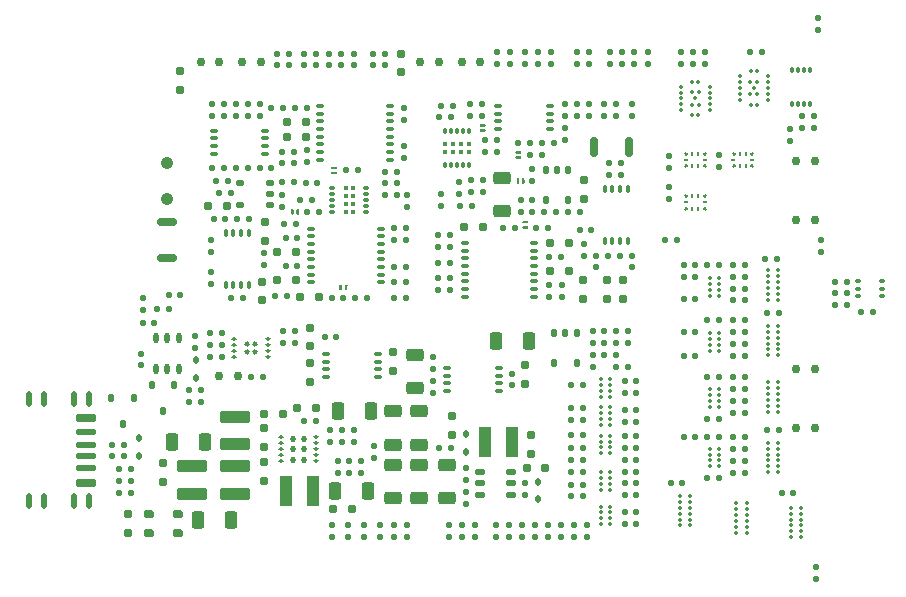
<source format=gbr>
%TF.GenerationSoftware,Altium Limited,Altium Designer,22.7.1 (60)*%
G04 Layer_Color=8421504*
%FSLAX45Y45*%
%MOMM*%
%TF.SameCoordinates,2D3331B9-BAF7-4184-A00F-DBC0A2210F31*%
%TF.FilePolarity,Positive*%
%TF.FileFunction,Paste,Top*%
%TF.Part,Single*%
G01*
G75*
%TA.AperFunction,NonConductor*%
%ADD141C,0.24000*%
%TA.AperFunction,OtherPad,Free Pad (60.72mm,9.35mm)*%
G04:AMPARAMS|DCode=142|XSize=0.38mm|YSize=0.26mm|CornerRadius=0.117mm|HoleSize=0mm|Usage=FLASHONLY|Rotation=0.000|XOffset=0mm|YOffset=0mm|HoleType=Round|Shape=RoundedRectangle|*
%AMROUNDEDRECTD142*
21,1,0.38000,0.02600,0,0,0.0*
21,1,0.14600,0.26000,0,0,0.0*
1,1,0.23400,0.07300,-0.01300*
1,1,0.23400,-0.07300,-0.01300*
1,1,0.23400,-0.07300,0.01300*
1,1,0.23400,0.07300,0.01300*
%
%ADD142ROUNDEDRECTD142*%
%TA.AperFunction,OtherPad,Free Pad (60.72mm,8.85mm)*%
G04:AMPARAMS|DCode=143|XSize=0.38mm|YSize=0.26mm|CornerRadius=0.117mm|HoleSize=0mm|Usage=FLASHONLY|Rotation=0.000|XOffset=0mm|YOffset=0mm|HoleType=Round|Shape=RoundedRectangle|*
%AMROUNDEDRECTD143*
21,1,0.38000,0.02600,0,0,0.0*
21,1,0.14600,0.26000,0,0,0.0*
1,1,0.23400,0.07300,-0.01300*
1,1,0.23400,-0.07300,-0.01300*
1,1,0.23400,-0.07300,0.01300*
1,1,0.23400,0.07300,0.01300*
%
%ADD143ROUNDEDRECTD143*%
%TA.AperFunction,OtherPad,Free Pad (60.72mm,8.35mm)*%
G04:AMPARAMS|DCode=144|XSize=0.38mm|YSize=0.26mm|CornerRadius=0.117mm|HoleSize=0mm|Usage=FLASHONLY|Rotation=0.000|XOffset=0mm|YOffset=0mm|HoleType=Round|Shape=RoundedRectangle|*
%AMROUNDEDRECTD144*
21,1,0.38000,0.02600,0,0,0.0*
21,1,0.14600,0.26000,0,0,0.0*
1,1,0.23400,0.07300,-0.01300*
1,1,0.23400,-0.07300,-0.01300*
1,1,0.23400,-0.07300,0.01300*
1,1,0.23400,0.07300,0.01300*
%
%ADD144ROUNDEDRECTD144*%
%TA.AperFunction,OtherPad,Free Pad (60.72mm,7.85mm)*%
G04:AMPARAMS|DCode=145|XSize=0.38mm|YSize=0.26mm|CornerRadius=0.117mm|HoleSize=0mm|Usage=FLASHONLY|Rotation=0.000|XOffset=0mm|YOffset=0mm|HoleType=Round|Shape=RoundedRectangle|*
%AMROUNDEDRECTD145*
21,1,0.38000,0.02600,0,0,0.0*
21,1,0.14600,0.26000,0,0,0.0*
1,1,0.23400,0.07300,-0.01300*
1,1,0.23400,-0.07300,-0.01300*
1,1,0.23400,-0.07300,0.01300*
1,1,0.23400,0.07300,0.01300*
%
%ADD145ROUNDEDRECTD145*%
%TA.AperFunction,OtherPad,Free Pad (61.48mm,9.35mm)*%
G04:AMPARAMS|DCode=146|XSize=0.38mm|YSize=0.26mm|CornerRadius=0.117mm|HoleSize=0mm|Usage=FLASHONLY|Rotation=0.000|XOffset=0mm|YOffset=0mm|HoleType=Round|Shape=RoundedRectangle|*
%AMROUNDEDRECTD146*
21,1,0.38000,0.02600,0,0,0.0*
21,1,0.14600,0.26000,0,0,0.0*
1,1,0.23400,0.07300,-0.01300*
1,1,0.23400,-0.07300,-0.01300*
1,1,0.23400,-0.07300,0.01300*
1,1,0.23400,0.07300,0.01300*
%
%ADD146ROUNDEDRECTD146*%
%TA.AperFunction,OtherPad,Free Pad (61.48mm,8.85mm)*%
G04:AMPARAMS|DCode=147|XSize=0.38mm|YSize=0.26mm|CornerRadius=0.117mm|HoleSize=0mm|Usage=FLASHONLY|Rotation=0.000|XOffset=0mm|YOffset=0mm|HoleType=Round|Shape=RoundedRectangle|*
%AMROUNDEDRECTD147*
21,1,0.38000,0.02600,0,0,0.0*
21,1,0.14600,0.26000,0,0,0.0*
1,1,0.23400,0.07300,-0.01300*
1,1,0.23400,-0.07300,-0.01300*
1,1,0.23400,-0.07300,0.01300*
1,1,0.23400,0.07300,0.01300*
%
%ADD147ROUNDEDRECTD147*%
%TA.AperFunction,OtherPad,Free Pad (61.48mm,8.35mm)*%
G04:AMPARAMS|DCode=148|XSize=0.38mm|YSize=0.26mm|CornerRadius=0.117mm|HoleSize=0mm|Usage=FLASHONLY|Rotation=0.000|XOffset=0mm|YOffset=0mm|HoleType=Round|Shape=RoundedRectangle|*
%AMROUNDEDRECTD148*
21,1,0.38000,0.02600,0,0,0.0*
21,1,0.14600,0.26000,0,0,0.0*
1,1,0.23400,0.07300,-0.01300*
1,1,0.23400,-0.07300,-0.01300*
1,1,0.23400,-0.07300,0.01300*
1,1,0.23400,0.07300,0.01300*
%
%ADD148ROUNDEDRECTD148*%
%TA.AperFunction,OtherPad,Free Pad (61.48mm,7.85mm)*%
G04:AMPARAMS|DCode=149|XSize=0.38mm|YSize=0.26mm|CornerRadius=0.117mm|HoleSize=0mm|Usage=FLASHONLY|Rotation=0.000|XOffset=0mm|YOffset=0mm|HoleType=Round|Shape=RoundedRectangle|*
%AMROUNDEDRECTD149*
21,1,0.38000,0.02600,0,0,0.0*
21,1,0.14600,0.26000,0,0,0.0*
1,1,0.23400,0.07300,-0.01300*
1,1,0.23400,-0.07300,-0.01300*
1,1,0.23400,-0.07300,0.01300*
1,1,0.23400,0.07300,0.01300*
%
%ADD149ROUNDEDRECTD149*%
%TA.AperFunction,OtherPad,Free Pad (69.92mm,14.25mm)*%
G04:AMPARAMS|DCode=150|XSize=0.38mm|YSize=0.26mm|CornerRadius=0.117mm|HoleSize=0mm|Usage=FLASHONLY|Rotation=0.000|XOffset=0mm|YOffset=0mm|HoleType=Round|Shape=RoundedRectangle|*
%AMROUNDEDRECTD150*
21,1,0.38000,0.02600,0,0,0.0*
21,1,0.14600,0.26000,0,0,0.0*
1,1,0.23400,0.07300,-0.01300*
1,1,0.23400,-0.07300,-0.01300*
1,1,0.23400,-0.07300,0.01300*
1,1,0.23400,0.07300,0.01300*
%
%ADD150ROUNDEDRECTD150*%
%TA.AperFunction,OtherPad,Free Pad (69.92mm,13.75mm)*%
G04:AMPARAMS|DCode=151|XSize=0.38mm|YSize=0.26mm|CornerRadius=0.117mm|HoleSize=0mm|Usage=FLASHONLY|Rotation=0.000|XOffset=0mm|YOffset=0mm|HoleType=Round|Shape=RoundedRectangle|*
%AMROUNDEDRECTD151*
21,1,0.38000,0.02600,0,0,0.0*
21,1,0.14600,0.26000,0,0,0.0*
1,1,0.23400,0.07300,-0.01300*
1,1,0.23400,-0.07300,-0.01300*
1,1,0.23400,-0.07300,0.01300*
1,1,0.23400,0.07300,0.01300*
%
%ADD151ROUNDEDRECTD151*%
%TA.AperFunction,OtherPad,Free Pad (69.92mm,13.25mm)*%
G04:AMPARAMS|DCode=152|XSize=0.38mm|YSize=0.26mm|CornerRadius=0.117mm|HoleSize=0mm|Usage=FLASHONLY|Rotation=0.000|XOffset=0mm|YOffset=0mm|HoleType=Round|Shape=RoundedRectangle|*
%AMROUNDEDRECTD152*
21,1,0.38000,0.02600,0,0,0.0*
21,1,0.14600,0.26000,0,0,0.0*
1,1,0.23400,0.07300,-0.01300*
1,1,0.23400,-0.07300,-0.01300*
1,1,0.23400,-0.07300,0.01300*
1,1,0.23400,0.07300,0.01300*
%
%ADD152ROUNDEDRECTD152*%
%TA.AperFunction,OtherPad,Free Pad (69.92mm,12.75mm)*%
G04:AMPARAMS|DCode=153|XSize=0.38mm|YSize=0.26mm|CornerRadius=0.117mm|HoleSize=0mm|Usage=FLASHONLY|Rotation=0.000|XOffset=0mm|YOffset=0mm|HoleType=Round|Shape=RoundedRectangle|*
%AMROUNDEDRECTD153*
21,1,0.38000,0.02600,0,0,0.0*
21,1,0.14600,0.26000,0,0,0.0*
1,1,0.23400,0.07300,-0.01300*
1,1,0.23400,-0.07300,-0.01300*
1,1,0.23400,-0.07300,0.01300*
1,1,0.23400,0.07300,0.01300*
%
%ADD153ROUNDEDRECTD153*%
%TA.AperFunction,OtherPad,Free Pad (70.68mm,14.25mm)*%
G04:AMPARAMS|DCode=154|XSize=0.38mm|YSize=0.26mm|CornerRadius=0.117mm|HoleSize=0mm|Usage=FLASHONLY|Rotation=0.000|XOffset=0mm|YOffset=0mm|HoleType=Round|Shape=RoundedRectangle|*
%AMROUNDEDRECTD154*
21,1,0.38000,0.02600,0,0,0.0*
21,1,0.14600,0.26000,0,0,0.0*
1,1,0.23400,0.07300,-0.01300*
1,1,0.23400,-0.07300,-0.01300*
1,1,0.23400,-0.07300,0.01300*
1,1,0.23400,0.07300,0.01300*
%
%ADD154ROUNDEDRECTD154*%
%TA.AperFunction,OtherPad,Free Pad (70.68mm,13.75mm)*%
G04:AMPARAMS|DCode=155|XSize=0.38mm|YSize=0.26mm|CornerRadius=0.117mm|HoleSize=0mm|Usage=FLASHONLY|Rotation=0.000|XOffset=0mm|YOffset=0mm|HoleType=Round|Shape=RoundedRectangle|*
%AMROUNDEDRECTD155*
21,1,0.38000,0.02600,0,0,0.0*
21,1,0.14600,0.26000,0,0,0.0*
1,1,0.23400,0.07300,-0.01300*
1,1,0.23400,-0.07300,-0.01300*
1,1,0.23400,-0.07300,0.01300*
1,1,0.23400,0.07300,0.01300*
%
%ADD155ROUNDEDRECTD155*%
%TA.AperFunction,OtherPad,Free Pad (70.68mm,13.25mm)*%
G04:AMPARAMS|DCode=156|XSize=0.38mm|YSize=0.26mm|CornerRadius=0.117mm|HoleSize=0mm|Usage=FLASHONLY|Rotation=0.000|XOffset=0mm|YOffset=0mm|HoleType=Round|Shape=RoundedRectangle|*
%AMROUNDEDRECTD156*
21,1,0.38000,0.02600,0,0,0.0*
21,1,0.14600,0.26000,0,0,0.0*
1,1,0.23400,0.07300,-0.01300*
1,1,0.23400,-0.07300,-0.01300*
1,1,0.23400,-0.07300,0.01300*
1,1,0.23400,0.07300,0.01300*
%
%ADD156ROUNDEDRECTD156*%
%TA.AperFunction,OtherPad,Free Pad (70.68mm,12.75mm)*%
G04:AMPARAMS|DCode=157|XSize=0.38mm|YSize=0.26mm|CornerRadius=0.117mm|HoleSize=0mm|Usage=FLASHONLY|Rotation=0.000|XOffset=0mm|YOffset=0mm|HoleType=Round|Shape=RoundedRectangle|*
%AMROUNDEDRECTD157*
21,1,0.38000,0.02600,0,0,0.0*
21,1,0.14600,0.26000,0,0,0.0*
1,1,0.23400,0.07300,-0.01300*
1,1,0.23400,-0.07300,-0.01300*
1,1,0.23400,-0.07300,0.01300*
1,1,0.23400,0.07300,0.01300*
%
%ADD157ROUNDEDRECTD157*%
%TA.AperFunction,OtherPad,Free Pad (69.92mm,24.05mm)*%
G04:AMPARAMS|DCode=158|XSize=0.38mm|YSize=0.26mm|CornerRadius=0.117mm|HoleSize=0mm|Usage=FLASHONLY|Rotation=0.000|XOffset=0mm|YOffset=0mm|HoleType=Round|Shape=RoundedRectangle|*
%AMROUNDEDRECTD158*
21,1,0.38000,0.02600,0,0,0.0*
21,1,0.14600,0.26000,0,0,0.0*
1,1,0.23400,0.07300,-0.01300*
1,1,0.23400,-0.07300,-0.01300*
1,1,0.23400,-0.07300,0.01300*
1,1,0.23400,0.07300,0.01300*
%
%ADD158ROUNDEDRECTD158*%
%TA.AperFunction,OtherPad,Free Pad (69.92mm,23.55mm)*%
G04:AMPARAMS|DCode=159|XSize=0.38mm|YSize=0.26mm|CornerRadius=0.117mm|HoleSize=0mm|Usage=FLASHONLY|Rotation=0.000|XOffset=0mm|YOffset=0mm|HoleType=Round|Shape=RoundedRectangle|*
%AMROUNDEDRECTD159*
21,1,0.38000,0.02600,0,0,0.0*
21,1,0.14600,0.26000,0,0,0.0*
1,1,0.23400,0.07300,-0.01300*
1,1,0.23400,-0.07300,-0.01300*
1,1,0.23400,-0.07300,0.01300*
1,1,0.23400,0.07300,0.01300*
%
%ADD159ROUNDEDRECTD159*%
%TA.AperFunction,OtherPad,Free Pad (69.92mm,23.05mm)*%
G04:AMPARAMS|DCode=160|XSize=0.38mm|YSize=0.26mm|CornerRadius=0.117mm|HoleSize=0mm|Usage=FLASHONLY|Rotation=0.000|XOffset=0mm|YOffset=0mm|HoleType=Round|Shape=RoundedRectangle|*
%AMROUNDEDRECTD160*
21,1,0.38000,0.02600,0,0,0.0*
21,1,0.14600,0.26000,0,0,0.0*
1,1,0.23400,0.07300,-0.01300*
1,1,0.23400,-0.07300,-0.01300*
1,1,0.23400,-0.07300,0.01300*
1,1,0.23400,0.07300,0.01300*
%
%ADD160ROUNDEDRECTD160*%
%TA.AperFunction,OtherPad,Free Pad (69.92mm,22.55mm)*%
G04:AMPARAMS|DCode=161|XSize=0.38mm|YSize=0.26mm|CornerRadius=0.117mm|HoleSize=0mm|Usage=FLASHONLY|Rotation=0.000|XOffset=0mm|YOffset=0mm|HoleType=Round|Shape=RoundedRectangle|*
%AMROUNDEDRECTD161*
21,1,0.38000,0.02600,0,0,0.0*
21,1,0.14600,0.26000,0,0,0.0*
1,1,0.23400,0.07300,-0.01300*
1,1,0.23400,-0.07300,-0.01300*
1,1,0.23400,-0.07300,0.01300*
1,1,0.23400,0.07300,0.01300*
%
%ADD161ROUNDEDRECTD161*%
%TA.AperFunction,OtherPad,Free Pad (70.68mm,24.05mm)*%
G04:AMPARAMS|DCode=162|XSize=0.38mm|YSize=0.26mm|CornerRadius=0.117mm|HoleSize=0mm|Usage=FLASHONLY|Rotation=0.000|XOffset=0mm|YOffset=0mm|HoleType=Round|Shape=RoundedRectangle|*
%AMROUNDEDRECTD162*
21,1,0.38000,0.02600,0,0,0.0*
21,1,0.14600,0.26000,0,0,0.0*
1,1,0.23400,0.07300,-0.01300*
1,1,0.23400,-0.07300,-0.01300*
1,1,0.23400,-0.07300,0.01300*
1,1,0.23400,0.07300,0.01300*
%
%ADD162ROUNDEDRECTD162*%
%TA.AperFunction,OtherPad,Free Pad (70.68mm,23.55mm)*%
G04:AMPARAMS|DCode=163|XSize=0.38mm|YSize=0.26mm|CornerRadius=0.117mm|HoleSize=0mm|Usage=FLASHONLY|Rotation=0.000|XOffset=0mm|YOffset=0mm|HoleType=Round|Shape=RoundedRectangle|*
%AMROUNDEDRECTD163*
21,1,0.38000,0.02600,0,0,0.0*
21,1,0.14600,0.26000,0,0,0.0*
1,1,0.23400,0.07300,-0.01300*
1,1,0.23400,-0.07300,-0.01300*
1,1,0.23400,-0.07300,0.01300*
1,1,0.23400,0.07300,0.01300*
%
%ADD163ROUNDEDRECTD163*%
%TA.AperFunction,OtherPad,Free Pad (70.68mm,23.05mm)*%
G04:AMPARAMS|DCode=164|XSize=0.38mm|YSize=0.26mm|CornerRadius=0.117mm|HoleSize=0mm|Usage=FLASHONLY|Rotation=0.000|XOffset=0mm|YOffset=0mm|HoleType=Round|Shape=RoundedRectangle|*
%AMROUNDEDRECTD164*
21,1,0.38000,0.02600,0,0,0.0*
21,1,0.14600,0.26000,0,0,0.0*
1,1,0.23400,0.07300,-0.01300*
1,1,0.23400,-0.07300,-0.01300*
1,1,0.23400,-0.07300,0.01300*
1,1,0.23400,0.07300,0.01300*
%
%ADD164ROUNDEDRECTD164*%
%TA.AperFunction,OtherPad,Free Pad (70.68mm,22.55mm)*%
G04:AMPARAMS|DCode=165|XSize=0.38mm|YSize=0.26mm|CornerRadius=0.117mm|HoleSize=0mm|Usage=FLASHONLY|Rotation=0.000|XOffset=0mm|YOffset=0mm|HoleType=Round|Shape=RoundedRectangle|*
%AMROUNDEDRECTD165*
21,1,0.38000,0.02600,0,0,0.0*
21,1,0.14600,0.26000,0,0,0.0*
1,1,0.23400,0.07300,-0.01300*
1,1,0.23400,-0.07300,-0.01300*
1,1,0.23400,-0.07300,0.01300*
1,1,0.23400,0.07300,0.01300*
%
%ADD165ROUNDEDRECTD165*%
%TA.AperFunction,OtherPad,Free Pad (60.72mm,17.75mm)*%
G04:AMPARAMS|DCode=166|XSize=0.38mm|YSize=0.26mm|CornerRadius=0.117mm|HoleSize=0mm|Usage=FLASHONLY|Rotation=0.000|XOffset=0mm|YOffset=0mm|HoleType=Round|Shape=RoundedRectangle|*
%AMROUNDEDRECTD166*
21,1,0.38000,0.02600,0,0,0.0*
21,1,0.14600,0.26000,0,0,0.0*
1,1,0.23400,0.07300,-0.01300*
1,1,0.23400,-0.07300,-0.01300*
1,1,0.23400,-0.07300,0.01300*
1,1,0.23400,0.07300,0.01300*
%
%ADD166ROUNDEDRECTD166*%
%TA.AperFunction,OtherPad,Free Pad (60.72mm,17.25mm)*%
G04:AMPARAMS|DCode=167|XSize=0.38mm|YSize=0.26mm|CornerRadius=0.117mm|HoleSize=0mm|Usage=FLASHONLY|Rotation=0.000|XOffset=0mm|YOffset=0mm|HoleType=Round|Shape=RoundedRectangle|*
%AMROUNDEDRECTD167*
21,1,0.38000,0.02600,0,0,0.0*
21,1,0.14600,0.26000,0,0,0.0*
1,1,0.23400,0.07300,-0.01300*
1,1,0.23400,-0.07300,-0.01300*
1,1,0.23400,-0.07300,0.01300*
1,1,0.23400,0.07300,0.01300*
%
%ADD167ROUNDEDRECTD167*%
%TA.AperFunction,OtherPad,Free Pad (60.72mm,16.75mm)*%
G04:AMPARAMS|DCode=168|XSize=0.38mm|YSize=0.26mm|CornerRadius=0.117mm|HoleSize=0mm|Usage=FLASHONLY|Rotation=0.000|XOffset=0mm|YOffset=0mm|HoleType=Round|Shape=RoundedRectangle|*
%AMROUNDEDRECTD168*
21,1,0.38000,0.02600,0,0,0.0*
21,1,0.14600,0.26000,0,0,0.0*
1,1,0.23400,0.07300,-0.01300*
1,1,0.23400,-0.07300,-0.01300*
1,1,0.23400,-0.07300,0.01300*
1,1,0.23400,0.07300,0.01300*
%
%ADD168ROUNDEDRECTD168*%
%TA.AperFunction,OtherPad,Free Pad (60.72mm,16.25mm)*%
G04:AMPARAMS|DCode=169|XSize=0.38mm|YSize=0.26mm|CornerRadius=0.117mm|HoleSize=0mm|Usage=FLASHONLY|Rotation=0.000|XOffset=0mm|YOffset=0mm|HoleType=Round|Shape=RoundedRectangle|*
%AMROUNDEDRECTD169*
21,1,0.38000,0.02600,0,0,0.0*
21,1,0.14600,0.26000,0,0,0.0*
1,1,0.23400,0.07300,-0.01300*
1,1,0.23400,-0.07300,-0.01300*
1,1,0.23400,-0.07300,0.01300*
1,1,0.23400,0.07300,0.01300*
%
%ADD169ROUNDEDRECTD169*%
%TA.AperFunction,OtherPad,Free Pad (61.48mm,17.75mm)*%
G04:AMPARAMS|DCode=170|XSize=0.38mm|YSize=0.26mm|CornerRadius=0.117mm|HoleSize=0mm|Usage=FLASHONLY|Rotation=0.000|XOffset=0mm|YOffset=0mm|HoleType=Round|Shape=RoundedRectangle|*
%AMROUNDEDRECTD170*
21,1,0.38000,0.02600,0,0,0.0*
21,1,0.14600,0.26000,0,0,0.0*
1,1,0.23400,0.07300,-0.01300*
1,1,0.23400,-0.07300,-0.01300*
1,1,0.23400,-0.07300,0.01300*
1,1,0.23400,0.07300,0.01300*
%
%ADD170ROUNDEDRECTD170*%
%TA.AperFunction,OtherPad,Free Pad (61.48mm,17.25mm)*%
G04:AMPARAMS|DCode=171|XSize=0.38mm|YSize=0.26mm|CornerRadius=0.117mm|HoleSize=0mm|Usage=FLASHONLY|Rotation=0.000|XOffset=0mm|YOffset=0mm|HoleType=Round|Shape=RoundedRectangle|*
%AMROUNDEDRECTD171*
21,1,0.38000,0.02600,0,0,0.0*
21,1,0.14600,0.26000,0,0,0.0*
1,1,0.23400,0.07300,-0.01300*
1,1,0.23400,-0.07300,-0.01300*
1,1,0.23400,-0.07300,0.01300*
1,1,0.23400,0.07300,0.01300*
%
%ADD171ROUNDEDRECTD171*%
%TA.AperFunction,OtherPad,Free Pad (61.48mm,16.75mm)*%
G04:AMPARAMS|DCode=172|XSize=0.38mm|YSize=0.26mm|CornerRadius=0.117mm|HoleSize=0mm|Usage=FLASHONLY|Rotation=0.000|XOffset=0mm|YOffset=0mm|HoleType=Round|Shape=RoundedRectangle|*
%AMROUNDEDRECTD172*
21,1,0.38000,0.02600,0,0,0.0*
21,1,0.14600,0.26000,0,0,0.0*
1,1,0.23400,0.07300,-0.01300*
1,1,0.23400,-0.07300,-0.01300*
1,1,0.23400,-0.07300,0.01300*
1,1,0.23400,0.07300,0.01300*
%
%ADD172ROUNDEDRECTD172*%
%TA.AperFunction,OtherPad,Free Pad (61.48mm,16.25mm)*%
G04:AMPARAMS|DCode=173|XSize=0.38mm|YSize=0.26mm|CornerRadius=0.117mm|HoleSize=0mm|Usage=FLASHONLY|Rotation=0.000|XOffset=0mm|YOffset=0mm|HoleType=Round|Shape=RoundedRectangle|*
%AMROUNDEDRECTD173*
21,1,0.38000,0.02600,0,0,0.0*
21,1,0.14600,0.26000,0,0,0.0*
1,1,0.23400,0.07300,-0.01300*
1,1,0.23400,-0.07300,-0.01300*
1,1,0.23400,-0.07300,0.01300*
1,1,0.23400,0.07300,0.01300*
%
%ADD173ROUNDEDRECTD173*%
%TA.AperFunction,OtherPad,Free Pad (60.72mm,20.15mm)*%
G04:AMPARAMS|DCode=174|XSize=0.38mm|YSize=0.26mm|CornerRadius=0.117mm|HoleSize=0mm|Usage=FLASHONLY|Rotation=0.000|XOffset=0mm|YOffset=0mm|HoleType=Round|Shape=RoundedRectangle|*
%AMROUNDEDRECTD174*
21,1,0.38000,0.02600,0,0,0.0*
21,1,0.14600,0.26000,0,0,0.0*
1,1,0.23400,0.07300,-0.01300*
1,1,0.23400,-0.07300,-0.01300*
1,1,0.23400,-0.07300,0.01300*
1,1,0.23400,0.07300,0.01300*
%
%ADD174ROUNDEDRECTD174*%
%TA.AperFunction,OtherPad,Free Pad (60.72mm,19.65mm)*%
G04:AMPARAMS|DCode=175|XSize=0.38mm|YSize=0.26mm|CornerRadius=0.117mm|HoleSize=0mm|Usage=FLASHONLY|Rotation=0.000|XOffset=0mm|YOffset=0mm|HoleType=Round|Shape=RoundedRectangle|*
%AMROUNDEDRECTD175*
21,1,0.38000,0.02600,0,0,0.0*
21,1,0.14600,0.26000,0,0,0.0*
1,1,0.23400,0.07300,-0.01300*
1,1,0.23400,-0.07300,-0.01300*
1,1,0.23400,-0.07300,0.01300*
1,1,0.23400,0.07300,0.01300*
%
%ADD175ROUNDEDRECTD175*%
%TA.AperFunction,OtherPad,Free Pad (60.72mm,19.15mm)*%
G04:AMPARAMS|DCode=176|XSize=0.38mm|YSize=0.26mm|CornerRadius=0.117mm|HoleSize=0mm|Usage=FLASHONLY|Rotation=0.000|XOffset=0mm|YOffset=0mm|HoleType=Round|Shape=RoundedRectangle|*
%AMROUNDEDRECTD176*
21,1,0.38000,0.02600,0,0,0.0*
21,1,0.14600,0.26000,0,0,0.0*
1,1,0.23400,0.07300,-0.01300*
1,1,0.23400,-0.07300,-0.01300*
1,1,0.23400,-0.07300,0.01300*
1,1,0.23400,0.07300,0.01300*
%
%ADD176ROUNDEDRECTD176*%
%TA.AperFunction,OtherPad,Free Pad (60.72mm,18.65mm)*%
G04:AMPARAMS|DCode=177|XSize=0.38mm|YSize=0.26mm|CornerRadius=0.117mm|HoleSize=0mm|Usage=FLASHONLY|Rotation=0.000|XOffset=0mm|YOffset=0mm|HoleType=Round|Shape=RoundedRectangle|*
%AMROUNDEDRECTD177*
21,1,0.38000,0.02600,0,0,0.0*
21,1,0.14600,0.26000,0,0,0.0*
1,1,0.23400,0.07300,-0.01300*
1,1,0.23400,-0.07300,-0.01300*
1,1,0.23400,-0.07300,0.01300*
1,1,0.23400,0.07300,0.01300*
%
%ADD177ROUNDEDRECTD177*%
%TA.AperFunction,OtherPad,Free Pad (61.48mm,20.15mm)*%
G04:AMPARAMS|DCode=178|XSize=0.38mm|YSize=0.26mm|CornerRadius=0.117mm|HoleSize=0mm|Usage=FLASHONLY|Rotation=0.000|XOffset=0mm|YOffset=0mm|HoleType=Round|Shape=RoundedRectangle|*
%AMROUNDEDRECTD178*
21,1,0.38000,0.02600,0,0,0.0*
21,1,0.14600,0.26000,0,0,0.0*
1,1,0.23400,0.07300,-0.01300*
1,1,0.23400,-0.07300,-0.01300*
1,1,0.23400,-0.07300,0.01300*
1,1,0.23400,0.07300,0.01300*
%
%ADD178ROUNDEDRECTD178*%
%TA.AperFunction,OtherPad,Free Pad (61.48mm,19.65mm)*%
G04:AMPARAMS|DCode=179|XSize=0.38mm|YSize=0.26mm|CornerRadius=0.117mm|HoleSize=0mm|Usage=FLASHONLY|Rotation=0.000|XOffset=0mm|YOffset=0mm|HoleType=Round|Shape=RoundedRectangle|*
%AMROUNDEDRECTD179*
21,1,0.38000,0.02600,0,0,0.0*
21,1,0.14600,0.26000,0,0,0.0*
1,1,0.23400,0.07300,-0.01300*
1,1,0.23400,-0.07300,-0.01300*
1,1,0.23400,-0.07300,0.01300*
1,1,0.23400,0.07300,0.01300*
%
%ADD179ROUNDEDRECTD179*%
%TA.AperFunction,OtherPad,Free Pad (61.48mm,19.15mm)*%
G04:AMPARAMS|DCode=180|XSize=0.38mm|YSize=0.26mm|CornerRadius=0.117mm|HoleSize=0mm|Usage=FLASHONLY|Rotation=0.000|XOffset=0mm|YOffset=0mm|HoleType=Round|Shape=RoundedRectangle|*
%AMROUNDEDRECTD180*
21,1,0.38000,0.02600,0,0,0.0*
21,1,0.14600,0.26000,0,0,0.0*
1,1,0.23400,0.07300,-0.01300*
1,1,0.23400,-0.07300,-0.01300*
1,1,0.23400,-0.07300,0.01300*
1,1,0.23400,0.07300,0.01300*
%
%ADD180ROUNDEDRECTD180*%
%TA.AperFunction,OtherPad,Free Pad (61.48mm,18.65mm)*%
G04:AMPARAMS|DCode=181|XSize=0.38mm|YSize=0.26mm|CornerRadius=0.117mm|HoleSize=0mm|Usage=FLASHONLY|Rotation=0.000|XOffset=0mm|YOffset=0mm|HoleType=Round|Shape=RoundedRectangle|*
%AMROUNDEDRECTD181*
21,1,0.38000,0.02600,0,0,0.0*
21,1,0.14600,0.26000,0,0,0.0*
1,1,0.23400,0.07300,-0.01300*
1,1,0.23400,-0.07300,-0.01300*
1,1,0.23400,-0.07300,0.01300*
1,1,0.23400,0.07300,0.01300*
%
%ADD181ROUNDEDRECTD181*%
%TA.AperFunction,OtherPad,Free Pad (60.72mm,12.25mm)*%
G04:AMPARAMS|DCode=182|XSize=0.38mm|YSize=0.26mm|CornerRadius=0.117mm|HoleSize=0mm|Usage=FLASHONLY|Rotation=0.000|XOffset=0mm|YOffset=0mm|HoleType=Round|Shape=RoundedRectangle|*
%AMROUNDEDRECTD182*
21,1,0.38000,0.02600,0,0,0.0*
21,1,0.14600,0.26000,0,0,0.0*
1,1,0.23400,0.07300,-0.01300*
1,1,0.23400,-0.07300,-0.01300*
1,1,0.23400,-0.07300,0.01300*
1,1,0.23400,0.07300,0.01300*
%
%ADD182ROUNDEDRECTD182*%
%TA.AperFunction,OtherPad,Free Pad (60.72mm,11.75mm)*%
G04:AMPARAMS|DCode=183|XSize=0.38mm|YSize=0.26mm|CornerRadius=0.117mm|HoleSize=0mm|Usage=FLASHONLY|Rotation=0.000|XOffset=0mm|YOffset=0mm|HoleType=Round|Shape=RoundedRectangle|*
%AMROUNDEDRECTD183*
21,1,0.38000,0.02600,0,0,0.0*
21,1,0.14600,0.26000,0,0,0.0*
1,1,0.23400,0.07300,-0.01300*
1,1,0.23400,-0.07300,-0.01300*
1,1,0.23400,-0.07300,0.01300*
1,1,0.23400,0.07300,0.01300*
%
%ADD183ROUNDEDRECTD183*%
%TA.AperFunction,OtherPad,Free Pad (60.72mm,11.25mm)*%
G04:AMPARAMS|DCode=184|XSize=0.38mm|YSize=0.26mm|CornerRadius=0.117mm|HoleSize=0mm|Usage=FLASHONLY|Rotation=0.000|XOffset=0mm|YOffset=0mm|HoleType=Round|Shape=RoundedRectangle|*
%AMROUNDEDRECTD184*
21,1,0.38000,0.02600,0,0,0.0*
21,1,0.14600,0.26000,0,0,0.0*
1,1,0.23400,0.07300,-0.01300*
1,1,0.23400,-0.07300,-0.01300*
1,1,0.23400,-0.07300,0.01300*
1,1,0.23400,0.07300,0.01300*
%
%ADD184ROUNDEDRECTD184*%
%TA.AperFunction,OtherPad,Free Pad (60.72mm,10.75mm)*%
G04:AMPARAMS|DCode=185|XSize=0.38mm|YSize=0.26mm|CornerRadius=0.117mm|HoleSize=0mm|Usage=FLASHONLY|Rotation=0.000|XOffset=0mm|YOffset=0mm|HoleType=Round|Shape=RoundedRectangle|*
%AMROUNDEDRECTD185*
21,1,0.38000,0.02600,0,0,0.0*
21,1,0.14600,0.26000,0,0,0.0*
1,1,0.23400,0.07300,-0.01300*
1,1,0.23400,-0.07300,-0.01300*
1,1,0.23400,-0.07300,0.01300*
1,1,0.23400,0.07300,0.01300*
%
%ADD185ROUNDEDRECTD185*%
%TA.AperFunction,OtherPad,Free Pad (61.48mm,12.25mm)*%
G04:AMPARAMS|DCode=186|XSize=0.38mm|YSize=0.26mm|CornerRadius=0.117mm|HoleSize=0mm|Usage=FLASHONLY|Rotation=0.000|XOffset=0mm|YOffset=0mm|HoleType=Round|Shape=RoundedRectangle|*
%AMROUNDEDRECTD186*
21,1,0.38000,0.02600,0,0,0.0*
21,1,0.14600,0.26000,0,0,0.0*
1,1,0.23400,0.07300,-0.01300*
1,1,0.23400,-0.07300,-0.01300*
1,1,0.23400,-0.07300,0.01300*
1,1,0.23400,0.07300,0.01300*
%
%ADD186ROUNDEDRECTD186*%
%TA.AperFunction,OtherPad,Free Pad (61.48mm,11.75mm)*%
G04:AMPARAMS|DCode=187|XSize=0.38mm|YSize=0.26mm|CornerRadius=0.117mm|HoleSize=0mm|Usage=FLASHONLY|Rotation=0.000|XOffset=0mm|YOffset=0mm|HoleType=Round|Shape=RoundedRectangle|*
%AMROUNDEDRECTD187*
21,1,0.38000,0.02600,0,0,0.0*
21,1,0.14600,0.26000,0,0,0.0*
1,1,0.23400,0.07300,-0.01300*
1,1,0.23400,-0.07300,-0.01300*
1,1,0.23400,-0.07300,0.01300*
1,1,0.23400,0.07300,0.01300*
%
%ADD187ROUNDEDRECTD187*%
%TA.AperFunction,OtherPad,Free Pad (61.48mm,11.25mm)*%
G04:AMPARAMS|DCode=188|XSize=0.38mm|YSize=0.26mm|CornerRadius=0.117mm|HoleSize=0mm|Usage=FLASHONLY|Rotation=0.000|XOffset=0mm|YOffset=0mm|HoleType=Round|Shape=RoundedRectangle|*
%AMROUNDEDRECTD188*
21,1,0.38000,0.02600,0,0,0.0*
21,1,0.14600,0.26000,0,0,0.0*
1,1,0.23400,0.07300,-0.01300*
1,1,0.23400,-0.07300,-0.01300*
1,1,0.23400,-0.07300,0.01300*
1,1,0.23400,0.07300,0.01300*
%
%ADD188ROUNDEDRECTD188*%
%TA.AperFunction,OtherPad,Free Pad (61.48mm,10.75mm)*%
G04:AMPARAMS|DCode=189|XSize=0.38mm|YSize=0.26mm|CornerRadius=0.117mm|HoleSize=0mm|Usage=FLASHONLY|Rotation=0.000|XOffset=0mm|YOffset=0mm|HoleType=Round|Shape=RoundedRectangle|*
%AMROUNDEDRECTD189*
21,1,0.38000,0.02600,0,0,0.0*
21,1,0.14600,0.26000,0,0,0.0*
1,1,0.23400,0.07300,-0.01300*
1,1,0.23400,-0.07300,-0.01300*
1,1,0.23400,-0.07300,0.01300*
1,1,0.23400,0.07300,0.01300*
%
%ADD189ROUNDEDRECTD189*%
%TA.AperFunction,OtherPad,Free Pad (60.72mm,15.35mm)*%
G04:AMPARAMS|DCode=190|XSize=0.38mm|YSize=0.26mm|CornerRadius=0.117mm|HoleSize=0mm|Usage=FLASHONLY|Rotation=0.000|XOffset=0mm|YOffset=0mm|HoleType=Round|Shape=RoundedRectangle|*
%AMROUNDEDRECTD190*
21,1,0.38000,0.02600,0,0,0.0*
21,1,0.14600,0.26000,0,0,0.0*
1,1,0.23400,0.07300,-0.01300*
1,1,0.23400,-0.07300,-0.01300*
1,1,0.23400,-0.07300,0.01300*
1,1,0.23400,0.07300,0.01300*
%
%ADD190ROUNDEDRECTD190*%
%TA.AperFunction,OtherPad,Free Pad (60.72mm,14.85mm)*%
G04:AMPARAMS|DCode=191|XSize=0.38mm|YSize=0.26mm|CornerRadius=0.117mm|HoleSize=0mm|Usage=FLASHONLY|Rotation=0.000|XOffset=0mm|YOffset=0mm|HoleType=Round|Shape=RoundedRectangle|*
%AMROUNDEDRECTD191*
21,1,0.38000,0.02600,0,0,0.0*
21,1,0.14600,0.26000,0,0,0.0*
1,1,0.23400,0.07300,-0.01300*
1,1,0.23400,-0.07300,-0.01300*
1,1,0.23400,-0.07300,0.01300*
1,1,0.23400,0.07300,0.01300*
%
%ADD191ROUNDEDRECTD191*%
%TA.AperFunction,OtherPad,Free Pad (60.72mm,14.35mm)*%
G04:AMPARAMS|DCode=192|XSize=0.38mm|YSize=0.26mm|CornerRadius=0.117mm|HoleSize=0mm|Usage=FLASHONLY|Rotation=0.000|XOffset=0mm|YOffset=0mm|HoleType=Round|Shape=RoundedRectangle|*
%AMROUNDEDRECTD192*
21,1,0.38000,0.02600,0,0,0.0*
21,1,0.14600,0.26000,0,0,0.0*
1,1,0.23400,0.07300,-0.01300*
1,1,0.23400,-0.07300,-0.01300*
1,1,0.23400,-0.07300,0.01300*
1,1,0.23400,0.07300,0.01300*
%
%ADD192ROUNDEDRECTD192*%
%TA.AperFunction,OtherPad,Free Pad (60.72mm,13.85mm)*%
G04:AMPARAMS|DCode=193|XSize=0.38mm|YSize=0.26mm|CornerRadius=0.117mm|HoleSize=0mm|Usage=FLASHONLY|Rotation=0.000|XOffset=0mm|YOffset=0mm|HoleType=Round|Shape=RoundedRectangle|*
%AMROUNDEDRECTD193*
21,1,0.38000,0.02600,0,0,0.0*
21,1,0.14600,0.26000,0,0,0.0*
1,1,0.23400,0.07300,-0.01300*
1,1,0.23400,-0.07300,-0.01300*
1,1,0.23400,-0.07300,0.01300*
1,1,0.23400,0.07300,0.01300*
%
%ADD193ROUNDEDRECTD193*%
%TA.AperFunction,OtherPad,Free Pad (61.48mm,15.35mm)*%
G04:AMPARAMS|DCode=194|XSize=0.38mm|YSize=0.26mm|CornerRadius=0.117mm|HoleSize=0mm|Usage=FLASHONLY|Rotation=0.000|XOffset=0mm|YOffset=0mm|HoleType=Round|Shape=RoundedRectangle|*
%AMROUNDEDRECTD194*
21,1,0.38000,0.02600,0,0,0.0*
21,1,0.14600,0.26000,0,0,0.0*
1,1,0.23400,0.07300,-0.01300*
1,1,0.23400,-0.07300,-0.01300*
1,1,0.23400,-0.07300,0.01300*
1,1,0.23400,0.07300,0.01300*
%
%ADD194ROUNDEDRECTD194*%
%TA.AperFunction,OtherPad,Free Pad (61.48mm,14.85mm)*%
G04:AMPARAMS|DCode=195|XSize=0.38mm|YSize=0.26mm|CornerRadius=0.117mm|HoleSize=0mm|Usage=FLASHONLY|Rotation=0.000|XOffset=0mm|YOffset=0mm|HoleType=Round|Shape=RoundedRectangle|*
%AMROUNDEDRECTD195*
21,1,0.38000,0.02600,0,0,0.0*
21,1,0.14600,0.26000,0,0,0.0*
1,1,0.23400,0.07300,-0.01300*
1,1,0.23400,-0.07300,-0.01300*
1,1,0.23400,-0.07300,0.01300*
1,1,0.23400,0.07300,0.01300*
%
%ADD195ROUNDEDRECTD195*%
%TA.AperFunction,OtherPad,Free Pad (61.48mm,14.35mm)*%
G04:AMPARAMS|DCode=196|XSize=0.38mm|YSize=0.26mm|CornerRadius=0.117mm|HoleSize=0mm|Usage=FLASHONLY|Rotation=0.000|XOffset=0mm|YOffset=0mm|HoleType=Round|Shape=RoundedRectangle|*
%AMROUNDEDRECTD196*
21,1,0.38000,0.02600,0,0,0.0*
21,1,0.14600,0.26000,0,0,0.0*
1,1,0.23400,0.07300,-0.01300*
1,1,0.23400,-0.07300,-0.01300*
1,1,0.23400,-0.07300,0.01300*
1,1,0.23400,0.07300,0.01300*
%
%ADD196ROUNDEDRECTD196*%
%TA.AperFunction,OtherPad,Free Pad (61.48mm,13.85mm)*%
G04:AMPARAMS|DCode=197|XSize=0.38mm|YSize=0.26mm|CornerRadius=0.117mm|HoleSize=0mm|Usage=FLASHONLY|Rotation=0.000|XOffset=0mm|YOffset=0mm|HoleType=Round|Shape=RoundedRectangle|*
%AMROUNDEDRECTD197*
21,1,0.38000,0.02600,0,0,0.0*
21,1,0.14600,0.26000,0,0,0.0*
1,1,0.23400,0.07300,-0.01300*
1,1,0.23400,-0.07300,-0.01300*
1,1,0.23400,-0.07300,0.01300*
1,1,0.23400,0.07300,0.01300*
%
%ADD197ROUNDEDRECTD197*%
%TA.AperFunction,OtherPad,Free Pad (69.92mm,19.3mm)*%
G04:AMPARAMS|DCode=198|XSize=0.38mm|YSize=0.26mm|CornerRadius=0.117mm|HoleSize=0mm|Usage=FLASHONLY|Rotation=0.000|XOffset=0mm|YOffset=0mm|HoleType=Round|Shape=RoundedRectangle|*
%AMROUNDEDRECTD198*
21,1,0.38000,0.02600,0,0,0.0*
21,1,0.14600,0.26000,0,0,0.0*
1,1,0.23400,0.07300,-0.01300*
1,1,0.23400,-0.07300,-0.01300*
1,1,0.23400,-0.07300,0.01300*
1,1,0.23400,0.07300,0.01300*
%
%ADD198ROUNDEDRECTD198*%
%TA.AperFunction,OtherPad,Free Pad (69.92mm,18.8mm)*%
G04:AMPARAMS|DCode=199|XSize=0.38mm|YSize=0.26mm|CornerRadius=0.117mm|HoleSize=0mm|Usage=FLASHONLY|Rotation=0.000|XOffset=0mm|YOffset=0mm|HoleType=Round|Shape=RoundedRectangle|*
%AMROUNDEDRECTD199*
21,1,0.38000,0.02600,0,0,0.0*
21,1,0.14600,0.26000,0,0,0.0*
1,1,0.23400,0.07300,-0.01300*
1,1,0.23400,-0.07300,-0.01300*
1,1,0.23400,-0.07300,0.01300*
1,1,0.23400,0.07300,0.01300*
%
%ADD199ROUNDEDRECTD199*%
%TA.AperFunction,OtherPad,Free Pad (69.92mm,18.3mm)*%
G04:AMPARAMS|DCode=200|XSize=0.38mm|YSize=0.26mm|CornerRadius=0.117mm|HoleSize=0mm|Usage=FLASHONLY|Rotation=0.000|XOffset=0mm|YOffset=0mm|HoleType=Round|Shape=RoundedRectangle|*
%AMROUNDEDRECTD200*
21,1,0.38000,0.02600,0,0,0.0*
21,1,0.14600,0.26000,0,0,0.0*
1,1,0.23400,0.07300,-0.01300*
1,1,0.23400,-0.07300,-0.01300*
1,1,0.23400,-0.07300,0.01300*
1,1,0.23400,0.07300,0.01300*
%
%ADD200ROUNDEDRECTD200*%
%TA.AperFunction,OtherPad,Free Pad (69.92mm,17.8mm)*%
G04:AMPARAMS|DCode=201|XSize=0.38mm|YSize=0.26mm|CornerRadius=0.117mm|HoleSize=0mm|Usage=FLASHONLY|Rotation=0.000|XOffset=0mm|YOffset=0mm|HoleType=Round|Shape=RoundedRectangle|*
%AMROUNDEDRECTD201*
21,1,0.38000,0.02600,0,0,0.0*
21,1,0.14600,0.26000,0,0,0.0*
1,1,0.23400,0.07300,-0.01300*
1,1,0.23400,-0.07300,-0.01300*
1,1,0.23400,-0.07300,0.01300*
1,1,0.23400,0.07300,0.01300*
%
%ADD201ROUNDEDRECTD201*%
%TA.AperFunction,OtherPad,Free Pad (70.68mm,19.3mm)*%
G04:AMPARAMS|DCode=202|XSize=0.38mm|YSize=0.26mm|CornerRadius=0.117mm|HoleSize=0mm|Usage=FLASHONLY|Rotation=0.000|XOffset=0mm|YOffset=0mm|HoleType=Round|Shape=RoundedRectangle|*
%AMROUNDEDRECTD202*
21,1,0.38000,0.02600,0,0,0.0*
21,1,0.14600,0.26000,0,0,0.0*
1,1,0.23400,0.07300,-0.01300*
1,1,0.23400,-0.07300,-0.01300*
1,1,0.23400,-0.07300,0.01300*
1,1,0.23400,0.07300,0.01300*
%
%ADD202ROUNDEDRECTD202*%
%TA.AperFunction,OtherPad,Free Pad (70.68mm,18.8mm)*%
G04:AMPARAMS|DCode=203|XSize=0.38mm|YSize=0.26mm|CornerRadius=0.117mm|HoleSize=0mm|Usage=FLASHONLY|Rotation=0.000|XOffset=0mm|YOffset=0mm|HoleType=Round|Shape=RoundedRectangle|*
%AMROUNDEDRECTD203*
21,1,0.38000,0.02600,0,0,0.0*
21,1,0.14600,0.26000,0,0,0.0*
1,1,0.23400,0.07300,-0.01300*
1,1,0.23400,-0.07300,-0.01300*
1,1,0.23400,-0.07300,0.01300*
1,1,0.23400,0.07300,0.01300*
%
%ADD203ROUNDEDRECTD203*%
%TA.AperFunction,OtherPad,Free Pad (70.68mm,18.3mm)*%
G04:AMPARAMS|DCode=204|XSize=0.38mm|YSize=0.26mm|CornerRadius=0.117mm|HoleSize=0mm|Usage=FLASHONLY|Rotation=0.000|XOffset=0mm|YOffset=0mm|HoleType=Round|Shape=RoundedRectangle|*
%AMROUNDEDRECTD204*
21,1,0.38000,0.02600,0,0,0.0*
21,1,0.14600,0.26000,0,0,0.0*
1,1,0.23400,0.07300,-0.01300*
1,1,0.23400,-0.07300,-0.01300*
1,1,0.23400,-0.07300,0.01300*
1,1,0.23400,0.07300,0.01300*
%
%ADD204ROUNDEDRECTD204*%
%TA.AperFunction,OtherPad,Free Pad (70.68mm,17.8mm)*%
G04:AMPARAMS|DCode=205|XSize=0.38mm|YSize=0.26mm|CornerRadius=0.117mm|HoleSize=0mm|Usage=FLASHONLY|Rotation=0.000|XOffset=0mm|YOffset=0mm|HoleType=Round|Shape=RoundedRectangle|*
%AMROUNDEDRECTD205*
21,1,0.38000,0.02600,0,0,0.0*
21,1,0.14600,0.26000,0,0,0.0*
1,1,0.23400,0.07300,-0.01300*
1,1,0.23400,-0.07300,-0.01300*
1,1,0.23400,-0.07300,0.01300*
1,1,0.23400,0.07300,0.01300*
%
%ADD205ROUNDEDRECTD205*%
%TA.AperFunction,OtherPad,Free Pad (69.92mm,28.7mm)*%
G04:AMPARAMS|DCode=206|XSize=0.38mm|YSize=0.26mm|CornerRadius=0.117mm|HoleSize=0mm|Usage=FLASHONLY|Rotation=0.000|XOffset=0mm|YOffset=0mm|HoleType=Round|Shape=RoundedRectangle|*
%AMROUNDEDRECTD206*
21,1,0.38000,0.02600,0,0,0.0*
21,1,0.14600,0.26000,0,0,0.0*
1,1,0.23400,0.07300,-0.01300*
1,1,0.23400,-0.07300,-0.01300*
1,1,0.23400,-0.07300,0.01300*
1,1,0.23400,0.07300,0.01300*
%
%ADD206ROUNDEDRECTD206*%
%TA.AperFunction,OtherPad,Free Pad (69.92mm,28.2mm)*%
G04:AMPARAMS|DCode=207|XSize=0.38mm|YSize=0.26mm|CornerRadius=0.117mm|HoleSize=0mm|Usage=FLASHONLY|Rotation=0.000|XOffset=0mm|YOffset=0mm|HoleType=Round|Shape=RoundedRectangle|*
%AMROUNDEDRECTD207*
21,1,0.38000,0.02600,0,0,0.0*
21,1,0.14600,0.26000,0,0,0.0*
1,1,0.23400,0.07300,-0.01300*
1,1,0.23400,-0.07300,-0.01300*
1,1,0.23400,-0.07300,0.01300*
1,1,0.23400,0.07300,0.01300*
%
%ADD207ROUNDEDRECTD207*%
%TA.AperFunction,OtherPad,Free Pad (69.92mm,27.7mm)*%
G04:AMPARAMS|DCode=208|XSize=0.38mm|YSize=0.26mm|CornerRadius=0.117mm|HoleSize=0mm|Usage=FLASHONLY|Rotation=0.000|XOffset=0mm|YOffset=0mm|HoleType=Round|Shape=RoundedRectangle|*
%AMROUNDEDRECTD208*
21,1,0.38000,0.02600,0,0,0.0*
21,1,0.14600,0.26000,0,0,0.0*
1,1,0.23400,0.07300,-0.01300*
1,1,0.23400,-0.07300,-0.01300*
1,1,0.23400,-0.07300,0.01300*
1,1,0.23400,0.07300,0.01300*
%
%ADD208ROUNDEDRECTD208*%
%TA.AperFunction,OtherPad,Free Pad (69.92mm,27.2mm)*%
G04:AMPARAMS|DCode=209|XSize=0.38mm|YSize=0.26mm|CornerRadius=0.117mm|HoleSize=0mm|Usage=FLASHONLY|Rotation=0.000|XOffset=0mm|YOffset=0mm|HoleType=Round|Shape=RoundedRectangle|*
%AMROUNDEDRECTD209*
21,1,0.38000,0.02600,0,0,0.0*
21,1,0.14600,0.26000,0,0,0.0*
1,1,0.23400,0.07300,-0.01300*
1,1,0.23400,-0.07300,-0.01300*
1,1,0.23400,-0.07300,0.01300*
1,1,0.23400,0.07300,0.01300*
%
%ADD209ROUNDEDRECTD209*%
%TA.AperFunction,OtherPad,Free Pad (70.68mm,28.7mm)*%
G04:AMPARAMS|DCode=210|XSize=0.38mm|YSize=0.26mm|CornerRadius=0.117mm|HoleSize=0mm|Usage=FLASHONLY|Rotation=0.000|XOffset=0mm|YOffset=0mm|HoleType=Round|Shape=RoundedRectangle|*
%AMROUNDEDRECTD210*
21,1,0.38000,0.02600,0,0,0.0*
21,1,0.14600,0.26000,0,0,0.0*
1,1,0.23400,0.07300,-0.01300*
1,1,0.23400,-0.07300,-0.01300*
1,1,0.23400,-0.07300,0.01300*
1,1,0.23400,0.07300,0.01300*
%
%ADD210ROUNDEDRECTD210*%
%TA.AperFunction,OtherPad,Free Pad (70.68mm,28.2mm)*%
G04:AMPARAMS|DCode=211|XSize=0.38mm|YSize=0.26mm|CornerRadius=0.117mm|HoleSize=0mm|Usage=FLASHONLY|Rotation=0.000|XOffset=0mm|YOffset=0mm|HoleType=Round|Shape=RoundedRectangle|*
%AMROUNDEDRECTD211*
21,1,0.38000,0.02600,0,0,0.0*
21,1,0.14600,0.26000,0,0,0.0*
1,1,0.23400,0.07300,-0.01300*
1,1,0.23400,-0.07300,-0.01300*
1,1,0.23400,-0.07300,0.01300*
1,1,0.23400,0.07300,0.01300*
%
%ADD211ROUNDEDRECTD211*%
%TA.AperFunction,OtherPad,Free Pad (70.68mm,27.7mm)*%
G04:AMPARAMS|DCode=212|XSize=0.38mm|YSize=0.26mm|CornerRadius=0.117mm|HoleSize=0mm|Usage=FLASHONLY|Rotation=0.000|XOffset=0mm|YOffset=0mm|HoleType=Round|Shape=RoundedRectangle|*
%AMROUNDEDRECTD212*
21,1,0.38000,0.02600,0,0,0.0*
21,1,0.14600,0.26000,0,0,0.0*
1,1,0.23400,0.07300,-0.01300*
1,1,0.23400,-0.07300,-0.01300*
1,1,0.23400,-0.07300,0.01300*
1,1,0.23400,0.07300,0.01300*
%
%ADD212ROUNDEDRECTD212*%
%TA.AperFunction,OtherPad,Free Pad (70.68mm,27.2mm)*%
G04:AMPARAMS|DCode=213|XSize=0.38mm|YSize=0.26mm|CornerRadius=0.117mm|HoleSize=0mm|Usage=FLASHONLY|Rotation=0.000|XOffset=0mm|YOffset=0mm|HoleType=Round|Shape=RoundedRectangle|*
%AMROUNDEDRECTD213*
21,1,0.38000,0.02600,0,0,0.0*
21,1,0.14600,0.26000,0,0,0.0*
1,1,0.23400,0.07300,-0.01300*
1,1,0.23400,-0.07300,-0.01300*
1,1,0.23400,-0.07300,0.01300*
1,1,0.23400,0.07300,0.01300*
%
%ADD213ROUNDEDRECTD213*%
%TA.AperFunction,OtherPad,Free Pad (76.77mm,9.25mm)*%
G04:AMPARAMS|DCode=214|XSize=0.38mm|YSize=0.26mm|CornerRadius=0.117mm|HoleSize=0mm|Usage=FLASHONLY|Rotation=0.000|XOffset=0mm|YOffset=0mm|HoleType=Round|Shape=RoundedRectangle|*
%AMROUNDEDRECTD214*
21,1,0.38000,0.02600,0,0,0.0*
21,1,0.14600,0.26000,0,0,0.0*
1,1,0.23400,0.07300,-0.01300*
1,1,0.23400,-0.07300,-0.01300*
1,1,0.23400,-0.07300,0.01300*
1,1,0.23400,0.07300,0.01300*
%
%ADD214ROUNDEDRECTD214*%
%TA.AperFunction,OtherPad,Free Pad (76.77mm,8.75mm)*%
G04:AMPARAMS|DCode=215|XSize=0.38mm|YSize=0.26mm|CornerRadius=0.117mm|HoleSize=0mm|Usage=FLASHONLY|Rotation=0.000|XOffset=0mm|YOffset=0mm|HoleType=Round|Shape=RoundedRectangle|*
%AMROUNDEDRECTD215*
21,1,0.38000,0.02600,0,0,0.0*
21,1,0.14600,0.26000,0,0,0.0*
1,1,0.23400,0.07300,-0.01300*
1,1,0.23400,-0.07300,-0.01300*
1,1,0.23400,-0.07300,0.01300*
1,1,0.23400,0.07300,0.01300*
%
%ADD215ROUNDEDRECTD215*%
%TA.AperFunction,OtherPad,Free Pad (76.77mm,8.25mm)*%
G04:AMPARAMS|DCode=216|XSize=0.38mm|YSize=0.26mm|CornerRadius=0.117mm|HoleSize=0mm|Usage=FLASHONLY|Rotation=0.000|XOffset=0mm|YOffset=0mm|HoleType=Round|Shape=RoundedRectangle|*
%AMROUNDEDRECTD216*
21,1,0.38000,0.02600,0,0,0.0*
21,1,0.14600,0.26000,0,0,0.0*
1,1,0.23400,0.07300,-0.01300*
1,1,0.23400,-0.07300,-0.01300*
1,1,0.23400,-0.07300,0.01300*
1,1,0.23400,0.07300,0.01300*
%
%ADD216ROUNDEDRECTD216*%
%TA.AperFunction,OtherPad,Free Pad (76.77mm,7.75mm)*%
G04:AMPARAMS|DCode=217|XSize=0.38mm|YSize=0.26mm|CornerRadius=0.117mm|HoleSize=0mm|Usage=FLASHONLY|Rotation=0.000|XOffset=0mm|YOffset=0mm|HoleType=Round|Shape=RoundedRectangle|*
%AMROUNDEDRECTD217*
21,1,0.38000,0.02600,0,0,0.0*
21,1,0.14600,0.26000,0,0,0.0*
1,1,0.23400,0.07300,-0.01300*
1,1,0.23400,-0.07300,-0.01300*
1,1,0.23400,-0.07300,0.01300*
1,1,0.23400,0.07300,0.01300*
%
%ADD217ROUNDEDRECTD217*%
%TA.AperFunction,OtherPad,Free Pad (76.77mm,7.25mm)*%
G04:AMPARAMS|DCode=218|XSize=0.38mm|YSize=0.26mm|CornerRadius=0.117mm|HoleSize=0mm|Usage=FLASHONLY|Rotation=0.000|XOffset=0mm|YOffset=0mm|HoleType=Round|Shape=RoundedRectangle|*
%AMROUNDEDRECTD218*
21,1,0.38000,0.02600,0,0,0.0*
21,1,0.14600,0.26000,0,0,0.0*
1,1,0.23400,0.07300,-0.01300*
1,1,0.23400,-0.07300,-0.01300*
1,1,0.23400,-0.07300,0.01300*
1,1,0.23400,0.07300,0.01300*
%
%ADD218ROUNDEDRECTD218*%
%TA.AperFunction,OtherPad,Free Pad (76.77mm,6.75mm)*%
G04:AMPARAMS|DCode=219|XSize=0.38mm|YSize=0.26mm|CornerRadius=0.117mm|HoleSize=0mm|Usage=FLASHONLY|Rotation=0.000|XOffset=0mm|YOffset=0mm|HoleType=Round|Shape=RoundedRectangle|*
%AMROUNDEDRECTD219*
21,1,0.38000,0.02600,0,0,0.0*
21,1,0.14600,0.26000,0,0,0.0*
1,1,0.23400,0.07300,-0.01300*
1,1,0.23400,-0.07300,-0.01300*
1,1,0.23400,-0.07300,0.01300*
1,1,0.23400,0.07300,0.01300*
%
%ADD219ROUNDEDRECTD219*%
%TA.AperFunction,OtherPad,Free Pad (77.63mm,9.25mm)*%
G04:AMPARAMS|DCode=220|XSize=0.38mm|YSize=0.26mm|CornerRadius=0.117mm|HoleSize=0mm|Usage=FLASHONLY|Rotation=0.000|XOffset=0mm|YOffset=0mm|HoleType=Round|Shape=RoundedRectangle|*
%AMROUNDEDRECTD220*
21,1,0.38000,0.02600,0,0,0.0*
21,1,0.14600,0.26000,0,0,0.0*
1,1,0.23400,0.07300,-0.01300*
1,1,0.23400,-0.07300,-0.01300*
1,1,0.23400,-0.07300,0.01300*
1,1,0.23400,0.07300,0.01300*
%
%ADD220ROUNDEDRECTD220*%
%TA.AperFunction,OtherPad,Free Pad (77.63mm,8.75mm)*%
G04:AMPARAMS|DCode=221|XSize=0.38mm|YSize=0.26mm|CornerRadius=0.117mm|HoleSize=0mm|Usage=FLASHONLY|Rotation=0.000|XOffset=0mm|YOffset=0mm|HoleType=Round|Shape=RoundedRectangle|*
%AMROUNDEDRECTD221*
21,1,0.38000,0.02600,0,0,0.0*
21,1,0.14600,0.26000,0,0,0.0*
1,1,0.23400,0.07300,-0.01300*
1,1,0.23400,-0.07300,-0.01300*
1,1,0.23400,-0.07300,0.01300*
1,1,0.23400,0.07300,0.01300*
%
%ADD221ROUNDEDRECTD221*%
%TA.AperFunction,OtherPad,Free Pad (77.63mm,8.25mm)*%
G04:AMPARAMS|DCode=222|XSize=0.38mm|YSize=0.26mm|CornerRadius=0.117mm|HoleSize=0mm|Usage=FLASHONLY|Rotation=0.000|XOffset=0mm|YOffset=0mm|HoleType=Round|Shape=RoundedRectangle|*
%AMROUNDEDRECTD222*
21,1,0.38000,0.02600,0,0,0.0*
21,1,0.14600,0.26000,0,0,0.0*
1,1,0.23400,0.07300,-0.01300*
1,1,0.23400,-0.07300,-0.01300*
1,1,0.23400,-0.07300,0.01300*
1,1,0.23400,0.07300,0.01300*
%
%ADD222ROUNDEDRECTD222*%
%TA.AperFunction,OtherPad,Free Pad (77.63mm,7.75mm)*%
G04:AMPARAMS|DCode=223|XSize=0.38mm|YSize=0.26mm|CornerRadius=0.117mm|HoleSize=0mm|Usage=FLASHONLY|Rotation=0.000|XOffset=0mm|YOffset=0mm|HoleType=Round|Shape=RoundedRectangle|*
%AMROUNDEDRECTD223*
21,1,0.38000,0.02600,0,0,0.0*
21,1,0.14600,0.26000,0,0,0.0*
1,1,0.23400,0.07300,-0.01300*
1,1,0.23400,-0.07300,-0.01300*
1,1,0.23400,-0.07300,0.01300*
1,1,0.23400,0.07300,0.01300*
%
%ADD223ROUNDEDRECTD223*%
%TA.AperFunction,OtherPad,Free Pad (77.63mm,7.25mm)*%
G04:AMPARAMS|DCode=224|XSize=0.38mm|YSize=0.26mm|CornerRadius=0.117mm|HoleSize=0mm|Usage=FLASHONLY|Rotation=0.000|XOffset=0mm|YOffset=0mm|HoleType=Round|Shape=RoundedRectangle|*
%AMROUNDEDRECTD224*
21,1,0.38000,0.02600,0,0,0.0*
21,1,0.14600,0.26000,0,0,0.0*
1,1,0.23400,0.07300,-0.01300*
1,1,0.23400,-0.07300,-0.01300*
1,1,0.23400,-0.07300,0.01300*
1,1,0.23400,0.07300,0.01300*
%
%ADD224ROUNDEDRECTD224*%
%TA.AperFunction,OtherPad,Free Pad (77.63mm,6.75mm)*%
G04:AMPARAMS|DCode=225|XSize=0.38mm|YSize=0.26mm|CornerRadius=0.117mm|HoleSize=0mm|Usage=FLASHONLY|Rotation=0.000|XOffset=0mm|YOffset=0mm|HoleType=Round|Shape=RoundedRectangle|*
%AMROUNDEDRECTD225*
21,1,0.38000,0.02600,0,0,0.0*
21,1,0.14600,0.26000,0,0,0.0*
1,1,0.23400,0.07300,-0.01300*
1,1,0.23400,-0.07300,-0.01300*
1,1,0.23400,-0.07300,0.01300*
1,1,0.23400,0.07300,0.01300*
%
%ADD225ROUNDEDRECTD225*%
%TA.AperFunction,OtherPad,Free Pad (74.87mm,19.85mm)*%
G04:AMPARAMS|DCode=226|XSize=0.38mm|YSize=0.26mm|CornerRadius=0.117mm|HoleSize=0mm|Usage=FLASHONLY|Rotation=0.000|XOffset=0mm|YOffset=0mm|HoleType=Round|Shape=RoundedRectangle|*
%AMROUNDEDRECTD226*
21,1,0.38000,0.02600,0,0,0.0*
21,1,0.14600,0.26000,0,0,0.0*
1,1,0.23400,0.07300,-0.01300*
1,1,0.23400,-0.07300,-0.01300*
1,1,0.23400,-0.07300,0.01300*
1,1,0.23400,0.07300,0.01300*
%
%ADD226ROUNDEDRECTD226*%
%TA.AperFunction,OtherPad,Free Pad (74.87mm,19.35mm)*%
G04:AMPARAMS|DCode=227|XSize=0.38mm|YSize=0.26mm|CornerRadius=0.117mm|HoleSize=0mm|Usage=FLASHONLY|Rotation=0.000|XOffset=0mm|YOffset=0mm|HoleType=Round|Shape=RoundedRectangle|*
%AMROUNDEDRECTD227*
21,1,0.38000,0.02600,0,0,0.0*
21,1,0.14600,0.26000,0,0,0.0*
1,1,0.23400,0.07300,-0.01300*
1,1,0.23400,-0.07300,-0.01300*
1,1,0.23400,-0.07300,0.01300*
1,1,0.23400,0.07300,0.01300*
%
%ADD227ROUNDEDRECTD227*%
%TA.AperFunction,OtherPad,Free Pad (74.87mm,18.85mm)*%
G04:AMPARAMS|DCode=228|XSize=0.38mm|YSize=0.26mm|CornerRadius=0.117mm|HoleSize=0mm|Usage=FLASHONLY|Rotation=0.000|XOffset=0mm|YOffset=0mm|HoleType=Round|Shape=RoundedRectangle|*
%AMROUNDEDRECTD228*
21,1,0.38000,0.02600,0,0,0.0*
21,1,0.14600,0.26000,0,0,0.0*
1,1,0.23400,0.07300,-0.01300*
1,1,0.23400,-0.07300,-0.01300*
1,1,0.23400,-0.07300,0.01300*
1,1,0.23400,0.07300,0.01300*
%
%ADD228ROUNDEDRECTD228*%
%TA.AperFunction,OtherPad,Free Pad (74.87mm,18.35mm)*%
G04:AMPARAMS|DCode=229|XSize=0.38mm|YSize=0.26mm|CornerRadius=0.117mm|HoleSize=0mm|Usage=FLASHONLY|Rotation=0.000|XOffset=0mm|YOffset=0mm|HoleType=Round|Shape=RoundedRectangle|*
%AMROUNDEDRECTD229*
21,1,0.38000,0.02600,0,0,0.0*
21,1,0.14600,0.26000,0,0,0.0*
1,1,0.23400,0.07300,-0.01300*
1,1,0.23400,-0.07300,-0.01300*
1,1,0.23400,-0.07300,0.01300*
1,1,0.23400,0.07300,0.01300*
%
%ADD229ROUNDEDRECTD229*%
%TA.AperFunction,OtherPad,Free Pad (74.87mm,17.85mm)*%
G04:AMPARAMS|DCode=230|XSize=0.38mm|YSize=0.26mm|CornerRadius=0.117mm|HoleSize=0mm|Usage=FLASHONLY|Rotation=0.000|XOffset=0mm|YOffset=0mm|HoleType=Round|Shape=RoundedRectangle|*
%AMROUNDEDRECTD230*
21,1,0.38000,0.02600,0,0,0.0*
21,1,0.14600,0.26000,0,0,0.0*
1,1,0.23400,0.07300,-0.01300*
1,1,0.23400,-0.07300,-0.01300*
1,1,0.23400,-0.07300,0.01300*
1,1,0.23400,0.07300,0.01300*
%
%ADD230ROUNDEDRECTD230*%
%TA.AperFunction,OtherPad,Free Pad (74.87mm,17.35mm)*%
G04:AMPARAMS|DCode=231|XSize=0.38mm|YSize=0.26mm|CornerRadius=0.117mm|HoleSize=0mm|Usage=FLASHONLY|Rotation=0.000|XOffset=0mm|YOffset=0mm|HoleType=Round|Shape=RoundedRectangle|*
%AMROUNDEDRECTD231*
21,1,0.38000,0.02600,0,0,0.0*
21,1,0.14600,0.26000,0,0,0.0*
1,1,0.23400,0.07300,-0.01300*
1,1,0.23400,-0.07300,-0.01300*
1,1,0.23400,-0.07300,0.01300*
1,1,0.23400,0.07300,0.01300*
%
%ADD231ROUNDEDRECTD231*%
%TA.AperFunction,OtherPad,Free Pad (75.73mm,19.85mm)*%
G04:AMPARAMS|DCode=232|XSize=0.38mm|YSize=0.26mm|CornerRadius=0.117mm|HoleSize=0mm|Usage=FLASHONLY|Rotation=0.000|XOffset=0mm|YOffset=0mm|HoleType=Round|Shape=RoundedRectangle|*
%AMROUNDEDRECTD232*
21,1,0.38000,0.02600,0,0,0.0*
21,1,0.14600,0.26000,0,0,0.0*
1,1,0.23400,0.07300,-0.01300*
1,1,0.23400,-0.07300,-0.01300*
1,1,0.23400,-0.07300,0.01300*
1,1,0.23400,0.07300,0.01300*
%
%ADD232ROUNDEDRECTD232*%
%TA.AperFunction,OtherPad,Free Pad (75.73mm,19.35mm)*%
G04:AMPARAMS|DCode=233|XSize=0.38mm|YSize=0.26mm|CornerRadius=0.117mm|HoleSize=0mm|Usage=FLASHONLY|Rotation=0.000|XOffset=0mm|YOffset=0mm|HoleType=Round|Shape=RoundedRectangle|*
%AMROUNDEDRECTD233*
21,1,0.38000,0.02600,0,0,0.0*
21,1,0.14600,0.26000,0,0,0.0*
1,1,0.23400,0.07300,-0.01300*
1,1,0.23400,-0.07300,-0.01300*
1,1,0.23400,-0.07300,0.01300*
1,1,0.23400,0.07300,0.01300*
%
%ADD233ROUNDEDRECTD233*%
%TA.AperFunction,OtherPad,Free Pad (75.73mm,18.85mm)*%
G04:AMPARAMS|DCode=234|XSize=0.38mm|YSize=0.26mm|CornerRadius=0.117mm|HoleSize=0mm|Usage=FLASHONLY|Rotation=0.000|XOffset=0mm|YOffset=0mm|HoleType=Round|Shape=RoundedRectangle|*
%AMROUNDEDRECTD234*
21,1,0.38000,0.02600,0,0,0.0*
21,1,0.14600,0.26000,0,0,0.0*
1,1,0.23400,0.07300,-0.01300*
1,1,0.23400,-0.07300,-0.01300*
1,1,0.23400,-0.07300,0.01300*
1,1,0.23400,0.07300,0.01300*
%
%ADD234ROUNDEDRECTD234*%
%TA.AperFunction,OtherPad,Free Pad (75.73mm,18.35mm)*%
G04:AMPARAMS|DCode=235|XSize=0.38mm|YSize=0.26mm|CornerRadius=0.117mm|HoleSize=0mm|Usage=FLASHONLY|Rotation=0.000|XOffset=0mm|YOffset=0mm|HoleType=Round|Shape=RoundedRectangle|*
%AMROUNDEDRECTD235*
21,1,0.38000,0.02600,0,0,0.0*
21,1,0.14600,0.26000,0,0,0.0*
1,1,0.23400,0.07300,-0.01300*
1,1,0.23400,-0.07300,-0.01300*
1,1,0.23400,-0.07300,0.01300*
1,1,0.23400,0.07300,0.01300*
%
%ADD235ROUNDEDRECTD235*%
%TA.AperFunction,OtherPad,Free Pad (75.73mm,17.85mm)*%
G04:AMPARAMS|DCode=236|XSize=0.38mm|YSize=0.26mm|CornerRadius=0.117mm|HoleSize=0mm|Usage=FLASHONLY|Rotation=0.000|XOffset=0mm|YOffset=0mm|HoleType=Round|Shape=RoundedRectangle|*
%AMROUNDEDRECTD236*
21,1,0.38000,0.02600,0,0,0.0*
21,1,0.14600,0.26000,0,0,0.0*
1,1,0.23400,0.07300,-0.01300*
1,1,0.23400,-0.07300,-0.01300*
1,1,0.23400,-0.07300,0.01300*
1,1,0.23400,0.07300,0.01300*
%
%ADD236ROUNDEDRECTD236*%
%TA.AperFunction,OtherPad,Free Pad (75.73mm,17.35mm)*%
G04:AMPARAMS|DCode=237|XSize=0.38mm|YSize=0.26mm|CornerRadius=0.117mm|HoleSize=0mm|Usage=FLASHONLY|Rotation=0.000|XOffset=0mm|YOffset=0mm|HoleType=Round|Shape=RoundedRectangle|*
%AMROUNDEDRECTD237*
21,1,0.38000,0.02600,0,0,0.0*
21,1,0.14600,0.26000,0,0,0.0*
1,1,0.23400,0.07300,-0.01300*
1,1,0.23400,-0.07300,-0.01300*
1,1,0.23400,-0.07300,0.01300*
1,1,0.23400,0.07300,0.01300*
%
%ADD237ROUNDEDRECTD237*%
%TA.AperFunction,OtherPad,Free Pad (72.17mm,9.65mm)*%
G04:AMPARAMS|DCode=238|XSize=0.38mm|YSize=0.26mm|CornerRadius=0.117mm|HoleSize=0mm|Usage=FLASHONLY|Rotation=0.000|XOffset=0mm|YOffset=0mm|HoleType=Round|Shape=RoundedRectangle|*
%AMROUNDEDRECTD238*
21,1,0.38000,0.02600,0,0,0.0*
21,1,0.14600,0.26000,0,0,0.0*
1,1,0.23400,0.07300,-0.01300*
1,1,0.23400,-0.07300,-0.01300*
1,1,0.23400,-0.07300,0.01300*
1,1,0.23400,0.07300,0.01300*
%
%ADD238ROUNDEDRECTD238*%
%TA.AperFunction,OtherPad,Free Pad (72.17mm,9.15mm)*%
G04:AMPARAMS|DCode=239|XSize=0.38mm|YSize=0.26mm|CornerRadius=0.117mm|HoleSize=0mm|Usage=FLASHONLY|Rotation=0.000|XOffset=0mm|YOffset=0mm|HoleType=Round|Shape=RoundedRectangle|*
%AMROUNDEDRECTD239*
21,1,0.38000,0.02600,0,0,0.0*
21,1,0.14600,0.26000,0,0,0.0*
1,1,0.23400,0.07300,-0.01300*
1,1,0.23400,-0.07300,-0.01300*
1,1,0.23400,-0.07300,0.01300*
1,1,0.23400,0.07300,0.01300*
%
%ADD239ROUNDEDRECTD239*%
%TA.AperFunction,OtherPad,Free Pad (72.17mm,8.65mm)*%
G04:AMPARAMS|DCode=240|XSize=0.38mm|YSize=0.26mm|CornerRadius=0.117mm|HoleSize=0mm|Usage=FLASHONLY|Rotation=0.000|XOffset=0mm|YOffset=0mm|HoleType=Round|Shape=RoundedRectangle|*
%AMROUNDEDRECTD240*
21,1,0.38000,0.02600,0,0,0.0*
21,1,0.14600,0.26000,0,0,0.0*
1,1,0.23400,0.07300,-0.01300*
1,1,0.23400,-0.07300,-0.01300*
1,1,0.23400,-0.07300,0.01300*
1,1,0.23400,0.07300,0.01300*
%
%ADD240ROUNDEDRECTD240*%
%TA.AperFunction,OtherPad,Free Pad (72.17mm,8.15mm)*%
G04:AMPARAMS|DCode=241|XSize=0.38mm|YSize=0.26mm|CornerRadius=0.117mm|HoleSize=0mm|Usage=FLASHONLY|Rotation=0.000|XOffset=0mm|YOffset=0mm|HoleType=Round|Shape=RoundedRectangle|*
%AMROUNDEDRECTD241*
21,1,0.38000,0.02600,0,0,0.0*
21,1,0.14600,0.26000,0,0,0.0*
1,1,0.23400,0.07300,-0.01300*
1,1,0.23400,-0.07300,-0.01300*
1,1,0.23400,-0.07300,0.01300*
1,1,0.23400,0.07300,0.01300*
%
%ADD241ROUNDEDRECTD241*%
%TA.AperFunction,OtherPad,Free Pad (72.17mm,7.65mm)*%
G04:AMPARAMS|DCode=242|XSize=0.38mm|YSize=0.26mm|CornerRadius=0.117mm|HoleSize=0mm|Usage=FLASHONLY|Rotation=0.000|XOffset=0mm|YOffset=0mm|HoleType=Round|Shape=RoundedRectangle|*
%AMROUNDEDRECTD242*
21,1,0.38000,0.02600,0,0,0.0*
21,1,0.14600,0.26000,0,0,0.0*
1,1,0.23400,0.07300,-0.01300*
1,1,0.23400,-0.07300,-0.01300*
1,1,0.23400,-0.07300,0.01300*
1,1,0.23400,0.07300,0.01300*
%
%ADD242ROUNDEDRECTD242*%
%TA.AperFunction,OtherPad,Free Pad (72.17mm,7.15mm)*%
G04:AMPARAMS|DCode=243|XSize=0.38mm|YSize=0.26mm|CornerRadius=0.117mm|HoleSize=0mm|Usage=FLASHONLY|Rotation=0.000|XOffset=0mm|YOffset=0mm|HoleType=Round|Shape=RoundedRectangle|*
%AMROUNDEDRECTD243*
21,1,0.38000,0.02600,0,0,0.0*
21,1,0.14600,0.26000,0,0,0.0*
1,1,0.23400,0.07300,-0.01300*
1,1,0.23400,-0.07300,-0.01300*
1,1,0.23400,-0.07300,0.01300*
1,1,0.23400,0.07300,0.01300*
%
%ADD243ROUNDEDRECTD243*%
%TA.AperFunction,OtherPad,Free Pad (73.03mm,9.65mm)*%
G04:AMPARAMS|DCode=244|XSize=0.38mm|YSize=0.26mm|CornerRadius=0.117mm|HoleSize=0mm|Usage=FLASHONLY|Rotation=0.000|XOffset=0mm|YOffset=0mm|HoleType=Round|Shape=RoundedRectangle|*
%AMROUNDEDRECTD244*
21,1,0.38000,0.02600,0,0,0.0*
21,1,0.14600,0.26000,0,0,0.0*
1,1,0.23400,0.07300,-0.01300*
1,1,0.23400,-0.07300,-0.01300*
1,1,0.23400,-0.07300,0.01300*
1,1,0.23400,0.07300,0.01300*
%
%ADD244ROUNDEDRECTD244*%
%TA.AperFunction,OtherPad,Free Pad (73.03mm,9.15mm)*%
G04:AMPARAMS|DCode=245|XSize=0.38mm|YSize=0.26mm|CornerRadius=0.117mm|HoleSize=0mm|Usage=FLASHONLY|Rotation=0.000|XOffset=0mm|YOffset=0mm|HoleType=Round|Shape=RoundedRectangle|*
%AMROUNDEDRECTD245*
21,1,0.38000,0.02600,0,0,0.0*
21,1,0.14600,0.26000,0,0,0.0*
1,1,0.23400,0.07300,-0.01300*
1,1,0.23400,-0.07300,-0.01300*
1,1,0.23400,-0.07300,0.01300*
1,1,0.23400,0.07300,0.01300*
%
%ADD245ROUNDEDRECTD245*%
%TA.AperFunction,OtherPad,Free Pad (73.03mm,8.65mm)*%
G04:AMPARAMS|DCode=246|XSize=0.38mm|YSize=0.26mm|CornerRadius=0.117mm|HoleSize=0mm|Usage=FLASHONLY|Rotation=0.000|XOffset=0mm|YOffset=0mm|HoleType=Round|Shape=RoundedRectangle|*
%AMROUNDEDRECTD246*
21,1,0.38000,0.02600,0,0,0.0*
21,1,0.14600,0.26000,0,0,0.0*
1,1,0.23400,0.07300,-0.01300*
1,1,0.23400,-0.07300,-0.01300*
1,1,0.23400,-0.07300,0.01300*
1,1,0.23400,0.07300,0.01300*
%
%ADD246ROUNDEDRECTD246*%
%TA.AperFunction,OtherPad,Free Pad (73.03mm,8.15mm)*%
G04:AMPARAMS|DCode=247|XSize=0.38mm|YSize=0.26mm|CornerRadius=0.117mm|HoleSize=0mm|Usage=FLASHONLY|Rotation=0.000|XOffset=0mm|YOffset=0mm|HoleType=Round|Shape=RoundedRectangle|*
%AMROUNDEDRECTD247*
21,1,0.38000,0.02600,0,0,0.0*
21,1,0.14600,0.26000,0,0,0.0*
1,1,0.23400,0.07300,-0.01300*
1,1,0.23400,-0.07300,-0.01300*
1,1,0.23400,-0.07300,0.01300*
1,1,0.23400,0.07300,0.01300*
%
%ADD247ROUNDEDRECTD247*%
%TA.AperFunction,OtherPad,Free Pad (73.03mm,7.65mm)*%
G04:AMPARAMS|DCode=248|XSize=0.38mm|YSize=0.26mm|CornerRadius=0.117mm|HoleSize=0mm|Usage=FLASHONLY|Rotation=0.000|XOffset=0mm|YOffset=0mm|HoleType=Round|Shape=RoundedRectangle|*
%AMROUNDEDRECTD248*
21,1,0.38000,0.02600,0,0,0.0*
21,1,0.14600,0.26000,0,0,0.0*
1,1,0.23400,0.07300,-0.01300*
1,1,0.23400,-0.07300,-0.01300*
1,1,0.23400,-0.07300,0.01300*
1,1,0.23400,0.07300,0.01300*
%
%ADD248ROUNDEDRECTD248*%
%TA.AperFunction,OtherPad,Free Pad (73.03mm,7.15mm)*%
G04:AMPARAMS|DCode=249|XSize=0.38mm|YSize=0.26mm|CornerRadius=0.117mm|HoleSize=0mm|Usage=FLASHONLY|Rotation=0.000|XOffset=0mm|YOffset=0mm|HoleType=Round|Shape=RoundedRectangle|*
%AMROUNDEDRECTD249*
21,1,0.38000,0.02600,0,0,0.0*
21,1,0.14600,0.26000,0,0,0.0*
1,1,0.23400,0.07300,-0.01300*
1,1,0.23400,-0.07300,-0.01300*
1,1,0.23400,-0.07300,0.01300*
1,1,0.23400,0.07300,0.01300*
%
%ADD249ROUNDEDRECTD249*%
%TA.AperFunction,OtherPad,Free Pad (74.87mm,24.65mm)*%
G04:AMPARAMS|DCode=250|XSize=0.38mm|YSize=0.26mm|CornerRadius=0.117mm|HoleSize=0mm|Usage=FLASHONLY|Rotation=0.000|XOffset=0mm|YOffset=0mm|HoleType=Round|Shape=RoundedRectangle|*
%AMROUNDEDRECTD250*
21,1,0.38000,0.02600,0,0,0.0*
21,1,0.14600,0.26000,0,0,0.0*
1,1,0.23400,0.07300,-0.01300*
1,1,0.23400,-0.07300,-0.01300*
1,1,0.23400,-0.07300,0.01300*
1,1,0.23400,0.07300,0.01300*
%
%ADD250ROUNDEDRECTD250*%
%TA.AperFunction,OtherPad,Free Pad (74.87mm,24.15mm)*%
G04:AMPARAMS|DCode=251|XSize=0.38mm|YSize=0.26mm|CornerRadius=0.117mm|HoleSize=0mm|Usage=FLASHONLY|Rotation=0.000|XOffset=0mm|YOffset=0mm|HoleType=Round|Shape=RoundedRectangle|*
%AMROUNDEDRECTD251*
21,1,0.38000,0.02600,0,0,0.0*
21,1,0.14600,0.26000,0,0,0.0*
1,1,0.23400,0.07300,-0.01300*
1,1,0.23400,-0.07300,-0.01300*
1,1,0.23400,-0.07300,0.01300*
1,1,0.23400,0.07300,0.01300*
%
%ADD251ROUNDEDRECTD251*%
%TA.AperFunction,OtherPad,Free Pad (74.87mm,23.65mm)*%
G04:AMPARAMS|DCode=252|XSize=0.38mm|YSize=0.26mm|CornerRadius=0.117mm|HoleSize=0mm|Usage=FLASHONLY|Rotation=0.000|XOffset=0mm|YOffset=0mm|HoleType=Round|Shape=RoundedRectangle|*
%AMROUNDEDRECTD252*
21,1,0.38000,0.02600,0,0,0.0*
21,1,0.14600,0.26000,0,0,0.0*
1,1,0.23400,0.07300,-0.01300*
1,1,0.23400,-0.07300,-0.01300*
1,1,0.23400,-0.07300,0.01300*
1,1,0.23400,0.07300,0.01300*
%
%ADD252ROUNDEDRECTD252*%
%TA.AperFunction,OtherPad,Free Pad (74.87mm,23.15mm)*%
G04:AMPARAMS|DCode=253|XSize=0.38mm|YSize=0.26mm|CornerRadius=0.117mm|HoleSize=0mm|Usage=FLASHONLY|Rotation=0.000|XOffset=0mm|YOffset=0mm|HoleType=Round|Shape=RoundedRectangle|*
%AMROUNDEDRECTD253*
21,1,0.38000,0.02600,0,0,0.0*
21,1,0.14600,0.26000,0,0,0.0*
1,1,0.23400,0.07300,-0.01300*
1,1,0.23400,-0.07300,-0.01300*
1,1,0.23400,-0.07300,0.01300*
1,1,0.23400,0.07300,0.01300*
%
%ADD253ROUNDEDRECTD253*%
%TA.AperFunction,OtherPad,Free Pad (74.87mm,22.65mm)*%
G04:AMPARAMS|DCode=254|XSize=0.38mm|YSize=0.26mm|CornerRadius=0.117mm|HoleSize=0mm|Usage=FLASHONLY|Rotation=0.000|XOffset=0mm|YOffset=0mm|HoleType=Round|Shape=RoundedRectangle|*
%AMROUNDEDRECTD254*
21,1,0.38000,0.02600,0,0,0.0*
21,1,0.14600,0.26000,0,0,0.0*
1,1,0.23400,0.07300,-0.01300*
1,1,0.23400,-0.07300,-0.01300*
1,1,0.23400,-0.07300,0.01300*
1,1,0.23400,0.07300,0.01300*
%
%ADD254ROUNDEDRECTD254*%
%TA.AperFunction,OtherPad,Free Pad (74.87mm,22.15mm)*%
G04:AMPARAMS|DCode=255|XSize=0.38mm|YSize=0.26mm|CornerRadius=0.117mm|HoleSize=0mm|Usage=FLASHONLY|Rotation=0.000|XOffset=0mm|YOffset=0mm|HoleType=Round|Shape=RoundedRectangle|*
%AMROUNDEDRECTD255*
21,1,0.38000,0.02600,0,0,0.0*
21,1,0.14600,0.26000,0,0,0.0*
1,1,0.23400,0.07300,-0.01300*
1,1,0.23400,-0.07300,-0.01300*
1,1,0.23400,-0.07300,0.01300*
1,1,0.23400,0.07300,0.01300*
%
%ADD255ROUNDEDRECTD255*%
%TA.AperFunction,OtherPad,Free Pad (75.73mm,24.65mm)*%
G04:AMPARAMS|DCode=256|XSize=0.38mm|YSize=0.26mm|CornerRadius=0.117mm|HoleSize=0mm|Usage=FLASHONLY|Rotation=0.000|XOffset=0mm|YOffset=0mm|HoleType=Round|Shape=RoundedRectangle|*
%AMROUNDEDRECTD256*
21,1,0.38000,0.02600,0,0,0.0*
21,1,0.14600,0.26000,0,0,0.0*
1,1,0.23400,0.07300,-0.01300*
1,1,0.23400,-0.07300,-0.01300*
1,1,0.23400,-0.07300,0.01300*
1,1,0.23400,0.07300,0.01300*
%
%ADD256ROUNDEDRECTD256*%
%TA.AperFunction,OtherPad,Free Pad (75.73mm,24.15mm)*%
G04:AMPARAMS|DCode=257|XSize=0.38mm|YSize=0.26mm|CornerRadius=0.117mm|HoleSize=0mm|Usage=FLASHONLY|Rotation=0.000|XOffset=0mm|YOffset=0mm|HoleType=Round|Shape=RoundedRectangle|*
%AMROUNDEDRECTD257*
21,1,0.38000,0.02600,0,0,0.0*
21,1,0.14600,0.26000,0,0,0.0*
1,1,0.23400,0.07300,-0.01300*
1,1,0.23400,-0.07300,-0.01300*
1,1,0.23400,-0.07300,0.01300*
1,1,0.23400,0.07300,0.01300*
%
%ADD257ROUNDEDRECTD257*%
%TA.AperFunction,OtherPad,Free Pad (75.73mm,23.65mm)*%
G04:AMPARAMS|DCode=258|XSize=0.38mm|YSize=0.26mm|CornerRadius=0.117mm|HoleSize=0mm|Usage=FLASHONLY|Rotation=0.000|XOffset=0mm|YOffset=0mm|HoleType=Round|Shape=RoundedRectangle|*
%AMROUNDEDRECTD258*
21,1,0.38000,0.02600,0,0,0.0*
21,1,0.14600,0.26000,0,0,0.0*
1,1,0.23400,0.07300,-0.01300*
1,1,0.23400,-0.07300,-0.01300*
1,1,0.23400,-0.07300,0.01300*
1,1,0.23400,0.07300,0.01300*
%
%ADD258ROUNDEDRECTD258*%
%TA.AperFunction,OtherPad,Free Pad (75.73mm,23.15mm)*%
G04:AMPARAMS|DCode=259|XSize=0.38mm|YSize=0.26mm|CornerRadius=0.117mm|HoleSize=0mm|Usage=FLASHONLY|Rotation=0.000|XOffset=0mm|YOffset=0mm|HoleType=Round|Shape=RoundedRectangle|*
%AMROUNDEDRECTD259*
21,1,0.38000,0.02600,0,0,0.0*
21,1,0.14600,0.26000,0,0,0.0*
1,1,0.23400,0.07300,-0.01300*
1,1,0.23400,-0.07300,-0.01300*
1,1,0.23400,-0.07300,0.01300*
1,1,0.23400,0.07300,0.01300*
%
%ADD259ROUNDEDRECTD259*%
%TA.AperFunction,OtherPad,Free Pad (75.73mm,22.65mm)*%
G04:AMPARAMS|DCode=260|XSize=0.38mm|YSize=0.26mm|CornerRadius=0.117mm|HoleSize=0mm|Usage=FLASHONLY|Rotation=0.000|XOffset=0mm|YOffset=0mm|HoleType=Round|Shape=RoundedRectangle|*
%AMROUNDEDRECTD260*
21,1,0.38000,0.02600,0,0,0.0*
21,1,0.14600,0.26000,0,0,0.0*
1,1,0.23400,0.07300,-0.01300*
1,1,0.23400,-0.07300,-0.01300*
1,1,0.23400,-0.07300,0.01300*
1,1,0.23400,0.07300,0.01300*
%
%ADD260ROUNDEDRECTD260*%
%TA.AperFunction,OtherPad,Free Pad (75.73mm,22.15mm)*%
G04:AMPARAMS|DCode=261|XSize=0.38mm|YSize=0.26mm|CornerRadius=0.117mm|HoleSize=0mm|Usage=FLASHONLY|Rotation=0.000|XOffset=0mm|YOffset=0mm|HoleType=Round|Shape=RoundedRectangle|*
%AMROUNDEDRECTD261*
21,1,0.38000,0.02600,0,0,0.0*
21,1,0.14600,0.26000,0,0,0.0*
1,1,0.23400,0.07300,-0.01300*
1,1,0.23400,-0.07300,-0.01300*
1,1,0.23400,-0.07300,0.01300*
1,1,0.23400,0.07300,0.01300*
%
%ADD261ROUNDEDRECTD261*%
%TA.AperFunction,OtherPad,Free Pad (67.37mm,10.25mm)*%
G04:AMPARAMS|DCode=262|XSize=0.38mm|YSize=0.26mm|CornerRadius=0.117mm|HoleSize=0mm|Usage=FLASHONLY|Rotation=0.000|XOffset=0mm|YOffset=0mm|HoleType=Round|Shape=RoundedRectangle|*
%AMROUNDEDRECTD262*
21,1,0.38000,0.02600,0,0,0.0*
21,1,0.14600,0.26000,0,0,0.0*
1,1,0.23400,0.07300,-0.01300*
1,1,0.23400,-0.07300,-0.01300*
1,1,0.23400,-0.07300,0.01300*
1,1,0.23400,0.07300,0.01300*
%
%ADD262ROUNDEDRECTD262*%
%TA.AperFunction,OtherPad,Free Pad (67.37mm,9.75mm)*%
G04:AMPARAMS|DCode=263|XSize=0.38mm|YSize=0.26mm|CornerRadius=0.117mm|HoleSize=0mm|Usage=FLASHONLY|Rotation=0.000|XOffset=0mm|YOffset=0mm|HoleType=Round|Shape=RoundedRectangle|*
%AMROUNDEDRECTD263*
21,1,0.38000,0.02600,0,0,0.0*
21,1,0.14600,0.26000,0,0,0.0*
1,1,0.23400,0.07300,-0.01300*
1,1,0.23400,-0.07300,-0.01300*
1,1,0.23400,-0.07300,0.01300*
1,1,0.23400,0.07300,0.01300*
%
%ADD263ROUNDEDRECTD263*%
%TA.AperFunction,OtherPad,Free Pad (67.37mm,9.25mm)*%
G04:AMPARAMS|DCode=264|XSize=0.38mm|YSize=0.26mm|CornerRadius=0.117mm|HoleSize=0mm|Usage=FLASHONLY|Rotation=0.000|XOffset=0mm|YOffset=0mm|HoleType=Round|Shape=RoundedRectangle|*
%AMROUNDEDRECTD264*
21,1,0.38000,0.02600,0,0,0.0*
21,1,0.14600,0.26000,0,0,0.0*
1,1,0.23400,0.07300,-0.01300*
1,1,0.23400,-0.07300,-0.01300*
1,1,0.23400,-0.07300,0.01300*
1,1,0.23400,0.07300,0.01300*
%
%ADD264ROUNDEDRECTD264*%
%TA.AperFunction,OtherPad,Free Pad (67.37mm,8.75mm)*%
G04:AMPARAMS|DCode=265|XSize=0.38mm|YSize=0.26mm|CornerRadius=0.117mm|HoleSize=0mm|Usage=FLASHONLY|Rotation=0.000|XOffset=0mm|YOffset=0mm|HoleType=Round|Shape=RoundedRectangle|*
%AMROUNDEDRECTD265*
21,1,0.38000,0.02600,0,0,0.0*
21,1,0.14600,0.26000,0,0,0.0*
1,1,0.23400,0.07300,-0.01300*
1,1,0.23400,-0.07300,-0.01300*
1,1,0.23400,-0.07300,0.01300*
1,1,0.23400,0.07300,0.01300*
%
%ADD265ROUNDEDRECTD265*%
%TA.AperFunction,OtherPad,Free Pad (67.37mm,8.25mm)*%
G04:AMPARAMS|DCode=266|XSize=0.38mm|YSize=0.26mm|CornerRadius=0.117mm|HoleSize=0mm|Usage=FLASHONLY|Rotation=0.000|XOffset=0mm|YOffset=0mm|HoleType=Round|Shape=RoundedRectangle|*
%AMROUNDEDRECTD266*
21,1,0.38000,0.02600,0,0,0.0*
21,1,0.14600,0.26000,0,0,0.0*
1,1,0.23400,0.07300,-0.01300*
1,1,0.23400,-0.07300,-0.01300*
1,1,0.23400,-0.07300,0.01300*
1,1,0.23400,0.07300,0.01300*
%
%ADD266ROUNDEDRECTD266*%
%TA.AperFunction,OtherPad,Free Pad (67.37mm,7.75mm)*%
G04:AMPARAMS|DCode=267|XSize=0.38mm|YSize=0.26mm|CornerRadius=0.117mm|HoleSize=0mm|Usage=FLASHONLY|Rotation=0.000|XOffset=0mm|YOffset=0mm|HoleType=Round|Shape=RoundedRectangle|*
%AMROUNDEDRECTD267*
21,1,0.38000,0.02600,0,0,0.0*
21,1,0.14600,0.26000,0,0,0.0*
1,1,0.23400,0.07300,-0.01300*
1,1,0.23400,-0.07300,-0.01300*
1,1,0.23400,-0.07300,0.01300*
1,1,0.23400,0.07300,0.01300*
%
%ADD267ROUNDEDRECTD267*%
%TA.AperFunction,OtherPad,Free Pad (68.23mm,10.25mm)*%
G04:AMPARAMS|DCode=268|XSize=0.38mm|YSize=0.26mm|CornerRadius=0.117mm|HoleSize=0mm|Usage=FLASHONLY|Rotation=0.000|XOffset=0mm|YOffset=0mm|HoleType=Round|Shape=RoundedRectangle|*
%AMROUNDEDRECTD268*
21,1,0.38000,0.02600,0,0,0.0*
21,1,0.14600,0.26000,0,0,0.0*
1,1,0.23400,0.07300,-0.01300*
1,1,0.23400,-0.07300,-0.01300*
1,1,0.23400,-0.07300,0.01300*
1,1,0.23400,0.07300,0.01300*
%
%ADD268ROUNDEDRECTD268*%
%TA.AperFunction,OtherPad,Free Pad (68.23mm,9.75mm)*%
G04:AMPARAMS|DCode=269|XSize=0.38mm|YSize=0.26mm|CornerRadius=0.117mm|HoleSize=0mm|Usage=FLASHONLY|Rotation=0.000|XOffset=0mm|YOffset=0mm|HoleType=Round|Shape=RoundedRectangle|*
%AMROUNDEDRECTD269*
21,1,0.38000,0.02600,0,0,0.0*
21,1,0.14600,0.26000,0,0,0.0*
1,1,0.23400,0.07300,-0.01300*
1,1,0.23400,-0.07300,-0.01300*
1,1,0.23400,-0.07300,0.01300*
1,1,0.23400,0.07300,0.01300*
%
%ADD269ROUNDEDRECTD269*%
%TA.AperFunction,OtherPad,Free Pad (68.23mm,9.25mm)*%
G04:AMPARAMS|DCode=270|XSize=0.38mm|YSize=0.26mm|CornerRadius=0.117mm|HoleSize=0mm|Usage=FLASHONLY|Rotation=0.000|XOffset=0mm|YOffset=0mm|HoleType=Round|Shape=RoundedRectangle|*
%AMROUNDEDRECTD270*
21,1,0.38000,0.02600,0,0,0.0*
21,1,0.14600,0.26000,0,0,0.0*
1,1,0.23400,0.07300,-0.01300*
1,1,0.23400,-0.07300,-0.01300*
1,1,0.23400,-0.07300,0.01300*
1,1,0.23400,0.07300,0.01300*
%
%ADD270ROUNDEDRECTD270*%
%TA.AperFunction,OtherPad,Free Pad (68.23mm,8.75mm)*%
G04:AMPARAMS|DCode=271|XSize=0.38mm|YSize=0.26mm|CornerRadius=0.117mm|HoleSize=0mm|Usage=FLASHONLY|Rotation=0.000|XOffset=0mm|YOffset=0mm|HoleType=Round|Shape=RoundedRectangle|*
%AMROUNDEDRECTD271*
21,1,0.38000,0.02600,0,0,0.0*
21,1,0.14600,0.26000,0,0,0.0*
1,1,0.23400,0.07300,-0.01300*
1,1,0.23400,-0.07300,-0.01300*
1,1,0.23400,-0.07300,0.01300*
1,1,0.23400,0.07300,0.01300*
%
%ADD271ROUNDEDRECTD271*%
%TA.AperFunction,OtherPad,Free Pad (68.23mm,8.25mm)*%
G04:AMPARAMS|DCode=272|XSize=0.38mm|YSize=0.26mm|CornerRadius=0.117mm|HoleSize=0mm|Usage=FLASHONLY|Rotation=0.000|XOffset=0mm|YOffset=0mm|HoleType=Round|Shape=RoundedRectangle|*
%AMROUNDEDRECTD272*
21,1,0.38000,0.02600,0,0,0.0*
21,1,0.14600,0.26000,0,0,0.0*
1,1,0.23400,0.07300,-0.01300*
1,1,0.23400,-0.07300,-0.01300*
1,1,0.23400,-0.07300,0.01300*
1,1,0.23400,0.07300,0.01300*
%
%ADD272ROUNDEDRECTD272*%
%TA.AperFunction,OtherPad,Free Pad (68.23mm,7.75mm)*%
G04:AMPARAMS|DCode=273|XSize=0.38mm|YSize=0.26mm|CornerRadius=0.117mm|HoleSize=0mm|Usage=FLASHONLY|Rotation=0.000|XOffset=0mm|YOffset=0mm|HoleType=Round|Shape=RoundedRectangle|*
%AMROUNDEDRECTD273*
21,1,0.38000,0.02600,0,0,0.0*
21,1,0.14600,0.26000,0,0,0.0*
1,1,0.23400,0.07300,-0.01300*
1,1,0.23400,-0.07300,-0.01300*
1,1,0.23400,-0.07300,0.01300*
1,1,0.23400,0.07300,0.01300*
%
%ADD273ROUNDEDRECTD273*%
%TA.AperFunction,OtherPad,Free Pad (74.87mm,29.35mm)*%
G04:AMPARAMS|DCode=274|XSize=0.38mm|YSize=0.26mm|CornerRadius=0.117mm|HoleSize=0mm|Usage=FLASHONLY|Rotation=0.000|XOffset=0mm|YOffset=0mm|HoleType=Round|Shape=RoundedRectangle|*
%AMROUNDEDRECTD274*
21,1,0.38000,0.02600,0,0,0.0*
21,1,0.14600,0.26000,0,0,0.0*
1,1,0.23400,0.07300,-0.01300*
1,1,0.23400,-0.07300,-0.01300*
1,1,0.23400,-0.07300,0.01300*
1,1,0.23400,0.07300,0.01300*
%
%ADD274ROUNDEDRECTD274*%
%TA.AperFunction,OtherPad,Free Pad (74.87mm,28.85mm)*%
G04:AMPARAMS|DCode=275|XSize=0.38mm|YSize=0.26mm|CornerRadius=0.117mm|HoleSize=0mm|Usage=FLASHONLY|Rotation=0.000|XOffset=0mm|YOffset=0mm|HoleType=Round|Shape=RoundedRectangle|*
%AMROUNDEDRECTD275*
21,1,0.38000,0.02600,0,0,0.0*
21,1,0.14600,0.26000,0,0,0.0*
1,1,0.23400,0.07300,-0.01300*
1,1,0.23400,-0.07300,-0.01300*
1,1,0.23400,-0.07300,0.01300*
1,1,0.23400,0.07300,0.01300*
%
%ADD275ROUNDEDRECTD275*%
%TA.AperFunction,OtherPad,Free Pad (74.87mm,28.35mm)*%
G04:AMPARAMS|DCode=276|XSize=0.38mm|YSize=0.26mm|CornerRadius=0.117mm|HoleSize=0mm|Usage=FLASHONLY|Rotation=0.000|XOffset=0mm|YOffset=0mm|HoleType=Round|Shape=RoundedRectangle|*
%AMROUNDEDRECTD276*
21,1,0.38000,0.02600,0,0,0.0*
21,1,0.14600,0.26000,0,0,0.0*
1,1,0.23400,0.07300,-0.01300*
1,1,0.23400,-0.07300,-0.01300*
1,1,0.23400,-0.07300,0.01300*
1,1,0.23400,0.07300,0.01300*
%
%ADD276ROUNDEDRECTD276*%
%TA.AperFunction,OtherPad,Free Pad (74.87mm,27.85mm)*%
G04:AMPARAMS|DCode=277|XSize=0.38mm|YSize=0.26mm|CornerRadius=0.117mm|HoleSize=0mm|Usage=FLASHONLY|Rotation=0.000|XOffset=0mm|YOffset=0mm|HoleType=Round|Shape=RoundedRectangle|*
%AMROUNDEDRECTD277*
21,1,0.38000,0.02600,0,0,0.0*
21,1,0.14600,0.26000,0,0,0.0*
1,1,0.23400,0.07300,-0.01300*
1,1,0.23400,-0.07300,-0.01300*
1,1,0.23400,-0.07300,0.01300*
1,1,0.23400,0.07300,0.01300*
%
%ADD277ROUNDEDRECTD277*%
%TA.AperFunction,OtherPad,Free Pad (74.87mm,27.35mm)*%
G04:AMPARAMS|DCode=278|XSize=0.38mm|YSize=0.26mm|CornerRadius=0.117mm|HoleSize=0mm|Usage=FLASHONLY|Rotation=0.000|XOffset=0mm|YOffset=0mm|HoleType=Round|Shape=RoundedRectangle|*
%AMROUNDEDRECTD278*
21,1,0.38000,0.02600,0,0,0.0*
21,1,0.14600,0.26000,0,0,0.0*
1,1,0.23400,0.07300,-0.01300*
1,1,0.23400,-0.07300,-0.01300*
1,1,0.23400,-0.07300,0.01300*
1,1,0.23400,0.07300,0.01300*
%
%ADD278ROUNDEDRECTD278*%
%TA.AperFunction,OtherPad,Free Pad (74.87mm,26.85mm)*%
G04:AMPARAMS|DCode=279|XSize=0.38mm|YSize=0.26mm|CornerRadius=0.117mm|HoleSize=0mm|Usage=FLASHONLY|Rotation=0.000|XOffset=0mm|YOffset=0mm|HoleType=Round|Shape=RoundedRectangle|*
%AMROUNDEDRECTD279*
21,1,0.38000,0.02600,0,0,0.0*
21,1,0.14600,0.26000,0,0,0.0*
1,1,0.23400,0.07300,-0.01300*
1,1,0.23400,-0.07300,-0.01300*
1,1,0.23400,-0.07300,0.01300*
1,1,0.23400,0.07300,0.01300*
%
%ADD279ROUNDEDRECTD279*%
%TA.AperFunction,OtherPad,Free Pad (75.73mm,29.35mm)*%
G04:AMPARAMS|DCode=280|XSize=0.38mm|YSize=0.26mm|CornerRadius=0.117mm|HoleSize=0mm|Usage=FLASHONLY|Rotation=0.000|XOffset=0mm|YOffset=0mm|HoleType=Round|Shape=RoundedRectangle|*
%AMROUNDEDRECTD280*
21,1,0.38000,0.02600,0,0,0.0*
21,1,0.14600,0.26000,0,0,0.0*
1,1,0.23400,0.07300,-0.01300*
1,1,0.23400,-0.07300,-0.01300*
1,1,0.23400,-0.07300,0.01300*
1,1,0.23400,0.07300,0.01300*
%
%ADD280ROUNDEDRECTD280*%
%TA.AperFunction,OtherPad,Free Pad (75.73mm,28.85mm)*%
G04:AMPARAMS|DCode=281|XSize=0.38mm|YSize=0.26mm|CornerRadius=0.117mm|HoleSize=0mm|Usage=FLASHONLY|Rotation=0.000|XOffset=0mm|YOffset=0mm|HoleType=Round|Shape=RoundedRectangle|*
%AMROUNDEDRECTD281*
21,1,0.38000,0.02600,0,0,0.0*
21,1,0.14600,0.26000,0,0,0.0*
1,1,0.23400,0.07300,-0.01300*
1,1,0.23400,-0.07300,-0.01300*
1,1,0.23400,-0.07300,0.01300*
1,1,0.23400,0.07300,0.01300*
%
%ADD281ROUNDEDRECTD281*%
%TA.AperFunction,OtherPad,Free Pad (75.73mm,28.35mm)*%
G04:AMPARAMS|DCode=282|XSize=0.38mm|YSize=0.26mm|CornerRadius=0.117mm|HoleSize=0mm|Usage=FLASHONLY|Rotation=0.000|XOffset=0mm|YOffset=0mm|HoleType=Round|Shape=RoundedRectangle|*
%AMROUNDEDRECTD282*
21,1,0.38000,0.02600,0,0,0.0*
21,1,0.14600,0.26000,0,0,0.0*
1,1,0.23400,0.07300,-0.01300*
1,1,0.23400,-0.07300,-0.01300*
1,1,0.23400,-0.07300,0.01300*
1,1,0.23400,0.07300,0.01300*
%
%ADD282ROUNDEDRECTD282*%
%TA.AperFunction,OtherPad,Free Pad (75.73mm,27.85mm)*%
G04:AMPARAMS|DCode=283|XSize=0.38mm|YSize=0.26mm|CornerRadius=0.117mm|HoleSize=0mm|Usage=FLASHONLY|Rotation=0.000|XOffset=0mm|YOffset=0mm|HoleType=Round|Shape=RoundedRectangle|*
%AMROUNDEDRECTD283*
21,1,0.38000,0.02600,0,0,0.0*
21,1,0.14600,0.26000,0,0,0.0*
1,1,0.23400,0.07300,-0.01300*
1,1,0.23400,-0.07300,-0.01300*
1,1,0.23400,-0.07300,0.01300*
1,1,0.23400,0.07300,0.01300*
%
%ADD283ROUNDEDRECTD283*%
%TA.AperFunction,OtherPad,Free Pad (75.73mm,27.35mm)*%
G04:AMPARAMS|DCode=284|XSize=0.38mm|YSize=0.26mm|CornerRadius=0.117mm|HoleSize=0mm|Usage=FLASHONLY|Rotation=0.000|XOffset=0mm|YOffset=0mm|HoleType=Round|Shape=RoundedRectangle|*
%AMROUNDEDRECTD284*
21,1,0.38000,0.02600,0,0,0.0*
21,1,0.14600,0.26000,0,0,0.0*
1,1,0.23400,0.07300,-0.01300*
1,1,0.23400,-0.07300,-0.01300*
1,1,0.23400,-0.07300,0.01300*
1,1,0.23400,0.07300,0.01300*
%
%ADD284ROUNDEDRECTD284*%
%TA.AperFunction,OtherPad,Free Pad (75.73mm,26.85mm)*%
G04:AMPARAMS|DCode=285|XSize=0.38mm|YSize=0.26mm|CornerRadius=0.117mm|HoleSize=0mm|Usage=FLASHONLY|Rotation=0.000|XOffset=0mm|YOffset=0mm|HoleType=Round|Shape=RoundedRectangle|*
%AMROUNDEDRECTD285*
21,1,0.38000,0.02600,0,0,0.0*
21,1,0.14600,0.26000,0,0,0.0*
1,1,0.23400,0.07300,-0.01300*
1,1,0.23400,-0.07300,-0.01300*
1,1,0.23400,-0.07300,0.01300*
1,1,0.23400,0.07300,0.01300*
%
%ADD285ROUNDEDRECTD285*%
%TA.AperFunction,OtherPad,Free Pad (69.48mm,38.7mm)*%
G04:AMPARAMS|DCode=286|XSize=0.34mm|YSize=0.25mm|CornerRadius=0.1125mm|HoleSize=0mm|Usage=FLASHONLY|Rotation=180.000|XOffset=0mm|YOffset=0mm|HoleType=Round|Shape=RoundedRectangle|*
%AMROUNDEDRECTD286*
21,1,0.34000,0.02500,0,0,180.0*
21,1,0.11500,0.25000,0,0,180.0*
1,1,0.22500,-0.05750,0.01250*
1,1,0.22500,0.05750,0.01250*
1,1,0.22500,0.05750,-0.01250*
1,1,0.22500,-0.05750,-0.01250*
%
%ADD286ROUNDEDRECTD286*%
%TA.AperFunction,OtherPad,Free Pad (67.92mm,38.7mm)*%
G04:AMPARAMS|DCode=287|XSize=0.34mm|YSize=0.25mm|CornerRadius=0.1125mm|HoleSize=0mm|Usage=FLASHONLY|Rotation=180.000|XOffset=0mm|YOffset=0mm|HoleType=Round|Shape=RoundedRectangle|*
%AMROUNDEDRECTD287*
21,1,0.34000,0.02500,0,0,180.0*
21,1,0.11500,0.25000,0,0,180.0*
1,1,0.22500,-0.05750,0.01250*
1,1,0.22500,0.05750,0.01250*
1,1,0.22500,0.05750,-0.01250*
1,1,0.22500,-0.05750,-0.01250*
%
%ADD287ROUNDEDRECTD287*%
%TA.AperFunction,OtherPad,Free Pad (68.95mm,38.17mm)*%
G04:AMPARAMS|DCode=288|XSize=0.34mm|YSize=0.25mm|CornerRadius=0.1125mm|HoleSize=0mm|Usage=FLASHONLY|Rotation=270.000|XOffset=0mm|YOffset=0mm|HoleType=Round|Shape=RoundedRectangle|*
%AMROUNDEDRECTD288*
21,1,0.34000,0.02500,0,0,270.0*
21,1,0.11500,0.25000,0,0,270.0*
1,1,0.22500,-0.01250,-0.05750*
1,1,0.22500,-0.01250,0.05750*
1,1,0.22500,0.01250,0.05750*
1,1,0.22500,0.01250,-0.05750*
%
%ADD288ROUNDEDRECTD288*%
%TA.AperFunction,OtherPad,Free Pad (68.45mm,38.17mm)*%
G04:AMPARAMS|DCode=289|XSize=0.34mm|YSize=0.25mm|CornerRadius=0.1125mm|HoleSize=0mm|Usage=FLASHONLY|Rotation=270.000|XOffset=0mm|YOffset=0mm|HoleType=Round|Shape=RoundedRectangle|*
%AMROUNDEDRECTD289*
21,1,0.34000,0.02500,0,0,270.0*
21,1,0.11500,0.25000,0,0,270.0*
1,1,0.22500,-0.01250,-0.05750*
1,1,0.22500,-0.01250,0.05750*
1,1,0.22500,0.01250,0.05750*
1,1,0.22500,0.01250,-0.05750*
%
%ADD289ROUNDEDRECTD289*%
%TA.AperFunction,OtherPad,Free Pad (68.45mm,39.23mm)*%
G04:AMPARAMS|DCode=290|XSize=0.34mm|YSize=0.25mm|CornerRadius=0.1125mm|HoleSize=0mm|Usage=FLASHONLY|Rotation=90.000|XOffset=0mm|YOffset=0mm|HoleType=Round|Shape=RoundedRectangle|*
%AMROUNDEDRECTD290*
21,1,0.34000,0.02500,0,0,90.0*
21,1,0.11500,0.25000,0,0,90.0*
1,1,0.22500,0.01250,0.05750*
1,1,0.22500,0.01250,-0.05750*
1,1,0.22500,-0.01250,-0.05750*
1,1,0.22500,-0.01250,0.05750*
%
%ADD290ROUNDEDRECTD290*%
%TA.AperFunction,OtherPad,Free Pad (68.95mm,39.23mm)*%
G04:AMPARAMS|DCode=291|XSize=0.34mm|YSize=0.25mm|CornerRadius=0.1125mm|HoleSize=0mm|Usage=FLASHONLY|Rotation=90.000|XOffset=0mm|YOffset=0mm|HoleType=Round|Shape=RoundedRectangle|*
%AMROUNDEDRECTD291*
21,1,0.34000,0.02500,0,0,90.0*
21,1,0.11500,0.25000,0,0,90.0*
1,1,0.22500,0.01250,0.05750*
1,1,0.22500,0.01250,-0.05750*
1,1,0.22500,-0.01250,-0.05750*
1,1,0.22500,-0.01250,0.05750*
%
%ADD291ROUNDEDRECTD291*%
%TA.AperFunction,OtherPad,Free Pad (69.47mm,38.18mm)*%
G04:AMPARAMS|DCode=292|XSize=0.34mm|YSize=0.25mm|CornerRadius=0.1125mm|HoleSize=0mm|Usage=FLASHONLY|Rotation=315.000|XOffset=0mm|YOffset=0mm|HoleType=Round|Shape=RoundedRectangle|*
%AMROUNDEDRECTD292*
21,1,0.34000,0.02500,0,0,315.0*
21,1,0.11500,0.25000,0,0,315.0*
1,1,0.22500,0.03182,-0.04950*
1,1,0.22500,-0.04950,0.03182*
1,1,0.22500,-0.03182,0.04950*
1,1,0.22500,0.04950,-0.03182*
%
%ADD292ROUNDEDRECTD292*%
%TA.AperFunction,OtherPad,Free Pad (67.93mm,38.18mm)*%
G04:AMPARAMS|DCode=293|XSize=0.34mm|YSize=0.25mm|CornerRadius=0.1125mm|HoleSize=0mm|Usage=FLASHONLY|Rotation=225.000|XOffset=0mm|YOffset=0mm|HoleType=Round|Shape=RoundedRectangle|*
%AMROUNDEDRECTD293*
21,1,0.34000,0.02500,0,0,225.0*
21,1,0.11500,0.25000,0,0,225.0*
1,1,0.22500,-0.04950,-0.03182*
1,1,0.22500,0.03182,0.04950*
1,1,0.22500,0.04950,0.03182*
1,1,0.22500,-0.03182,-0.04950*
%
%ADD293ROUNDEDRECTD293*%
%TA.AperFunction,OtherPad,Free Pad (67.93mm,39.22mm)*%
G04:AMPARAMS|DCode=294|XSize=0.34mm|YSize=0.25mm|CornerRadius=0.1125mm|HoleSize=0mm|Usage=FLASHONLY|Rotation=135.000|XOffset=0mm|YOffset=0mm|HoleType=Round|Shape=RoundedRectangle|*
%AMROUNDEDRECTD294*
21,1,0.34000,0.02500,0,0,135.0*
21,1,0.11500,0.25000,0,0,135.0*
1,1,0.22500,-0.03182,0.04950*
1,1,0.22500,0.04950,-0.03182*
1,1,0.22500,0.03182,-0.04950*
1,1,0.22500,-0.04950,0.03182*
%
%ADD294ROUNDEDRECTD294*%
%TA.AperFunction,OtherPad,Free Pad (69.47mm,39.22mm)*%
G04:AMPARAMS|DCode=295|XSize=0.34mm|YSize=0.25mm|CornerRadius=0.1125mm|HoleSize=0mm|Usage=FLASHONLY|Rotation=45.000|XOffset=0mm|YOffset=0mm|HoleType=Round|Shape=RoundedRectangle|*
%AMROUNDEDRECTD295*
21,1,0.34000,0.02500,0,0,45.0*
21,1,0.11500,0.25000,0,0,45.0*
1,1,0.22500,0.04950,0.03182*
1,1,0.22500,-0.03182,-0.04950*
1,1,0.22500,-0.04950,-0.03182*
1,1,0.22500,0.03182,0.04950*
%
%ADD295ROUNDEDRECTD295*%
%TA.AperFunction,OtherPad,Free Pad (74.87mm,14.75mm)*%
G04:AMPARAMS|DCode=296|XSize=0.38mm|YSize=0.26mm|CornerRadius=0.117mm|HoleSize=0mm|Usage=FLASHONLY|Rotation=0.000|XOffset=0mm|YOffset=0mm|HoleType=Round|Shape=RoundedRectangle|*
%AMROUNDEDRECTD296*
21,1,0.38000,0.02600,0,0,0.0*
21,1,0.14600,0.26000,0,0,0.0*
1,1,0.23400,0.07300,-0.01300*
1,1,0.23400,-0.07300,-0.01300*
1,1,0.23400,-0.07300,0.01300*
1,1,0.23400,0.07300,0.01300*
%
%ADD296ROUNDEDRECTD296*%
%TA.AperFunction,OtherPad,Free Pad (74.87mm,14.25mm)*%
G04:AMPARAMS|DCode=297|XSize=0.38mm|YSize=0.26mm|CornerRadius=0.117mm|HoleSize=0mm|Usage=FLASHONLY|Rotation=0.000|XOffset=0mm|YOffset=0mm|HoleType=Round|Shape=RoundedRectangle|*
%AMROUNDEDRECTD297*
21,1,0.38000,0.02600,0,0,0.0*
21,1,0.14600,0.26000,0,0,0.0*
1,1,0.23400,0.07300,-0.01300*
1,1,0.23400,-0.07300,-0.01300*
1,1,0.23400,-0.07300,0.01300*
1,1,0.23400,0.07300,0.01300*
%
%ADD297ROUNDEDRECTD297*%
%TA.AperFunction,OtherPad,Free Pad (74.87mm,13.75mm)*%
G04:AMPARAMS|DCode=298|XSize=0.38mm|YSize=0.26mm|CornerRadius=0.117mm|HoleSize=0mm|Usage=FLASHONLY|Rotation=0.000|XOffset=0mm|YOffset=0mm|HoleType=Round|Shape=RoundedRectangle|*
%AMROUNDEDRECTD298*
21,1,0.38000,0.02600,0,0,0.0*
21,1,0.14600,0.26000,0,0,0.0*
1,1,0.23400,0.07300,-0.01300*
1,1,0.23400,-0.07300,-0.01300*
1,1,0.23400,-0.07300,0.01300*
1,1,0.23400,0.07300,0.01300*
%
%ADD298ROUNDEDRECTD298*%
%TA.AperFunction,OtherPad,Free Pad (74.87mm,13.25mm)*%
G04:AMPARAMS|DCode=299|XSize=0.38mm|YSize=0.26mm|CornerRadius=0.117mm|HoleSize=0mm|Usage=FLASHONLY|Rotation=0.000|XOffset=0mm|YOffset=0mm|HoleType=Round|Shape=RoundedRectangle|*
%AMROUNDEDRECTD299*
21,1,0.38000,0.02600,0,0,0.0*
21,1,0.14600,0.26000,0,0,0.0*
1,1,0.23400,0.07300,-0.01300*
1,1,0.23400,-0.07300,-0.01300*
1,1,0.23400,-0.07300,0.01300*
1,1,0.23400,0.07300,0.01300*
%
%ADD299ROUNDEDRECTD299*%
%TA.AperFunction,OtherPad,Free Pad (74.87mm,12.75mm)*%
G04:AMPARAMS|DCode=300|XSize=0.38mm|YSize=0.26mm|CornerRadius=0.117mm|HoleSize=0mm|Usage=FLASHONLY|Rotation=0.000|XOffset=0mm|YOffset=0mm|HoleType=Round|Shape=RoundedRectangle|*
%AMROUNDEDRECTD300*
21,1,0.38000,0.02600,0,0,0.0*
21,1,0.14600,0.26000,0,0,0.0*
1,1,0.23400,0.07300,-0.01300*
1,1,0.23400,-0.07300,-0.01300*
1,1,0.23400,-0.07300,0.01300*
1,1,0.23400,0.07300,0.01300*
%
%ADD300ROUNDEDRECTD300*%
%TA.AperFunction,OtherPad,Free Pad (74.87mm,12.25mm)*%
G04:AMPARAMS|DCode=301|XSize=0.38mm|YSize=0.26mm|CornerRadius=0.117mm|HoleSize=0mm|Usage=FLASHONLY|Rotation=0.000|XOffset=0mm|YOffset=0mm|HoleType=Round|Shape=RoundedRectangle|*
%AMROUNDEDRECTD301*
21,1,0.38000,0.02600,0,0,0.0*
21,1,0.14600,0.26000,0,0,0.0*
1,1,0.23400,0.07300,-0.01300*
1,1,0.23400,-0.07300,-0.01300*
1,1,0.23400,-0.07300,0.01300*
1,1,0.23400,0.07300,0.01300*
%
%ADD301ROUNDEDRECTD301*%
%TA.AperFunction,OtherPad,Free Pad (75.73mm,14.75mm)*%
G04:AMPARAMS|DCode=302|XSize=0.38mm|YSize=0.26mm|CornerRadius=0.117mm|HoleSize=0mm|Usage=FLASHONLY|Rotation=0.000|XOffset=0mm|YOffset=0mm|HoleType=Round|Shape=RoundedRectangle|*
%AMROUNDEDRECTD302*
21,1,0.38000,0.02600,0,0,0.0*
21,1,0.14600,0.26000,0,0,0.0*
1,1,0.23400,0.07300,-0.01300*
1,1,0.23400,-0.07300,-0.01300*
1,1,0.23400,-0.07300,0.01300*
1,1,0.23400,0.07300,0.01300*
%
%ADD302ROUNDEDRECTD302*%
%TA.AperFunction,OtherPad,Free Pad (75.73mm,14.25mm)*%
G04:AMPARAMS|DCode=303|XSize=0.38mm|YSize=0.26mm|CornerRadius=0.117mm|HoleSize=0mm|Usage=FLASHONLY|Rotation=0.000|XOffset=0mm|YOffset=0mm|HoleType=Round|Shape=RoundedRectangle|*
%AMROUNDEDRECTD303*
21,1,0.38000,0.02600,0,0,0.0*
21,1,0.14600,0.26000,0,0,0.0*
1,1,0.23400,0.07300,-0.01300*
1,1,0.23400,-0.07300,-0.01300*
1,1,0.23400,-0.07300,0.01300*
1,1,0.23400,0.07300,0.01300*
%
%ADD303ROUNDEDRECTD303*%
%TA.AperFunction,OtherPad,Free Pad (75.73mm,13.75mm)*%
G04:AMPARAMS|DCode=304|XSize=0.38mm|YSize=0.26mm|CornerRadius=0.117mm|HoleSize=0mm|Usage=FLASHONLY|Rotation=0.000|XOffset=0mm|YOffset=0mm|HoleType=Round|Shape=RoundedRectangle|*
%AMROUNDEDRECTD304*
21,1,0.38000,0.02600,0,0,0.0*
21,1,0.14600,0.26000,0,0,0.0*
1,1,0.23400,0.07300,-0.01300*
1,1,0.23400,-0.07300,-0.01300*
1,1,0.23400,-0.07300,0.01300*
1,1,0.23400,0.07300,0.01300*
%
%ADD304ROUNDEDRECTD304*%
%TA.AperFunction,OtherPad,Free Pad (75.73mm,13.25mm)*%
G04:AMPARAMS|DCode=305|XSize=0.38mm|YSize=0.26mm|CornerRadius=0.117mm|HoleSize=0mm|Usage=FLASHONLY|Rotation=0.000|XOffset=0mm|YOffset=0mm|HoleType=Round|Shape=RoundedRectangle|*
%AMROUNDEDRECTD305*
21,1,0.38000,0.02600,0,0,0.0*
21,1,0.14600,0.26000,0,0,0.0*
1,1,0.23400,0.07300,-0.01300*
1,1,0.23400,-0.07300,-0.01300*
1,1,0.23400,-0.07300,0.01300*
1,1,0.23400,0.07300,0.01300*
%
%ADD305ROUNDEDRECTD305*%
%TA.AperFunction,OtherPad,Free Pad (75.73mm,12.75mm)*%
G04:AMPARAMS|DCode=306|XSize=0.38mm|YSize=0.26mm|CornerRadius=0.117mm|HoleSize=0mm|Usage=FLASHONLY|Rotation=0.000|XOffset=0mm|YOffset=0mm|HoleType=Round|Shape=RoundedRectangle|*
%AMROUNDEDRECTD306*
21,1,0.38000,0.02600,0,0,0.0*
21,1,0.14600,0.26000,0,0,0.0*
1,1,0.23400,0.07300,-0.01300*
1,1,0.23400,-0.07300,-0.01300*
1,1,0.23400,-0.07300,0.01300*
1,1,0.23400,0.07300,0.01300*
%
%ADD306ROUNDEDRECTD306*%
%TA.AperFunction,OtherPad,Free Pad (75.73mm,12.25mm)*%
G04:AMPARAMS|DCode=307|XSize=0.38mm|YSize=0.26mm|CornerRadius=0.117mm|HoleSize=0mm|Usage=FLASHONLY|Rotation=0.000|XOffset=0mm|YOffset=0mm|HoleType=Round|Shape=RoundedRectangle|*
%AMROUNDEDRECTD307*
21,1,0.38000,0.02600,0,0,0.0*
21,1,0.14600,0.26000,0,0,0.0*
1,1,0.23400,0.07300,-0.01300*
1,1,0.23400,-0.07300,-0.01300*
1,1,0.23400,-0.07300,0.01300*
1,1,0.23400,0.07300,0.01300*
%
%ADD307ROUNDEDRECTD307*%
%TA.AperFunction,OtherPad,Free Pad (73.48mm,38.7mm)*%
G04:AMPARAMS|DCode=308|XSize=0.34mm|YSize=0.25mm|CornerRadius=0.1125mm|HoleSize=0mm|Usage=FLASHONLY|Rotation=180.000|XOffset=0mm|YOffset=0mm|HoleType=Round|Shape=RoundedRectangle|*
%AMROUNDEDRECTD308*
21,1,0.34000,0.02500,0,0,180.0*
21,1,0.11500,0.25000,0,0,180.0*
1,1,0.22500,-0.05750,0.01250*
1,1,0.22500,0.05750,0.01250*
1,1,0.22500,0.05750,-0.01250*
1,1,0.22500,-0.05750,-0.01250*
%
%ADD308ROUNDEDRECTD308*%
%TA.AperFunction,OtherPad,Free Pad (71.92mm,38.7mm)*%
G04:AMPARAMS|DCode=309|XSize=0.34mm|YSize=0.25mm|CornerRadius=0.1125mm|HoleSize=0mm|Usage=FLASHONLY|Rotation=180.000|XOffset=0mm|YOffset=0mm|HoleType=Round|Shape=RoundedRectangle|*
%AMROUNDEDRECTD309*
21,1,0.34000,0.02500,0,0,180.0*
21,1,0.11500,0.25000,0,0,180.0*
1,1,0.22500,-0.05750,0.01250*
1,1,0.22500,0.05750,0.01250*
1,1,0.22500,0.05750,-0.01250*
1,1,0.22500,-0.05750,-0.01250*
%
%ADD309ROUNDEDRECTD309*%
%TA.AperFunction,OtherPad,Free Pad (72.95mm,38.17mm)*%
G04:AMPARAMS|DCode=310|XSize=0.34mm|YSize=0.25mm|CornerRadius=0.1125mm|HoleSize=0mm|Usage=FLASHONLY|Rotation=270.000|XOffset=0mm|YOffset=0mm|HoleType=Round|Shape=RoundedRectangle|*
%AMROUNDEDRECTD310*
21,1,0.34000,0.02500,0,0,270.0*
21,1,0.11500,0.25000,0,0,270.0*
1,1,0.22500,-0.01250,-0.05750*
1,1,0.22500,-0.01250,0.05750*
1,1,0.22500,0.01250,0.05750*
1,1,0.22500,0.01250,-0.05750*
%
%ADD310ROUNDEDRECTD310*%
%TA.AperFunction,OtherPad,Free Pad (72.45mm,38.17mm)*%
G04:AMPARAMS|DCode=311|XSize=0.34mm|YSize=0.25mm|CornerRadius=0.1125mm|HoleSize=0mm|Usage=FLASHONLY|Rotation=270.000|XOffset=0mm|YOffset=0mm|HoleType=Round|Shape=RoundedRectangle|*
%AMROUNDEDRECTD311*
21,1,0.34000,0.02500,0,0,270.0*
21,1,0.11500,0.25000,0,0,270.0*
1,1,0.22500,-0.01250,-0.05750*
1,1,0.22500,-0.01250,0.05750*
1,1,0.22500,0.01250,0.05750*
1,1,0.22500,0.01250,-0.05750*
%
%ADD311ROUNDEDRECTD311*%
%TA.AperFunction,OtherPad,Free Pad (72.45mm,39.23mm)*%
G04:AMPARAMS|DCode=312|XSize=0.34mm|YSize=0.25mm|CornerRadius=0.1125mm|HoleSize=0mm|Usage=FLASHONLY|Rotation=90.000|XOffset=0mm|YOffset=0mm|HoleType=Round|Shape=RoundedRectangle|*
%AMROUNDEDRECTD312*
21,1,0.34000,0.02500,0,0,90.0*
21,1,0.11500,0.25000,0,0,90.0*
1,1,0.22500,0.01250,0.05750*
1,1,0.22500,0.01250,-0.05750*
1,1,0.22500,-0.01250,-0.05750*
1,1,0.22500,-0.01250,0.05750*
%
%ADD312ROUNDEDRECTD312*%
%TA.AperFunction,OtherPad,Free Pad (72.95mm,39.23mm)*%
G04:AMPARAMS|DCode=313|XSize=0.34mm|YSize=0.25mm|CornerRadius=0.1125mm|HoleSize=0mm|Usage=FLASHONLY|Rotation=90.000|XOffset=0mm|YOffset=0mm|HoleType=Round|Shape=RoundedRectangle|*
%AMROUNDEDRECTD313*
21,1,0.34000,0.02500,0,0,90.0*
21,1,0.11500,0.25000,0,0,90.0*
1,1,0.22500,0.01250,0.05750*
1,1,0.22500,0.01250,-0.05750*
1,1,0.22500,-0.01250,-0.05750*
1,1,0.22500,-0.01250,0.05750*
%
%ADD313ROUNDEDRECTD313*%
%TA.AperFunction,OtherPad,Free Pad (73.47mm,38.18mm)*%
G04:AMPARAMS|DCode=314|XSize=0.34mm|YSize=0.25mm|CornerRadius=0.1125mm|HoleSize=0mm|Usage=FLASHONLY|Rotation=315.000|XOffset=0mm|YOffset=0mm|HoleType=Round|Shape=RoundedRectangle|*
%AMROUNDEDRECTD314*
21,1,0.34000,0.02500,0,0,315.0*
21,1,0.11500,0.25000,0,0,315.0*
1,1,0.22500,0.03182,-0.04950*
1,1,0.22500,-0.04950,0.03182*
1,1,0.22500,-0.03182,0.04950*
1,1,0.22500,0.04950,-0.03182*
%
%ADD314ROUNDEDRECTD314*%
%TA.AperFunction,OtherPad,Free Pad (71.93mm,38.18mm)*%
G04:AMPARAMS|DCode=315|XSize=0.34mm|YSize=0.25mm|CornerRadius=0.1125mm|HoleSize=0mm|Usage=FLASHONLY|Rotation=225.000|XOffset=0mm|YOffset=0mm|HoleType=Round|Shape=RoundedRectangle|*
%AMROUNDEDRECTD315*
21,1,0.34000,0.02500,0,0,225.0*
21,1,0.11500,0.25000,0,0,225.0*
1,1,0.22500,-0.04950,-0.03182*
1,1,0.22500,0.03182,0.04950*
1,1,0.22500,0.04950,0.03182*
1,1,0.22500,-0.03182,-0.04950*
%
%ADD315ROUNDEDRECTD315*%
%TA.AperFunction,OtherPad,Free Pad (71.93mm,39.22mm)*%
G04:AMPARAMS|DCode=316|XSize=0.34mm|YSize=0.25mm|CornerRadius=0.1125mm|HoleSize=0mm|Usage=FLASHONLY|Rotation=135.000|XOffset=0mm|YOffset=0mm|HoleType=Round|Shape=RoundedRectangle|*
%AMROUNDEDRECTD316*
21,1,0.34000,0.02500,0,0,135.0*
21,1,0.11500,0.25000,0,0,135.0*
1,1,0.22500,-0.03182,0.04950*
1,1,0.22500,0.04950,-0.03182*
1,1,0.22500,0.03182,-0.04950*
1,1,0.22500,-0.04950,0.03182*
%
%ADD316ROUNDEDRECTD316*%
%TA.AperFunction,OtherPad,Free Pad (73.47mm,39.22mm)*%
G04:AMPARAMS|DCode=317|XSize=0.34mm|YSize=0.25mm|CornerRadius=0.1125mm|HoleSize=0mm|Usage=FLASHONLY|Rotation=45.000|XOffset=0mm|YOffset=0mm|HoleType=Round|Shape=RoundedRectangle|*
%AMROUNDEDRECTD317*
21,1,0.34000,0.02500,0,0,45.0*
21,1,0.11500,0.25000,0,0,45.0*
1,1,0.22500,0.04950,0.03182*
1,1,0.22500,-0.03182,-0.04950*
1,1,0.22500,-0.04950,-0.03182*
1,1,0.22500,0.03182,0.04950*
%
%ADD317ROUNDEDRECTD317*%
%TA.AperFunction,OtherPad,Free Pad (67.5mm,44.9mm)*%
G04:AMPARAMS|DCode=318|XSize=0.42mm|YSize=0.27mm|CornerRadius=0.1215mm|HoleSize=0mm|Usage=FLASHONLY|Rotation=0.000|XOffset=0mm|YOffset=0mm|HoleType=Round|Shape=RoundedRectangle|*
%AMROUNDEDRECTD318*
21,1,0.42000,0.02700,0,0,0.0*
21,1,0.17700,0.27000,0,0,0.0*
1,1,0.24300,0.08850,-0.01350*
1,1,0.24300,-0.08850,-0.01350*
1,1,0.24300,-0.08850,0.01350*
1,1,0.24300,0.08850,0.01350*
%
%ADD318ROUNDEDRECTD318*%
%TA.AperFunction,OtherPad,Free Pad (67.5mm,44.4mm)*%
G04:AMPARAMS|DCode=319|XSize=0.42mm|YSize=0.27mm|CornerRadius=0.1215mm|HoleSize=0mm|Usage=FLASHONLY|Rotation=0.000|XOffset=0mm|YOffset=0mm|HoleType=Round|Shape=RoundedRectangle|*
%AMROUNDEDRECTD319*
21,1,0.42000,0.02700,0,0,0.0*
21,1,0.17700,0.27000,0,0,0.0*
1,1,0.24300,0.08850,-0.01350*
1,1,0.24300,-0.08850,-0.01350*
1,1,0.24300,-0.08850,0.01350*
1,1,0.24300,0.08850,0.01350*
%
%ADD319ROUNDEDRECTD319*%
%TA.AperFunction,OtherPad,Free Pad (67.5mm,43.9mm)*%
G04:AMPARAMS|DCode=320|XSize=0.42mm|YSize=0.27mm|CornerRadius=0.1215mm|HoleSize=0mm|Usage=FLASHONLY|Rotation=0.000|XOffset=0mm|YOffset=0mm|HoleType=Round|Shape=RoundedRectangle|*
%AMROUNDEDRECTD320*
21,1,0.42000,0.02700,0,0,0.0*
21,1,0.17700,0.27000,0,0,0.0*
1,1,0.24300,0.08850,-0.01350*
1,1,0.24300,-0.08850,-0.01350*
1,1,0.24300,-0.08850,0.01350*
1,1,0.24300,0.08850,0.01350*
%
%ADD320ROUNDEDRECTD320*%
%TA.AperFunction,OtherPad,Free Pad (67.5mm,43.4mm)*%
G04:AMPARAMS|DCode=321|XSize=0.42mm|YSize=0.27mm|CornerRadius=0.1215mm|HoleSize=0mm|Usage=FLASHONLY|Rotation=0.000|XOffset=0mm|YOffset=0mm|HoleType=Round|Shape=RoundedRectangle|*
%AMROUNDEDRECTD321*
21,1,0.42000,0.02700,0,0,0.0*
21,1,0.17700,0.27000,0,0,0.0*
1,1,0.24300,0.08850,-0.01350*
1,1,0.24300,-0.08850,-0.01350*
1,1,0.24300,-0.08850,0.01350*
1,1,0.24300,0.08850,0.01350*
%
%ADD321ROUNDEDRECTD321*%
%TA.AperFunction,OtherPad,Free Pad (67.5mm,42.9mm)*%
G04:AMPARAMS|DCode=322|XSize=0.42mm|YSize=0.27mm|CornerRadius=0.1215mm|HoleSize=0mm|Usage=FLASHONLY|Rotation=0.000|XOffset=0mm|YOffset=0mm|HoleType=Round|Shape=RoundedRectangle|*
%AMROUNDEDRECTD322*
21,1,0.42000,0.02700,0,0,0.0*
21,1,0.17700,0.27000,0,0,0.0*
1,1,0.24300,0.08850,-0.01350*
1,1,0.24300,-0.08850,-0.01350*
1,1,0.24300,-0.08850,0.01350*
1,1,0.24300,0.08850,0.01350*
%
%ADD322ROUNDEDRECTD322*%
%TA.AperFunction,OtherPad,Free Pad (68.45mm,45.32mm)*%
G04:AMPARAMS|DCode=323|XSize=0.42mm|YSize=0.27mm|CornerRadius=0.1215mm|HoleSize=0mm|Usage=FLASHONLY|Rotation=90.000|XOffset=0mm|YOffset=0mm|HoleType=Round|Shape=RoundedRectangle|*
%AMROUNDEDRECTD323*
21,1,0.42000,0.02700,0,0,90.0*
21,1,0.17700,0.27000,0,0,90.0*
1,1,0.24300,0.01350,0.08850*
1,1,0.24300,0.01350,-0.08850*
1,1,0.24300,-0.01350,-0.08850*
1,1,0.24300,-0.01350,0.08850*
%
%ADD323ROUNDEDRECTD323*%
%TA.AperFunction,OtherPad,Free Pad (68.95mm,45.32mm)*%
G04:AMPARAMS|DCode=324|XSize=0.42mm|YSize=0.27mm|CornerRadius=0.1215mm|HoleSize=0mm|Usage=FLASHONLY|Rotation=90.000|XOffset=0mm|YOffset=0mm|HoleType=Round|Shape=RoundedRectangle|*
%AMROUNDEDRECTD324*
21,1,0.42000,0.02700,0,0,90.0*
21,1,0.17700,0.27000,0,0,90.0*
1,1,0.24300,0.01350,0.08850*
1,1,0.24300,0.01350,-0.08850*
1,1,0.24300,-0.01350,-0.08850*
1,1,0.24300,-0.01350,0.08850*
%
%ADD324ROUNDEDRECTD324*%
%TA.AperFunction,OtherPad,Free Pad (69.9mm,42.901mm)*%
G04:AMPARAMS|DCode=325|XSize=0.42mm|YSize=0.27mm|CornerRadius=0.1215mm|HoleSize=0mm|Usage=FLASHONLY|Rotation=180.000|XOffset=0mm|YOffset=0mm|HoleType=Round|Shape=RoundedRectangle|*
%AMROUNDEDRECTD325*
21,1,0.42000,0.02700,0,0,180.0*
21,1,0.17700,0.27000,0,0,180.0*
1,1,0.24300,-0.08850,0.01350*
1,1,0.24300,0.08850,0.01350*
1,1,0.24300,0.08850,-0.01350*
1,1,0.24300,-0.08850,-0.01350*
%
%ADD325ROUNDEDRECTD325*%
%TA.AperFunction,OtherPad,Free Pad (69.9mm,43.4mm)*%
G04:AMPARAMS|DCode=326|XSize=0.42mm|YSize=0.27mm|CornerRadius=0.1215mm|HoleSize=0mm|Usage=FLASHONLY|Rotation=180.000|XOffset=0mm|YOffset=0mm|HoleType=Round|Shape=RoundedRectangle|*
%AMROUNDEDRECTD326*
21,1,0.42000,0.02700,0,0,180.0*
21,1,0.17700,0.27000,0,0,180.0*
1,1,0.24300,-0.08850,0.01350*
1,1,0.24300,0.08850,0.01350*
1,1,0.24300,0.08850,-0.01350*
1,1,0.24300,-0.08850,-0.01350*
%
%ADD326ROUNDEDRECTD326*%
%TA.AperFunction,OtherPad,Free Pad (69.9mm,43.9mm)*%
G04:AMPARAMS|DCode=327|XSize=0.42mm|YSize=0.27mm|CornerRadius=0.1215mm|HoleSize=0mm|Usage=FLASHONLY|Rotation=180.000|XOffset=0mm|YOffset=0mm|HoleType=Round|Shape=RoundedRectangle|*
%AMROUNDEDRECTD327*
21,1,0.42000,0.02700,0,0,180.0*
21,1,0.17700,0.27000,0,0,180.0*
1,1,0.24300,-0.08850,0.01350*
1,1,0.24300,0.08850,0.01350*
1,1,0.24300,0.08850,-0.01350*
1,1,0.24300,-0.08850,-0.01350*
%
%ADD327ROUNDEDRECTD327*%
%TA.AperFunction,OtherPad,Free Pad (69.9mm,44.4mm)*%
G04:AMPARAMS|DCode=328|XSize=0.42mm|YSize=0.27mm|CornerRadius=0.1215mm|HoleSize=0mm|Usage=FLASHONLY|Rotation=180.000|XOffset=0mm|YOffset=0mm|HoleType=Round|Shape=RoundedRectangle|*
%AMROUNDEDRECTD328*
21,1,0.42000,0.02700,0,0,180.0*
21,1,0.17700,0.27000,0,0,180.0*
1,1,0.24300,-0.08850,0.01350*
1,1,0.24300,0.08850,0.01350*
1,1,0.24300,0.08850,-0.01350*
1,1,0.24300,-0.08850,-0.01350*
%
%ADD328ROUNDEDRECTD328*%
%TA.AperFunction,OtherPad,Free Pad (69.9mm,44.9mm)*%
G04:AMPARAMS|DCode=329|XSize=0.42mm|YSize=0.27mm|CornerRadius=0.1215mm|HoleSize=0mm|Usage=FLASHONLY|Rotation=180.000|XOffset=0mm|YOffset=0mm|HoleType=Round|Shape=RoundedRectangle|*
%AMROUNDEDRECTD329*
21,1,0.42000,0.02700,0,0,180.0*
21,1,0.17700,0.27000,0,0,180.0*
1,1,0.24300,-0.08850,0.01350*
1,1,0.24300,0.08850,0.01350*
1,1,0.24300,0.08850,-0.01350*
1,1,0.24300,-0.08850,-0.01350*
%
%ADD329ROUNDEDRECTD329*%
%TA.AperFunction,OtherPad,Free Pad (68.95mm,42.48mm)*%
G04:AMPARAMS|DCode=330|XSize=0.42mm|YSize=0.27mm|CornerRadius=0.1215mm|HoleSize=0mm|Usage=FLASHONLY|Rotation=270.000|XOffset=0mm|YOffset=0mm|HoleType=Round|Shape=RoundedRectangle|*
%AMROUNDEDRECTD330*
21,1,0.42000,0.02700,0,0,270.0*
21,1,0.17700,0.27000,0,0,270.0*
1,1,0.24300,-0.01350,-0.08850*
1,1,0.24300,-0.01350,0.08850*
1,1,0.24300,0.01350,0.08850*
1,1,0.24300,0.01350,-0.08850*
%
%ADD330ROUNDEDRECTD330*%
%TA.AperFunction,OtherPad,Free Pad (68.45mm,42.48mm)*%
G04:AMPARAMS|DCode=331|XSize=0.42mm|YSize=0.27mm|CornerRadius=0.1215mm|HoleSize=0mm|Usage=FLASHONLY|Rotation=270.000|XOffset=0mm|YOffset=0mm|HoleType=Round|Shape=RoundedRectangle|*
%AMROUNDEDRECTD331*
21,1,0.42000,0.02700,0,0,270.0*
21,1,0.17700,0.27000,0,0,270.0*
1,1,0.24300,-0.01350,-0.08850*
1,1,0.24300,-0.01350,0.08850*
1,1,0.24300,0.01350,0.08850*
1,1,0.24300,0.01350,-0.08850*
%
%ADD331ROUNDEDRECTD331*%
%TA.AperFunction,OtherPad,Free Pad (68.4mm,44.42mm)*%
G04:AMPARAMS|DCode=332|XSize=0.38mm|YSize=0.38mm|CornerRadius=0.171mm|HoleSize=0mm|Usage=FLASHONLY|Rotation=90.000|XOffset=0mm|YOffset=0mm|HoleType=Round|Shape=RoundedRectangle|*
%AMROUNDEDRECTD332*
21,1,0.38000,0.03800,0,0,90.0*
21,1,0.03800,0.38000,0,0,90.0*
1,1,0.34200,0.01900,0.01900*
1,1,0.34200,0.01900,-0.01900*
1,1,0.34200,-0.01900,-0.01900*
1,1,0.34200,-0.01900,0.01900*
%
%ADD332ROUNDEDRECTD332*%
%TA.AperFunction,OtherPad,Free Pad (68.4mm,43.38mm)*%
G04:AMPARAMS|DCode=333|XSize=0.38mm|YSize=0.38mm|CornerRadius=0.171mm|HoleSize=0mm|Usage=FLASHONLY|Rotation=90.000|XOffset=0mm|YOffset=0mm|HoleType=Round|Shape=RoundedRectangle|*
%AMROUNDEDRECTD333*
21,1,0.38000,0.03800,0,0,90.0*
21,1,0.03800,0.38000,0,0,90.0*
1,1,0.34200,0.01900,0.01900*
1,1,0.34200,0.01900,-0.01900*
1,1,0.34200,-0.01900,-0.01900*
1,1,0.34200,-0.01900,0.01900*
%
%ADD333ROUNDEDRECTD333*%
%TA.AperFunction,OtherPad,Free Pad (69mm,43.38mm)*%
G04:AMPARAMS|DCode=334|XSize=0.38mm|YSize=0.38mm|CornerRadius=0.171mm|HoleSize=0mm|Usage=FLASHONLY|Rotation=90.000|XOffset=0mm|YOffset=0mm|HoleType=Round|Shape=RoundedRectangle|*
%AMROUNDEDRECTD334*
21,1,0.38000,0.03800,0,0,90.0*
21,1,0.03800,0.38000,0,0,90.0*
1,1,0.34200,0.01900,0.01900*
1,1,0.34200,0.01900,-0.01900*
1,1,0.34200,-0.01900,-0.01900*
1,1,0.34200,-0.01900,0.01900*
%
%ADD334ROUNDEDRECTD334*%
%TA.AperFunction,OtherPad,Free Pad (69mm,44.42mm)*%
G04:AMPARAMS|DCode=335|XSize=0.38mm|YSize=0.38mm|CornerRadius=0.171mm|HoleSize=0mm|Usage=FLASHONLY|Rotation=90.000|XOffset=0mm|YOffset=0mm|HoleType=Round|Shape=RoundedRectangle|*
%AMROUNDEDRECTD335*
21,1,0.38000,0.03800,0,0,90.0*
21,1,0.03800,0.38000,0,0,90.0*
1,1,0.34200,0.01900,0.01900*
1,1,0.34200,0.01900,-0.01900*
1,1,0.34200,-0.01900,-0.01900*
1,1,0.34200,-0.01900,0.01900*
%
%ADD335ROUNDEDRECTD335*%
%TA.AperFunction,OtherPad,Free Pad (68.7mm,43.9mm)*%
G04:AMPARAMS|DCode=336|XSize=0.38mm|YSize=0.38mm|CornerRadius=0.171mm|HoleSize=0mm|Usage=FLASHONLY|Rotation=90.000|XOffset=0mm|YOffset=0mm|HoleType=Round|Shape=RoundedRectangle|*
%AMROUNDEDRECTD336*
21,1,0.38000,0.03800,0,0,90.0*
21,1,0.03800,0.38000,0,0,90.0*
1,1,0.34200,0.01900,0.01900*
1,1,0.34200,0.01900,-0.01900*
1,1,0.34200,-0.01900,-0.01900*
1,1,0.34200,-0.01900,0.01900*
%
%ADD336ROUNDEDRECTD336*%
%TA.AperFunction,OtherPad,Free Pad (72.45mm,45.8mm)*%
G04:AMPARAMS|DCode=337|XSize=0.42mm|YSize=0.27mm|CornerRadius=0.1215mm|HoleSize=0mm|Usage=FLASHONLY|Rotation=0.000|XOffset=0mm|YOffset=0mm|HoleType=Round|Shape=RoundedRectangle|*
%AMROUNDEDRECTD337*
21,1,0.42000,0.02700,0,0,0.0*
21,1,0.17700,0.27000,0,0,0.0*
1,1,0.24300,0.08850,-0.01350*
1,1,0.24300,-0.08850,-0.01350*
1,1,0.24300,-0.08850,0.01350*
1,1,0.24300,0.08850,0.01350*
%
%ADD337ROUNDEDRECTD337*%
%TA.AperFunction,OtherPad,Free Pad (72.45mm,45.3mm)*%
G04:AMPARAMS|DCode=338|XSize=0.42mm|YSize=0.27mm|CornerRadius=0.1215mm|HoleSize=0mm|Usage=FLASHONLY|Rotation=0.000|XOffset=0mm|YOffset=0mm|HoleType=Round|Shape=RoundedRectangle|*
%AMROUNDEDRECTD338*
21,1,0.42000,0.02700,0,0,0.0*
21,1,0.17700,0.27000,0,0,0.0*
1,1,0.24300,0.08850,-0.01350*
1,1,0.24300,-0.08850,-0.01350*
1,1,0.24300,-0.08850,0.01350*
1,1,0.24300,0.08850,0.01350*
%
%ADD338ROUNDEDRECTD338*%
%TA.AperFunction,OtherPad,Free Pad (72.45mm,44.8mm)*%
G04:AMPARAMS|DCode=339|XSize=0.42mm|YSize=0.27mm|CornerRadius=0.1215mm|HoleSize=0mm|Usage=FLASHONLY|Rotation=0.000|XOffset=0mm|YOffset=0mm|HoleType=Round|Shape=RoundedRectangle|*
%AMROUNDEDRECTD339*
21,1,0.42000,0.02700,0,0,0.0*
21,1,0.17700,0.27000,0,0,0.0*
1,1,0.24300,0.08850,-0.01350*
1,1,0.24300,-0.08850,-0.01350*
1,1,0.24300,-0.08850,0.01350*
1,1,0.24300,0.08850,0.01350*
%
%ADD339ROUNDEDRECTD339*%
%TA.AperFunction,OtherPad,Free Pad (72.45mm,44.3mm)*%
G04:AMPARAMS|DCode=340|XSize=0.42mm|YSize=0.27mm|CornerRadius=0.1215mm|HoleSize=0mm|Usage=FLASHONLY|Rotation=0.000|XOffset=0mm|YOffset=0mm|HoleType=Round|Shape=RoundedRectangle|*
%AMROUNDEDRECTD340*
21,1,0.42000,0.02700,0,0,0.0*
21,1,0.17700,0.27000,0,0,0.0*
1,1,0.24300,0.08850,-0.01350*
1,1,0.24300,-0.08850,-0.01350*
1,1,0.24300,-0.08850,0.01350*
1,1,0.24300,0.08850,0.01350*
%
%ADD340ROUNDEDRECTD340*%
%TA.AperFunction,OtherPad,Free Pad (72.45mm,43.8mm)*%
G04:AMPARAMS|DCode=341|XSize=0.42mm|YSize=0.27mm|CornerRadius=0.1215mm|HoleSize=0mm|Usage=FLASHONLY|Rotation=0.000|XOffset=0mm|YOffset=0mm|HoleType=Round|Shape=RoundedRectangle|*
%AMROUNDEDRECTD341*
21,1,0.42000,0.02700,0,0,0.0*
21,1,0.17700,0.27000,0,0,0.0*
1,1,0.24300,0.08850,-0.01350*
1,1,0.24300,-0.08850,-0.01350*
1,1,0.24300,-0.08850,0.01350*
1,1,0.24300,0.08850,0.01350*
%
%ADD341ROUNDEDRECTD341*%
%TA.AperFunction,OtherPad,Free Pad (73.4mm,46.22mm)*%
G04:AMPARAMS|DCode=342|XSize=0.42mm|YSize=0.27mm|CornerRadius=0.1215mm|HoleSize=0mm|Usage=FLASHONLY|Rotation=90.000|XOffset=0mm|YOffset=0mm|HoleType=Round|Shape=RoundedRectangle|*
%AMROUNDEDRECTD342*
21,1,0.42000,0.02700,0,0,90.0*
21,1,0.17700,0.27000,0,0,90.0*
1,1,0.24300,0.01350,0.08850*
1,1,0.24300,0.01350,-0.08850*
1,1,0.24300,-0.01350,-0.08850*
1,1,0.24300,-0.01350,0.08850*
%
%ADD342ROUNDEDRECTD342*%
%TA.AperFunction,OtherPad,Free Pad (73.9mm,46.22mm)*%
G04:AMPARAMS|DCode=343|XSize=0.42mm|YSize=0.27mm|CornerRadius=0.1215mm|HoleSize=0mm|Usage=FLASHONLY|Rotation=90.000|XOffset=0mm|YOffset=0mm|HoleType=Round|Shape=RoundedRectangle|*
%AMROUNDEDRECTD343*
21,1,0.42000,0.02700,0,0,90.0*
21,1,0.17700,0.27000,0,0,90.0*
1,1,0.24300,0.01350,0.08850*
1,1,0.24300,0.01350,-0.08850*
1,1,0.24300,-0.01350,-0.08850*
1,1,0.24300,-0.01350,0.08850*
%
%ADD343ROUNDEDRECTD343*%
%TA.AperFunction,OtherPad,Free Pad (74.85mm,43.801mm)*%
G04:AMPARAMS|DCode=344|XSize=0.42mm|YSize=0.27mm|CornerRadius=0.1215mm|HoleSize=0mm|Usage=FLASHONLY|Rotation=180.000|XOffset=0mm|YOffset=0mm|HoleType=Round|Shape=RoundedRectangle|*
%AMROUNDEDRECTD344*
21,1,0.42000,0.02700,0,0,180.0*
21,1,0.17700,0.27000,0,0,180.0*
1,1,0.24300,-0.08850,0.01350*
1,1,0.24300,0.08850,0.01350*
1,1,0.24300,0.08850,-0.01350*
1,1,0.24300,-0.08850,-0.01350*
%
%ADD344ROUNDEDRECTD344*%
%TA.AperFunction,OtherPad,Free Pad (74.85mm,44.3mm)*%
G04:AMPARAMS|DCode=345|XSize=0.42mm|YSize=0.27mm|CornerRadius=0.1215mm|HoleSize=0mm|Usage=FLASHONLY|Rotation=180.000|XOffset=0mm|YOffset=0mm|HoleType=Round|Shape=RoundedRectangle|*
%AMROUNDEDRECTD345*
21,1,0.42000,0.02700,0,0,180.0*
21,1,0.17700,0.27000,0,0,180.0*
1,1,0.24300,-0.08850,0.01350*
1,1,0.24300,0.08850,0.01350*
1,1,0.24300,0.08850,-0.01350*
1,1,0.24300,-0.08850,-0.01350*
%
%ADD345ROUNDEDRECTD345*%
%TA.AperFunction,OtherPad,Free Pad (74.85mm,44.8mm)*%
G04:AMPARAMS|DCode=346|XSize=0.42mm|YSize=0.27mm|CornerRadius=0.1215mm|HoleSize=0mm|Usage=FLASHONLY|Rotation=180.000|XOffset=0mm|YOffset=0mm|HoleType=Round|Shape=RoundedRectangle|*
%AMROUNDEDRECTD346*
21,1,0.42000,0.02700,0,0,180.0*
21,1,0.17700,0.27000,0,0,180.0*
1,1,0.24300,-0.08850,0.01350*
1,1,0.24300,0.08850,0.01350*
1,1,0.24300,0.08850,-0.01350*
1,1,0.24300,-0.08850,-0.01350*
%
%ADD346ROUNDEDRECTD346*%
%TA.AperFunction,OtherPad,Free Pad (74.85mm,45.3mm)*%
G04:AMPARAMS|DCode=347|XSize=0.42mm|YSize=0.27mm|CornerRadius=0.1215mm|HoleSize=0mm|Usage=FLASHONLY|Rotation=180.000|XOffset=0mm|YOffset=0mm|HoleType=Round|Shape=RoundedRectangle|*
%AMROUNDEDRECTD347*
21,1,0.42000,0.02700,0,0,180.0*
21,1,0.17700,0.27000,0,0,180.0*
1,1,0.24300,-0.08850,0.01350*
1,1,0.24300,0.08850,0.01350*
1,1,0.24300,0.08850,-0.01350*
1,1,0.24300,-0.08850,-0.01350*
%
%ADD347ROUNDEDRECTD347*%
%TA.AperFunction,OtherPad,Free Pad (74.85mm,45.8mm)*%
G04:AMPARAMS|DCode=348|XSize=0.42mm|YSize=0.27mm|CornerRadius=0.1215mm|HoleSize=0mm|Usage=FLASHONLY|Rotation=180.000|XOffset=0mm|YOffset=0mm|HoleType=Round|Shape=RoundedRectangle|*
%AMROUNDEDRECTD348*
21,1,0.42000,0.02700,0,0,180.0*
21,1,0.17700,0.27000,0,0,180.0*
1,1,0.24300,-0.08850,0.01350*
1,1,0.24300,0.08850,0.01350*
1,1,0.24300,0.08850,-0.01350*
1,1,0.24300,-0.08850,-0.01350*
%
%ADD348ROUNDEDRECTD348*%
%TA.AperFunction,OtherPad,Free Pad (73.9mm,43.38mm)*%
G04:AMPARAMS|DCode=349|XSize=0.42mm|YSize=0.27mm|CornerRadius=0.1215mm|HoleSize=0mm|Usage=FLASHONLY|Rotation=270.000|XOffset=0mm|YOffset=0mm|HoleType=Round|Shape=RoundedRectangle|*
%AMROUNDEDRECTD349*
21,1,0.42000,0.02700,0,0,270.0*
21,1,0.17700,0.27000,0,0,270.0*
1,1,0.24300,-0.01350,-0.08850*
1,1,0.24300,-0.01350,0.08850*
1,1,0.24300,0.01350,0.08850*
1,1,0.24300,0.01350,-0.08850*
%
%ADD349ROUNDEDRECTD349*%
%TA.AperFunction,OtherPad,Free Pad (73.4mm,43.38mm)*%
G04:AMPARAMS|DCode=350|XSize=0.42mm|YSize=0.27mm|CornerRadius=0.1215mm|HoleSize=0mm|Usage=FLASHONLY|Rotation=270.000|XOffset=0mm|YOffset=0mm|HoleType=Round|Shape=RoundedRectangle|*
%AMROUNDEDRECTD350*
21,1,0.42000,0.02700,0,0,270.0*
21,1,0.17700,0.27000,0,0,270.0*
1,1,0.24300,-0.01350,-0.08850*
1,1,0.24300,-0.01350,0.08850*
1,1,0.24300,0.01350,0.08850*
1,1,0.24300,0.01350,-0.08850*
%
%ADD350ROUNDEDRECTD350*%
%TA.AperFunction,OtherPad,Free Pad (73.35mm,45.32mm)*%
G04:AMPARAMS|DCode=351|XSize=0.38mm|YSize=0.38mm|CornerRadius=0.171mm|HoleSize=0mm|Usage=FLASHONLY|Rotation=90.000|XOffset=0mm|YOffset=0mm|HoleType=Round|Shape=RoundedRectangle|*
%AMROUNDEDRECTD351*
21,1,0.38000,0.03800,0,0,90.0*
21,1,0.03800,0.38000,0,0,90.0*
1,1,0.34200,0.01900,0.01900*
1,1,0.34200,0.01900,-0.01900*
1,1,0.34200,-0.01900,-0.01900*
1,1,0.34200,-0.01900,0.01900*
%
%ADD351ROUNDEDRECTD351*%
%TA.AperFunction,OtherPad,Free Pad (73.35mm,44.28mm)*%
G04:AMPARAMS|DCode=352|XSize=0.38mm|YSize=0.38mm|CornerRadius=0.171mm|HoleSize=0mm|Usage=FLASHONLY|Rotation=90.000|XOffset=0mm|YOffset=0mm|HoleType=Round|Shape=RoundedRectangle|*
%AMROUNDEDRECTD352*
21,1,0.38000,0.03800,0,0,90.0*
21,1,0.03800,0.38000,0,0,90.0*
1,1,0.34200,0.01900,0.01900*
1,1,0.34200,0.01900,-0.01900*
1,1,0.34200,-0.01900,-0.01900*
1,1,0.34200,-0.01900,0.01900*
%
%ADD352ROUNDEDRECTD352*%
%TA.AperFunction,OtherPad,Free Pad (73.95mm,44.28mm)*%
G04:AMPARAMS|DCode=353|XSize=0.38mm|YSize=0.38mm|CornerRadius=0.171mm|HoleSize=0mm|Usage=FLASHONLY|Rotation=90.000|XOffset=0mm|YOffset=0mm|HoleType=Round|Shape=RoundedRectangle|*
%AMROUNDEDRECTD353*
21,1,0.38000,0.03800,0,0,90.0*
21,1,0.03800,0.38000,0,0,90.0*
1,1,0.34200,0.01900,0.01900*
1,1,0.34200,0.01900,-0.01900*
1,1,0.34200,-0.01900,-0.01900*
1,1,0.34200,-0.01900,0.01900*
%
%ADD353ROUNDEDRECTD353*%
%TA.AperFunction,OtherPad,Free Pad (73.95mm,45.32mm)*%
G04:AMPARAMS|DCode=354|XSize=0.38mm|YSize=0.38mm|CornerRadius=0.171mm|HoleSize=0mm|Usage=FLASHONLY|Rotation=90.000|XOffset=0mm|YOffset=0mm|HoleType=Round|Shape=RoundedRectangle|*
%AMROUNDEDRECTD354*
21,1,0.38000,0.03800,0,0,90.0*
21,1,0.03800,0.38000,0,0,90.0*
1,1,0.34200,0.01900,0.01900*
1,1,0.34200,0.01900,-0.01900*
1,1,0.34200,-0.01900,-0.01900*
1,1,0.34200,-0.01900,0.01900*
%
%ADD354ROUNDEDRECTD354*%
%TA.AperFunction,OtherPad,Free Pad (73.65mm,44.8mm)*%
G04:AMPARAMS|DCode=355|XSize=0.38mm|YSize=0.38mm|CornerRadius=0.171mm|HoleSize=0mm|Usage=FLASHONLY|Rotation=90.000|XOffset=0mm|YOffset=0mm|HoleType=Round|Shape=RoundedRectangle|*
%AMROUNDEDRECTD355*
21,1,0.38000,0.03800,0,0,90.0*
21,1,0.03800,0.38000,0,0,90.0*
1,1,0.34200,0.01900,0.01900*
1,1,0.34200,0.01900,-0.01900*
1,1,0.34200,-0.01900,-0.01900*
1,1,0.34200,-0.01900,0.01900*
%
%ADD355ROUNDEDRECTD355*%
%TA.AperFunction,OtherPad,Free Pad (34.62mm,14.2mm)*%
G04:AMPARAMS|DCode=356|XSize=0.5mm|YSize=0.5mm|CornerRadius=0.225mm|HoleSize=0mm|Usage=FLASHONLY|Rotation=90.000|XOffset=0mm|YOffset=0mm|HoleType=Round|Shape=RoundedRectangle|*
%AMROUNDEDRECTD356*
21,1,0.50000,0.05000,0,0,90.0*
21,1,0.05000,0.50000,0,0,90.0*
1,1,0.45000,0.02500,0.02500*
1,1,0.45000,0.02500,-0.02500*
1,1,0.45000,-0.02500,-0.02500*
1,1,0.45000,-0.02500,0.02500*
%
%ADD356ROUNDEDRECTD356*%
%TA.AperFunction,OtherPad,Free Pad (35.58mm,14.2mm)*%
G04:AMPARAMS|DCode=357|XSize=0.5mm|YSize=0.5mm|CornerRadius=0.225mm|HoleSize=0mm|Usage=FLASHONLY|Rotation=90.000|XOffset=0mm|YOffset=0mm|HoleType=Round|Shape=RoundedRectangle|*
%AMROUNDEDRECTD357*
21,1,0.50000,0.05000,0,0,90.0*
21,1,0.05000,0.50000,0,0,90.0*
1,1,0.45000,0.02500,0.02500*
1,1,0.45000,0.02500,-0.02500*
1,1,0.45000,-0.02500,-0.02500*
1,1,0.45000,-0.02500,0.02500*
%
%ADD357ROUNDEDRECTD357*%
%TA.AperFunction,OtherPad,Free Pad (35.58mm,13.3mm)*%
G04:AMPARAMS|DCode=358|XSize=0.5mm|YSize=0.5mm|CornerRadius=0.225mm|HoleSize=0mm|Usage=FLASHONLY|Rotation=90.000|XOffset=0mm|YOffset=0mm|HoleType=Round|Shape=RoundedRectangle|*
%AMROUNDEDRECTD358*
21,1,0.50000,0.05000,0,0,90.0*
21,1,0.05000,0.50000,0,0,90.0*
1,1,0.45000,0.02500,0.02500*
1,1,0.45000,0.02500,-0.02500*
1,1,0.45000,-0.02500,-0.02500*
1,1,0.45000,-0.02500,0.02500*
%
%ADD358ROUNDEDRECTD358*%
%TA.AperFunction,OtherPad,Free Pad (34.62mm,13.3mm)*%
G04:AMPARAMS|DCode=359|XSize=0.5mm|YSize=0.5mm|CornerRadius=0.225mm|HoleSize=0mm|Usage=FLASHONLY|Rotation=90.000|XOffset=0mm|YOffset=0mm|HoleType=Round|Shape=RoundedRectangle|*
%AMROUNDEDRECTD359*
21,1,0.50000,0.05000,0,0,90.0*
21,1,0.05000,0.50000,0,0,90.0*
1,1,0.45000,0.02500,0.02500*
1,1,0.45000,0.02500,-0.02500*
1,1,0.45000,-0.02500,-0.02500*
1,1,0.45000,-0.02500,0.02500*
%
%ADD359ROUNDEDRECTD359*%
%TA.AperFunction,OtherPad,Free Pad (35.58mm,15.1mm)*%
G04:AMPARAMS|DCode=360|XSize=0.5mm|YSize=0.5mm|CornerRadius=0.225mm|HoleSize=0mm|Usage=FLASHONLY|Rotation=90.000|XOffset=0mm|YOffset=0mm|HoleType=Round|Shape=RoundedRectangle|*
%AMROUNDEDRECTD360*
21,1,0.50000,0.05000,0,0,90.0*
21,1,0.05000,0.50000,0,0,90.0*
1,1,0.45000,0.02500,0.02500*
1,1,0.45000,0.02500,-0.02500*
1,1,0.45000,-0.02500,-0.02500*
1,1,0.45000,-0.02500,0.02500*
%
%ADD360ROUNDEDRECTD360*%
%TA.AperFunction,OtherPad,Free Pad (34.62mm,15.1mm)*%
G04:AMPARAMS|DCode=361|XSize=0.5mm|YSize=0.5mm|CornerRadius=0.225mm|HoleSize=0mm|Usage=FLASHONLY|Rotation=90.000|XOffset=0mm|YOffset=0mm|HoleType=Round|Shape=RoundedRectangle|*
%AMROUNDEDRECTD361*
21,1,0.50000,0.05000,0,0,90.0*
21,1,0.05000,0.50000,0,0,90.0*
1,1,0.45000,0.02500,0.02500*
1,1,0.45000,0.02500,-0.02500*
1,1,0.45000,-0.02500,-0.02500*
1,1,0.45000,-0.02500,0.02500*
%
%ADD361ROUNDEDRECTD361*%
%TA.AperFunction,OtherPad,Free Pad (36.57mm,15.2mm)*%
G04:AMPARAMS|DCode=362|XSize=0.44mm|YSize=0.27mm|CornerRadius=0.1215mm|HoleSize=0mm|Usage=FLASHONLY|Rotation=180.000|XOffset=0mm|YOffset=0mm|HoleType=Round|Shape=RoundedRectangle|*
%AMROUNDEDRECTD362*
21,1,0.44000,0.02700,0,0,180.0*
21,1,0.19700,0.27000,0,0,180.0*
1,1,0.24300,-0.09850,0.01350*
1,1,0.24300,0.09850,0.01350*
1,1,0.24300,0.09850,-0.01350*
1,1,0.24300,-0.09850,-0.01350*
%
%ADD362ROUNDEDRECTD362*%
%TA.AperFunction,OtherPad,Free Pad (36.57mm,14.7mm)*%
G04:AMPARAMS|DCode=363|XSize=0.44mm|YSize=0.27mm|CornerRadius=0.1215mm|HoleSize=0mm|Usage=FLASHONLY|Rotation=180.000|XOffset=0mm|YOffset=0mm|HoleType=Round|Shape=RoundedRectangle|*
%AMROUNDEDRECTD363*
21,1,0.44000,0.02700,0,0,180.0*
21,1,0.19700,0.27000,0,0,180.0*
1,1,0.24300,-0.09850,0.01350*
1,1,0.24300,0.09850,0.01350*
1,1,0.24300,0.09850,-0.01350*
1,1,0.24300,-0.09850,-0.01350*
%
%ADD363ROUNDEDRECTD363*%
%TA.AperFunction,OtherPad,Free Pad (36.57mm,14.2mm)*%
G04:AMPARAMS|DCode=364|XSize=0.44mm|YSize=0.27mm|CornerRadius=0.1215mm|HoleSize=0mm|Usage=FLASHONLY|Rotation=180.000|XOffset=0mm|YOffset=0mm|HoleType=Round|Shape=RoundedRectangle|*
%AMROUNDEDRECTD364*
21,1,0.44000,0.02700,0,0,180.0*
21,1,0.19700,0.27000,0,0,180.0*
1,1,0.24300,-0.09850,0.01350*
1,1,0.24300,0.09850,0.01350*
1,1,0.24300,0.09850,-0.01350*
1,1,0.24300,-0.09850,-0.01350*
%
%ADD364ROUNDEDRECTD364*%
%TA.AperFunction,OtherPad,Free Pad (36.57mm,13.7mm)*%
G04:AMPARAMS|DCode=365|XSize=0.44mm|YSize=0.27mm|CornerRadius=0.1215mm|HoleSize=0mm|Usage=FLASHONLY|Rotation=180.000|XOffset=0mm|YOffset=0mm|HoleType=Round|Shape=RoundedRectangle|*
%AMROUNDEDRECTD365*
21,1,0.44000,0.02700,0,0,180.0*
21,1,0.19700,0.27000,0,0,180.0*
1,1,0.24300,-0.09850,0.01350*
1,1,0.24300,0.09850,0.01350*
1,1,0.24300,0.09850,-0.01350*
1,1,0.24300,-0.09850,-0.01350*
%
%ADD365ROUNDEDRECTD365*%
%TA.AperFunction,OtherPad,Free Pad (36.57mm,13.198mm)*%
G04:AMPARAMS|DCode=366|XSize=0.44mm|YSize=0.27mm|CornerRadius=0.1215mm|HoleSize=0mm|Usage=FLASHONLY|Rotation=180.000|XOffset=0mm|YOffset=0mm|HoleType=Round|Shape=RoundedRectangle|*
%AMROUNDEDRECTD366*
21,1,0.44000,0.02700,0,0,180.0*
21,1,0.19700,0.27000,0,0,180.0*
1,1,0.24300,-0.09850,0.01350*
1,1,0.24300,0.09850,0.01350*
1,1,0.24300,0.09850,-0.01350*
1,1,0.24300,-0.09850,-0.01350*
%
%ADD366ROUNDEDRECTD366*%
%TA.AperFunction,OtherPad,Free Pad (33.63mm,13.2mm)*%
G04:AMPARAMS|DCode=367|XSize=0.44mm|YSize=0.27mm|CornerRadius=0.1215mm|HoleSize=0mm|Usage=FLASHONLY|Rotation=0.000|XOffset=0mm|YOffset=0mm|HoleType=Round|Shape=RoundedRectangle|*
%AMROUNDEDRECTD367*
21,1,0.44000,0.02700,0,0,0.0*
21,1,0.19700,0.27000,0,0,0.0*
1,1,0.24300,0.09850,-0.01350*
1,1,0.24300,-0.09850,-0.01350*
1,1,0.24300,-0.09850,0.01350*
1,1,0.24300,0.09850,0.01350*
%
%ADD367ROUNDEDRECTD367*%
%TA.AperFunction,OtherPad,Free Pad (33.63mm,13.7mm)*%
G04:AMPARAMS|DCode=368|XSize=0.44mm|YSize=0.27mm|CornerRadius=0.1215mm|HoleSize=0mm|Usage=FLASHONLY|Rotation=0.000|XOffset=0mm|YOffset=0mm|HoleType=Round|Shape=RoundedRectangle|*
%AMROUNDEDRECTD368*
21,1,0.44000,0.02700,0,0,0.0*
21,1,0.19700,0.27000,0,0,0.0*
1,1,0.24300,0.09850,-0.01350*
1,1,0.24300,-0.09850,-0.01350*
1,1,0.24300,-0.09850,0.01350*
1,1,0.24300,0.09850,0.01350*
%
%ADD368ROUNDEDRECTD368*%
%TA.AperFunction,OtherPad,Free Pad (33.63mm,14.2mm)*%
G04:AMPARAMS|DCode=369|XSize=0.44mm|YSize=0.27mm|CornerRadius=0.1215mm|HoleSize=0mm|Usage=FLASHONLY|Rotation=0.000|XOffset=0mm|YOffset=0mm|HoleType=Round|Shape=RoundedRectangle|*
%AMROUNDEDRECTD369*
21,1,0.44000,0.02700,0,0,0.0*
21,1,0.19700,0.27000,0,0,0.0*
1,1,0.24300,0.09850,-0.01350*
1,1,0.24300,-0.09850,-0.01350*
1,1,0.24300,-0.09850,0.01350*
1,1,0.24300,0.09850,0.01350*
%
%ADD369ROUNDEDRECTD369*%
%TA.AperFunction,OtherPad,Free Pad (33.63mm,14.7mm)*%
G04:AMPARAMS|DCode=370|XSize=0.44mm|YSize=0.27mm|CornerRadius=0.1215mm|HoleSize=0mm|Usage=FLASHONLY|Rotation=0.000|XOffset=0mm|YOffset=0mm|HoleType=Round|Shape=RoundedRectangle|*
%AMROUNDEDRECTD370*
21,1,0.44000,0.02700,0,0,0.0*
21,1,0.19700,0.27000,0,0,0.0*
1,1,0.24300,0.09850,-0.01350*
1,1,0.24300,-0.09850,-0.01350*
1,1,0.24300,-0.09850,0.01350*
1,1,0.24300,0.09850,0.01350*
%
%ADD370ROUNDEDRECTD370*%
%TA.AperFunction,OtherPad,Free Pad (33.63mm,15.202mm)*%
G04:AMPARAMS|DCode=371|XSize=0.44mm|YSize=0.27mm|CornerRadius=0.1215mm|HoleSize=0mm|Usage=FLASHONLY|Rotation=0.000|XOffset=0mm|YOffset=0mm|HoleType=Round|Shape=RoundedRectangle|*
%AMROUNDEDRECTD371*
21,1,0.44000,0.02700,0,0,0.0*
21,1,0.19700,0.27000,0,0,0.0*
1,1,0.24300,0.09850,-0.01350*
1,1,0.24300,-0.09850,-0.01350*
1,1,0.24300,-0.09850,0.01350*
1,1,0.24300,0.09850,0.01350*
%
%ADD371ROUNDEDRECTD371*%
%TA.AperFunction,OtherPad,Free Pad (41.8mm,22.275mm)*%
G04:AMPARAMS|DCode=372|XSize=0.7mm|YSize=0.35mm|CornerRadius=0.1575mm|HoleSize=0mm|Usage=FLASHONLY|Rotation=180.000|XOffset=0mm|YOffset=0mm|HoleType=Round|Shape=RoundedRectangle|*
%AMROUNDEDRECTD372*
21,1,0.70000,0.03500,0,0,180.0*
21,1,0.38501,0.35000,0,0,180.0*
1,1,0.31500,-0.19250,0.01750*
1,1,0.31500,0.19250,0.01750*
1,1,0.31500,0.19250,-0.01750*
1,1,0.31500,-0.19250,-0.01750*
%
%ADD372ROUNDEDRECTD372*%
%TA.AperFunction,OtherPad,Free Pad (41.8mm,21.625mm)*%
G04:AMPARAMS|DCode=373|XSize=0.7mm|YSize=0.35mm|CornerRadius=0.1575mm|HoleSize=0mm|Usage=FLASHONLY|Rotation=180.000|XOffset=0mm|YOffset=0mm|HoleType=Round|Shape=RoundedRectangle|*
%AMROUNDEDRECTD373*
21,1,0.70000,0.03500,0,0,180.0*
21,1,0.38501,0.35000,0,0,180.0*
1,1,0.31500,-0.19250,0.01750*
1,1,0.31500,0.19250,0.01750*
1,1,0.31500,0.19250,-0.01750*
1,1,0.31500,-0.19250,-0.01750*
%
%ADD373ROUNDEDRECTD373*%
%TA.AperFunction,OtherPad,Free Pad (41.8mm,20.975mm)*%
G04:AMPARAMS|DCode=374|XSize=0.7mm|YSize=0.35mm|CornerRadius=0.1575mm|HoleSize=0mm|Usage=FLASHONLY|Rotation=180.000|XOffset=0mm|YOffset=0mm|HoleType=Round|Shape=RoundedRectangle|*
%AMROUNDEDRECTD374*
21,1,0.70000,0.03500,0,0,180.0*
21,1,0.38501,0.35000,0,0,180.0*
1,1,0.31500,-0.19250,0.01750*
1,1,0.31500,0.19250,0.01750*
1,1,0.31500,0.19250,-0.01750*
1,1,0.31500,-0.19250,-0.01750*
%
%ADD374ROUNDEDRECTD374*%
%TA.AperFunction,OtherPad,Free Pad (41.8mm,20.325mm)*%
G04:AMPARAMS|DCode=375|XSize=0.7mm|YSize=0.35mm|CornerRadius=0.1575mm|HoleSize=0mm|Usage=FLASHONLY|Rotation=180.000|XOffset=0mm|YOffset=0mm|HoleType=Round|Shape=RoundedRectangle|*
%AMROUNDEDRECTD375*
21,1,0.70000,0.03500,0,0,180.0*
21,1,0.38501,0.35000,0,0,180.0*
1,1,0.31500,-0.19250,0.01750*
1,1,0.31500,0.19250,0.01750*
1,1,0.31500,0.19250,-0.01750*
1,1,0.31500,-0.19250,-0.01750*
%
%ADD375ROUNDEDRECTD375*%
%TA.AperFunction,OtherPad,Free Pad (37.4mm,20.325mm)*%
G04:AMPARAMS|DCode=376|XSize=0.7mm|YSize=0.35mm|CornerRadius=0.1575mm|HoleSize=0mm|Usage=FLASHONLY|Rotation=0.000|XOffset=0mm|YOffset=0mm|HoleType=Round|Shape=RoundedRectangle|*
%AMROUNDEDRECTD376*
21,1,0.70000,0.03500,0,0,0.0*
21,1,0.38501,0.35000,0,0,0.0*
1,1,0.31500,0.19250,-0.01750*
1,1,0.31500,-0.19250,-0.01750*
1,1,0.31500,-0.19250,0.01750*
1,1,0.31500,0.19250,0.01750*
%
%ADD376ROUNDEDRECTD376*%
%TA.AperFunction,OtherPad,Free Pad (37.4mm,20.975mm)*%
G04:AMPARAMS|DCode=377|XSize=0.7mm|YSize=0.35mm|CornerRadius=0.1575mm|HoleSize=0mm|Usage=FLASHONLY|Rotation=0.000|XOffset=0mm|YOffset=0mm|HoleType=Round|Shape=RoundedRectangle|*
%AMROUNDEDRECTD377*
21,1,0.70000,0.03500,0,0,0.0*
21,1,0.38501,0.35000,0,0,0.0*
1,1,0.31500,0.19250,-0.01750*
1,1,0.31500,-0.19250,-0.01750*
1,1,0.31500,-0.19250,0.01750*
1,1,0.31500,0.19250,0.01750*
%
%ADD377ROUNDEDRECTD377*%
%TA.AperFunction,OtherPad,Free Pad (37.4mm,21.625mm)*%
G04:AMPARAMS|DCode=378|XSize=0.7mm|YSize=0.35mm|CornerRadius=0.1575mm|HoleSize=0mm|Usage=FLASHONLY|Rotation=0.000|XOffset=0mm|YOffset=0mm|HoleType=Round|Shape=RoundedRectangle|*
%AMROUNDEDRECTD378*
21,1,0.70000,0.03500,0,0,0.0*
21,1,0.38501,0.35000,0,0,0.0*
1,1,0.31500,0.19250,-0.01750*
1,1,0.31500,-0.19250,-0.01750*
1,1,0.31500,-0.19250,0.01750*
1,1,0.31500,0.19250,0.01750*
%
%ADD378ROUNDEDRECTD378*%
%TA.AperFunction,OtherPad,Free Pad (37.4mm,22.275mm)*%
G04:AMPARAMS|DCode=379|XSize=0.7mm|YSize=0.35mm|CornerRadius=0.1575mm|HoleSize=0mm|Usage=FLASHONLY|Rotation=0.000|XOffset=0mm|YOffset=0mm|HoleType=Round|Shape=RoundedRectangle|*
%AMROUNDEDRECTD379*
21,1,0.70000,0.03500,0,0,0.0*
21,1,0.38501,0.35000,0,0,0.0*
1,1,0.31500,0.19250,-0.01750*
1,1,0.31500,-0.19250,-0.01750*
1,1,0.31500,-0.19250,0.01750*
1,1,0.31500,0.19250,0.01750*
%
%ADD379ROUNDEDRECTD379*%
%TA.AperFunction,OtherPad,Free Pad (53.1mm,12.25mm)*%
G04:AMPARAMS|DCode=380|XSize=0.85mm|YSize=0.5mm|CornerRadius=0.225mm|HoleSize=0mm|Usage=FLASHONLY|Rotation=0.000|XOffset=0mm|YOffset=0mm|HoleType=Round|Shape=RoundedRectangle|*
%AMROUNDEDRECTD380*
21,1,0.85000,0.05000,0,0,0.0*
21,1,0.40000,0.50000,0,0,0.0*
1,1,0.45000,0.20000,-0.02500*
1,1,0.45000,-0.20000,-0.02500*
1,1,0.45000,-0.20000,0.02500*
1,1,0.45000,0.20000,0.02500*
%
%ADD380ROUNDEDRECTD380*%
%TA.AperFunction,OtherPad,Free Pad (53.1mm,11.3mm)*%
G04:AMPARAMS|DCode=381|XSize=0.85mm|YSize=0.5mm|CornerRadius=0.225mm|HoleSize=0mm|Usage=FLASHONLY|Rotation=0.000|XOffset=0mm|YOffset=0mm|HoleType=Round|Shape=RoundedRectangle|*
%AMROUNDEDRECTD381*
21,1,0.85000,0.05000,0,0,0.0*
21,1,0.40000,0.50000,0,0,0.0*
1,1,0.45000,0.20000,-0.02500*
1,1,0.45000,-0.20000,-0.02500*
1,1,0.45000,-0.20000,0.02500*
1,1,0.45000,0.20000,0.02500*
%
%ADD381ROUNDEDRECTD381*%
%TA.AperFunction,OtherPad,Free Pad (53.1mm,10.35mm)*%
G04:AMPARAMS|DCode=382|XSize=0.85mm|YSize=0.5mm|CornerRadius=0.225mm|HoleSize=0mm|Usage=FLASHONLY|Rotation=0.000|XOffset=0mm|YOffset=0mm|HoleType=Round|Shape=RoundedRectangle|*
%AMROUNDEDRECTD382*
21,1,0.85000,0.05000,0,0,0.0*
21,1,0.40000,0.50000,0,0,0.0*
1,1,0.45000,0.20000,-0.02500*
1,1,0.45000,-0.20000,-0.02500*
1,1,0.45000,-0.20000,0.02500*
1,1,0.45000,0.20000,0.02500*
%
%ADD382ROUNDEDRECTD382*%
%TA.AperFunction,OtherPad,Free Pad (50.5mm,10.35mm)*%
G04:AMPARAMS|DCode=383|XSize=0.85mm|YSize=0.5mm|CornerRadius=0.225mm|HoleSize=0mm|Usage=FLASHONLY|Rotation=0.000|XOffset=0mm|YOffset=0mm|HoleType=Round|Shape=RoundedRectangle|*
%AMROUNDEDRECTD383*
21,1,0.85000,0.05000,0,0,0.0*
21,1,0.40000,0.50000,0,0,0.0*
1,1,0.45000,0.20000,-0.02500*
1,1,0.45000,-0.20000,-0.02500*
1,1,0.45000,-0.20000,0.02500*
1,1,0.45000,0.20000,0.02500*
%
%ADD383ROUNDEDRECTD383*%
%TA.AperFunction,OtherPad,Free Pad (50.5mm,11.3mm)*%
G04:AMPARAMS|DCode=384|XSize=0.85mm|YSize=0.5mm|CornerRadius=0.225mm|HoleSize=0mm|Usage=FLASHONLY|Rotation=0.000|XOffset=0mm|YOffset=0mm|HoleType=Round|Shape=RoundedRectangle|*
%AMROUNDEDRECTD384*
21,1,0.85000,0.05000,0,0,0.0*
21,1,0.40000,0.50000,0,0,0.0*
1,1,0.45000,0.20000,-0.02500*
1,1,0.45000,-0.20000,-0.02500*
1,1,0.45000,-0.20000,0.02500*
1,1,0.45000,0.20000,0.02500*
%
%ADD384ROUNDEDRECTD384*%
%TA.AperFunction,OtherPad,Free Pad (50.5mm,12.25mm)*%
G04:AMPARAMS|DCode=385|XSize=0.85mm|YSize=0.5mm|CornerRadius=0.225mm|HoleSize=0mm|Usage=FLASHONLY|Rotation=0.000|XOffset=0mm|YOffset=0mm|HoleType=Round|Shape=RoundedRectangle|*
%AMROUNDEDRECTD385*
21,1,0.85000,0.05000,0,0,0.0*
21,1,0.40000,0.50000,0,0,0.0*
1,1,0.45000,0.20000,-0.02500*
1,1,0.45000,-0.20000,-0.02500*
1,1,0.45000,-0.20000,0.02500*
1,1,0.45000,0.20000,0.02500*
%
%ADD385ROUNDEDRECTD385*%
%TA.AperFunction,OtherPad,Free Pad (52.1mm,21.075mm)*%
G04:AMPARAMS|DCode=386|XSize=0.7mm|YSize=0.35mm|CornerRadius=0.1575mm|HoleSize=0mm|Usage=FLASHONLY|Rotation=180.000|XOffset=0mm|YOffset=0mm|HoleType=Round|Shape=RoundedRectangle|*
%AMROUNDEDRECTD386*
21,1,0.70000,0.03500,0,0,180.0*
21,1,0.38501,0.35000,0,0,180.0*
1,1,0.31500,-0.19250,0.01750*
1,1,0.31500,0.19250,0.01750*
1,1,0.31500,0.19250,-0.01750*
1,1,0.31500,-0.19250,-0.01750*
%
%ADD386ROUNDEDRECTD386*%
%TA.AperFunction,OtherPad,Free Pad (52.1mm,20.425mm)*%
G04:AMPARAMS|DCode=387|XSize=0.7mm|YSize=0.35mm|CornerRadius=0.1575mm|HoleSize=0mm|Usage=FLASHONLY|Rotation=180.000|XOffset=0mm|YOffset=0mm|HoleType=Round|Shape=RoundedRectangle|*
%AMROUNDEDRECTD387*
21,1,0.70000,0.03500,0,0,180.0*
21,1,0.38501,0.35000,0,0,180.0*
1,1,0.31500,-0.19250,0.01750*
1,1,0.31500,0.19250,0.01750*
1,1,0.31500,0.19250,-0.01750*
1,1,0.31500,-0.19250,-0.01750*
%
%ADD387ROUNDEDRECTD387*%
%TA.AperFunction,OtherPad,Free Pad (52.1mm,19.775mm)*%
G04:AMPARAMS|DCode=388|XSize=0.7mm|YSize=0.35mm|CornerRadius=0.1575mm|HoleSize=0mm|Usage=FLASHONLY|Rotation=180.000|XOffset=0mm|YOffset=0mm|HoleType=Round|Shape=RoundedRectangle|*
%AMROUNDEDRECTD388*
21,1,0.70000,0.03500,0,0,180.0*
21,1,0.38501,0.35000,0,0,180.0*
1,1,0.31500,-0.19250,0.01750*
1,1,0.31500,0.19250,0.01750*
1,1,0.31500,0.19250,-0.01750*
1,1,0.31500,-0.19250,-0.01750*
%
%ADD388ROUNDEDRECTD388*%
%TA.AperFunction,OtherPad,Free Pad (52.1mm,19.125mm)*%
G04:AMPARAMS|DCode=389|XSize=0.7mm|YSize=0.35mm|CornerRadius=0.1575mm|HoleSize=0mm|Usage=FLASHONLY|Rotation=180.000|XOffset=0mm|YOffset=0mm|HoleType=Round|Shape=RoundedRectangle|*
%AMROUNDEDRECTD389*
21,1,0.70000,0.03500,0,0,180.0*
21,1,0.38501,0.35000,0,0,180.0*
1,1,0.31500,-0.19250,0.01750*
1,1,0.31500,0.19250,0.01750*
1,1,0.31500,0.19250,-0.01750*
1,1,0.31500,-0.19250,-0.01750*
%
%ADD389ROUNDEDRECTD389*%
%TA.AperFunction,OtherPad,Free Pad (47.7mm,19.125mm)*%
G04:AMPARAMS|DCode=390|XSize=0.7mm|YSize=0.35mm|CornerRadius=0.1575mm|HoleSize=0mm|Usage=FLASHONLY|Rotation=0.000|XOffset=0mm|YOffset=0mm|HoleType=Round|Shape=RoundedRectangle|*
%AMROUNDEDRECTD390*
21,1,0.70000,0.03500,0,0,0.0*
21,1,0.38501,0.35000,0,0,0.0*
1,1,0.31500,0.19250,-0.01750*
1,1,0.31500,-0.19250,-0.01750*
1,1,0.31500,-0.19250,0.01750*
1,1,0.31500,0.19250,0.01750*
%
%ADD390ROUNDEDRECTD390*%
%TA.AperFunction,OtherPad,Free Pad (47.7mm,19.775mm)*%
G04:AMPARAMS|DCode=391|XSize=0.7mm|YSize=0.35mm|CornerRadius=0.1575mm|HoleSize=0mm|Usage=FLASHONLY|Rotation=0.000|XOffset=0mm|YOffset=0mm|HoleType=Round|Shape=RoundedRectangle|*
%AMROUNDEDRECTD391*
21,1,0.70000,0.03500,0,0,0.0*
21,1,0.38501,0.35000,0,0,0.0*
1,1,0.31500,0.19250,-0.01750*
1,1,0.31500,-0.19250,-0.01750*
1,1,0.31500,-0.19250,0.01750*
1,1,0.31500,0.19250,0.01750*
%
%ADD391ROUNDEDRECTD391*%
%TA.AperFunction,OtherPad,Free Pad (47.7mm,20.425mm)*%
G04:AMPARAMS|DCode=392|XSize=0.7mm|YSize=0.35mm|CornerRadius=0.1575mm|HoleSize=0mm|Usage=FLASHONLY|Rotation=0.000|XOffset=0mm|YOffset=0mm|HoleType=Round|Shape=RoundedRectangle|*
%AMROUNDEDRECTD392*
21,1,0.70000,0.03500,0,0,0.0*
21,1,0.38501,0.35000,0,0,0.0*
1,1,0.31500,0.19250,-0.01750*
1,1,0.31500,-0.19250,-0.01750*
1,1,0.31500,-0.19250,0.01750*
1,1,0.31500,0.19250,0.01750*
%
%ADD392ROUNDEDRECTD392*%
%TA.AperFunction,OtherPad,Free Pad (47.7mm,21.075mm)*%
G04:AMPARAMS|DCode=393|XSize=0.7mm|YSize=0.35mm|CornerRadius=0.1575mm|HoleSize=0mm|Usage=FLASHONLY|Rotation=0.000|XOffset=0mm|YOffset=0mm|HoleType=Round|Shape=RoundedRectangle|*
%AMROUNDEDRECTD393*
21,1,0.70000,0.03500,0,0,0.0*
21,1,0.38501,0.35000,0,0,0.0*
1,1,0.31500,0.19250,-0.01750*
1,1,0.31500,-0.19250,-0.01750*
1,1,0.31500,-0.19250,0.01750*
1,1,0.31500,0.19250,0.01750*
%
%ADD393ROUNDEDRECTD393*%
%TA.AperFunction,OtherPad,Free Pad (24.95mm,21mm)*%
G04:AMPARAMS|DCode=394|XSize=0.85mm|YSize=0.5mm|CornerRadius=0.225mm|HoleSize=0mm|Usage=FLASHONLY|Rotation=270.000|XOffset=0mm|YOffset=0mm|HoleType=Round|Shape=RoundedRectangle|*
%AMROUNDEDRECTD394*
21,1,0.85000,0.05000,0,0,270.0*
21,1,0.40000,0.50000,0,0,270.0*
1,1,0.45000,-0.02500,-0.20000*
1,1,0.45000,-0.02500,0.20000*
1,1,0.45000,0.02500,0.20000*
1,1,0.45000,0.02500,-0.20000*
%
%ADD394ROUNDEDRECTD394*%
%TA.AperFunction,OtherPad,Free Pad (24mm,21mm)*%
G04:AMPARAMS|DCode=395|XSize=0.85mm|YSize=0.5mm|CornerRadius=0.225mm|HoleSize=0mm|Usage=FLASHONLY|Rotation=270.000|XOffset=0mm|YOffset=0mm|HoleType=Round|Shape=RoundedRectangle|*
%AMROUNDEDRECTD395*
21,1,0.85000,0.05000,0,0,270.0*
21,1,0.40000,0.50000,0,0,270.0*
1,1,0.45000,-0.02500,-0.20000*
1,1,0.45000,-0.02500,0.20000*
1,1,0.45000,0.02500,0.20000*
1,1,0.45000,0.02500,-0.20000*
%
%ADD395ROUNDEDRECTD395*%
%TA.AperFunction,OtherPad,Free Pad (23.05mm,21mm)*%
G04:AMPARAMS|DCode=396|XSize=0.85mm|YSize=0.5mm|CornerRadius=0.225mm|HoleSize=0mm|Usage=FLASHONLY|Rotation=270.000|XOffset=0mm|YOffset=0mm|HoleType=Round|Shape=RoundedRectangle|*
%AMROUNDEDRECTD396*
21,1,0.85000,0.05000,0,0,270.0*
21,1,0.40000,0.50000,0,0,270.0*
1,1,0.45000,-0.02500,-0.20000*
1,1,0.45000,-0.02500,0.20000*
1,1,0.45000,0.02500,0.20000*
1,1,0.45000,0.02500,-0.20000*
%
%ADD396ROUNDEDRECTD396*%
%TA.AperFunction,OtherPad,Free Pad (23.05mm,23.6mm)*%
G04:AMPARAMS|DCode=397|XSize=0.85mm|YSize=0.5mm|CornerRadius=0.225mm|HoleSize=0mm|Usage=FLASHONLY|Rotation=270.000|XOffset=0mm|YOffset=0mm|HoleType=Round|Shape=RoundedRectangle|*
%AMROUNDEDRECTD397*
21,1,0.85000,0.05000,0,0,270.0*
21,1,0.40000,0.50000,0,0,270.0*
1,1,0.45000,-0.02500,-0.20000*
1,1,0.45000,-0.02500,0.20000*
1,1,0.45000,0.02500,0.20000*
1,1,0.45000,0.02500,-0.20000*
%
%ADD397ROUNDEDRECTD397*%
%TA.AperFunction,OtherPad,Free Pad (24mm,23.6mm)*%
G04:AMPARAMS|DCode=398|XSize=0.85mm|YSize=0.5mm|CornerRadius=0.225mm|HoleSize=0mm|Usage=FLASHONLY|Rotation=270.000|XOffset=0mm|YOffset=0mm|HoleType=Round|Shape=RoundedRectangle|*
%AMROUNDEDRECTD398*
21,1,0.85000,0.05000,0,0,270.0*
21,1,0.40000,0.50000,0,0,270.0*
1,1,0.45000,-0.02500,-0.20000*
1,1,0.45000,-0.02500,0.20000*
1,1,0.45000,0.02500,0.20000*
1,1,0.45000,0.02500,-0.20000*
%
%ADD398ROUNDEDRECTD398*%
%TA.AperFunction,OtherPad,Free Pad (24.95mm,23.6mm)*%
G04:AMPARAMS|DCode=399|XSize=0.85mm|YSize=0.5mm|CornerRadius=0.225mm|HoleSize=0mm|Usage=FLASHONLY|Rotation=270.000|XOffset=0mm|YOffset=0mm|HoleType=Round|Shape=RoundedRectangle|*
%AMROUNDEDRECTD399*
21,1,0.85000,0.05000,0,0,270.0*
21,1,0.40000,0.50000,0,0,270.0*
1,1,0.45000,-0.02500,-0.20000*
1,1,0.45000,-0.02500,0.20000*
1,1,0.45000,0.02500,0.20000*
1,1,0.45000,0.02500,-0.20000*
%
%ADD399ROUNDEDRECTD399*%
%TA.AperFunction,OtherPad,Free Pad (31.45mm,23.15mm)*%
G04:AMPARAMS|DCode=400|XSize=0.43mm|YSize=0.43mm|CornerRadius=0.1935mm|HoleSize=0mm|Usage=FLASHONLY|Rotation=0.000|XOffset=0mm|YOffset=0mm|HoleType=Round|Shape=RoundedRectangle|*
%AMROUNDEDRECTD400*
21,1,0.43000,0.04300,0,0,0.0*
21,1,0.04300,0.43000,0,0,0.0*
1,1,0.38699,0.02150,-0.02150*
1,1,0.38699,-0.02150,-0.02150*
1,1,0.38699,-0.02150,0.02150*
1,1,0.38699,0.02150,0.02150*
%
%ADD400ROUNDEDRECTD400*%
%TA.AperFunction,OtherPad,Free Pad (31.45mm,22.45mm)*%
G04:AMPARAMS|DCode=401|XSize=0.43mm|YSize=0.43mm|CornerRadius=0.1935mm|HoleSize=0mm|Usage=FLASHONLY|Rotation=270.000|XOffset=0mm|YOffset=0mm|HoleType=Round|Shape=RoundedRectangle|*
%AMROUNDEDRECTD401*
21,1,0.43000,0.04300,0,0,270.0*
21,1,0.04300,0.43000,0,0,270.0*
1,1,0.38699,-0.02150,-0.02150*
1,1,0.38699,-0.02150,0.02150*
1,1,0.38699,0.02150,0.02150*
1,1,0.38699,0.02150,-0.02150*
%
%ADD401ROUNDEDRECTD401*%
%TA.AperFunction,OtherPad,Free Pad (30.75mm,22.45mm)*%
G04:AMPARAMS|DCode=402|XSize=0.43mm|YSize=0.43mm|CornerRadius=0.1935mm|HoleSize=0mm|Usage=FLASHONLY|Rotation=180.000|XOffset=0mm|YOffset=0mm|HoleType=Round|Shape=RoundedRectangle|*
%AMROUNDEDRECTD402*
21,1,0.43000,0.04300,0,0,180.0*
21,1,0.04300,0.43000,0,0,180.0*
1,1,0.38699,-0.02150,0.02150*
1,1,0.38699,0.02150,0.02150*
1,1,0.38699,0.02150,-0.02150*
1,1,0.38699,-0.02150,-0.02150*
%
%ADD402ROUNDEDRECTD402*%
%TA.AperFunction,OtherPad,Free Pad (30.75mm,23.15mm)*%
G04:AMPARAMS|DCode=403|XSize=0.43mm|YSize=0.43mm|CornerRadius=0.1935mm|HoleSize=0mm|Usage=FLASHONLY|Rotation=90.000|XOffset=0mm|YOffset=0mm|HoleType=Round|Shape=RoundedRectangle|*
%AMROUNDEDRECTD403*
21,1,0.43000,0.04300,0,0,90.0*
21,1,0.04300,0.43000,0,0,90.0*
1,1,0.38699,0.02150,0.02150*
1,1,0.38699,0.02150,-0.02150*
1,1,0.38699,-0.02150,-0.02150*
1,1,0.38699,-0.02150,0.02150*
%
%ADD403ROUNDEDRECTD403*%
%TA.AperFunction,OtherPad,Free Pad (32.55mm,22.05mm)*%
G04:AMPARAMS|DCode=404|XSize=0.44mm|YSize=0.27mm|CornerRadius=0.1215mm|HoleSize=0mm|Usage=FLASHONLY|Rotation=180.000|XOffset=0mm|YOffset=0mm|HoleType=Round|Shape=RoundedRectangle|*
%AMROUNDEDRECTD404*
21,1,0.44000,0.02700,0,0,180.0*
21,1,0.19700,0.27000,0,0,180.0*
1,1,0.24300,-0.09850,0.01350*
1,1,0.24300,0.09850,0.01350*
1,1,0.24300,0.09850,-0.01350*
1,1,0.24300,-0.09850,-0.01350*
%
%ADD404ROUNDEDRECTD404*%
%TA.AperFunction,OtherPad,Free Pad (32.55mm,22.55mm)*%
G04:AMPARAMS|DCode=405|XSize=0.44mm|YSize=0.27mm|CornerRadius=0.1215mm|HoleSize=0mm|Usage=FLASHONLY|Rotation=180.000|XOffset=0mm|YOffset=0mm|HoleType=Round|Shape=RoundedRectangle|*
%AMROUNDEDRECTD405*
21,1,0.44000,0.02700,0,0,180.0*
21,1,0.19700,0.27000,0,0,180.0*
1,1,0.24300,-0.09850,0.01350*
1,1,0.24300,0.09850,0.01350*
1,1,0.24300,0.09850,-0.01350*
1,1,0.24300,-0.09850,-0.01350*
%
%ADD405ROUNDEDRECTD405*%
%TA.AperFunction,OtherPad,Free Pad (32.55mm,23.05mm)*%
G04:AMPARAMS|DCode=406|XSize=0.44mm|YSize=0.27mm|CornerRadius=0.1215mm|HoleSize=0mm|Usage=FLASHONLY|Rotation=180.000|XOffset=0mm|YOffset=0mm|HoleType=Round|Shape=RoundedRectangle|*
%AMROUNDEDRECTD406*
21,1,0.44000,0.02700,0,0,180.0*
21,1,0.19700,0.27000,0,0,180.0*
1,1,0.24300,-0.09850,0.01350*
1,1,0.24300,0.09850,0.01350*
1,1,0.24300,0.09850,-0.01350*
1,1,0.24300,-0.09850,-0.01350*
%
%ADD406ROUNDEDRECTD406*%
%TA.AperFunction,OtherPad,Free Pad (32.55mm,23.55mm)*%
G04:AMPARAMS|DCode=407|XSize=0.44mm|YSize=0.27mm|CornerRadius=0.1215mm|HoleSize=0mm|Usage=FLASHONLY|Rotation=180.000|XOffset=0mm|YOffset=0mm|HoleType=Round|Shape=RoundedRectangle|*
%AMROUNDEDRECTD407*
21,1,0.44000,0.02700,0,0,180.0*
21,1,0.19700,0.27000,0,0,180.0*
1,1,0.24300,-0.09850,0.01350*
1,1,0.24300,0.09850,0.01350*
1,1,0.24300,0.09850,-0.01350*
1,1,0.24300,-0.09850,-0.01350*
%
%ADD407ROUNDEDRECTD407*%
%TA.AperFunction,OtherPad,Free Pad (29.65mm,23.549mm)*%
G04:AMPARAMS|DCode=408|XSize=0.44mm|YSize=0.27mm|CornerRadius=0.1215mm|HoleSize=0mm|Usage=FLASHONLY|Rotation=0.000|XOffset=0mm|YOffset=0mm|HoleType=Round|Shape=RoundedRectangle|*
%AMROUNDEDRECTD408*
21,1,0.44000,0.02700,0,0,0.0*
21,1,0.19700,0.27000,0,0,0.0*
1,1,0.24300,0.09850,-0.01350*
1,1,0.24300,-0.09850,-0.01350*
1,1,0.24300,-0.09850,0.01350*
1,1,0.24300,0.09850,0.01350*
%
%ADD408ROUNDEDRECTD408*%
%TA.AperFunction,OtherPad,Free Pad (29.65mm,23.05mm)*%
G04:AMPARAMS|DCode=409|XSize=0.44mm|YSize=0.27mm|CornerRadius=0.1215mm|HoleSize=0mm|Usage=FLASHONLY|Rotation=0.000|XOffset=0mm|YOffset=0mm|HoleType=Round|Shape=RoundedRectangle|*
%AMROUNDEDRECTD409*
21,1,0.44000,0.02700,0,0,0.0*
21,1,0.19700,0.27000,0,0,0.0*
1,1,0.24300,0.09850,-0.01350*
1,1,0.24300,-0.09850,-0.01350*
1,1,0.24300,-0.09850,0.01350*
1,1,0.24300,0.09850,0.01350*
%
%ADD409ROUNDEDRECTD409*%
%TA.AperFunction,OtherPad,Free Pad (29.65mm,22.55mm)*%
G04:AMPARAMS|DCode=410|XSize=0.44mm|YSize=0.27mm|CornerRadius=0.1215mm|HoleSize=0mm|Usage=FLASHONLY|Rotation=0.000|XOffset=0mm|YOffset=0mm|HoleType=Round|Shape=RoundedRectangle|*
%AMROUNDEDRECTD410*
21,1,0.44000,0.02700,0,0,0.0*
21,1,0.19700,0.27000,0,0,0.0*
1,1,0.24300,0.09850,-0.01350*
1,1,0.24300,-0.09850,-0.01350*
1,1,0.24300,-0.09850,0.01350*
1,1,0.24300,0.09850,0.01350*
%
%ADD410ROUNDEDRECTD410*%
%TA.AperFunction,OtherPad,Free Pad (29.65mm,22.05mm)*%
G04:AMPARAMS|DCode=411|XSize=0.44mm|YSize=0.27mm|CornerRadius=0.1215mm|HoleSize=0mm|Usage=FLASHONLY|Rotation=0.000|XOffset=0mm|YOffset=0mm|HoleType=Round|Shape=RoundedRectangle|*
%AMROUNDEDRECTD411*
21,1,0.44000,0.02700,0,0,0.0*
21,1,0.19700,0.27000,0,0,0.0*
1,1,0.24300,0.09850,-0.01350*
1,1,0.24300,-0.09850,-0.01350*
1,1,0.24300,-0.09850,0.01350*
1,1,0.24300,0.09850,0.01350*
%
%ADD411ROUNDEDRECTD411*%
%TA.AperFunction,OtherPad,Free Pad (82.503mm,28.446mm)*%
G04:AMPARAMS|DCode=412|XSize=0.5mm|YSize=0.35mm|CornerRadius=0.1575mm|HoleSize=0mm|Usage=FLASHONLY|Rotation=180.000|XOffset=0mm|YOffset=0mm|HoleType=Round|Shape=RoundedRectangle|*
%AMROUNDEDRECTD412*
21,1,0.50000,0.03500,0,0,180.0*
21,1,0.18500,0.35000,0,0,180.0*
1,1,0.31500,-0.09250,0.01750*
1,1,0.31500,0.09250,0.01750*
1,1,0.31500,0.09250,-0.01750*
1,1,0.31500,-0.09250,-0.01750*
%
%ADD412ROUNDEDRECTD412*%
%TA.AperFunction,OtherPad,Free Pad (82.503mm,27.796mm)*%
G04:AMPARAMS|DCode=413|XSize=0.5mm|YSize=0.35mm|CornerRadius=0.1575mm|HoleSize=0mm|Usage=FLASHONLY|Rotation=180.000|XOffset=0mm|YOffset=0mm|HoleType=Round|Shape=RoundedRectangle|*
%AMROUNDEDRECTD413*
21,1,0.50000,0.03500,0,0,180.0*
21,1,0.18500,0.35000,0,0,180.0*
1,1,0.31500,-0.09250,0.01750*
1,1,0.31500,0.09250,0.01750*
1,1,0.31500,0.09250,-0.01750*
1,1,0.31500,-0.09250,-0.01750*
%
%ADD413ROUNDEDRECTD413*%
%TA.AperFunction,OtherPad,Free Pad (82.503mm,27.146mm)*%
G04:AMPARAMS|DCode=414|XSize=0.5mm|YSize=0.35mm|CornerRadius=0.1575mm|HoleSize=0mm|Usage=FLASHONLY|Rotation=180.000|XOffset=0mm|YOffset=0mm|HoleType=Round|Shape=RoundedRectangle|*
%AMROUNDEDRECTD414*
21,1,0.50000,0.03500,0,0,180.0*
21,1,0.18500,0.35000,0,0,180.0*
1,1,0.31500,-0.09250,0.01750*
1,1,0.31500,0.09250,0.01750*
1,1,0.31500,0.09250,-0.01750*
1,1,0.31500,-0.09250,-0.01750*
%
%ADD414ROUNDEDRECTD414*%
%TA.AperFunction,OtherPad,Free Pad (84.503mm,28.446mm)*%
G04:AMPARAMS|DCode=415|XSize=0.5mm|YSize=0.35mm|CornerRadius=0.1575mm|HoleSize=0mm|Usage=FLASHONLY|Rotation=180.000|XOffset=0mm|YOffset=0mm|HoleType=Round|Shape=RoundedRectangle|*
%AMROUNDEDRECTD415*
21,1,0.50000,0.03500,0,0,180.0*
21,1,0.18500,0.35000,0,0,180.0*
1,1,0.31500,-0.09250,0.01750*
1,1,0.31500,0.09250,0.01750*
1,1,0.31500,0.09250,-0.01750*
1,1,0.31500,-0.09250,-0.01750*
%
%ADD415ROUNDEDRECTD415*%
%TA.AperFunction,OtherPad,Free Pad (84.503mm,27.796mm)*%
G04:AMPARAMS|DCode=416|XSize=0.5mm|YSize=0.35mm|CornerRadius=0.1575mm|HoleSize=0mm|Usage=FLASHONLY|Rotation=180.000|XOffset=0mm|YOffset=0mm|HoleType=Round|Shape=RoundedRectangle|*
%AMROUNDEDRECTD416*
21,1,0.50000,0.03500,0,0,180.0*
21,1,0.18500,0.35000,0,0,180.0*
1,1,0.31500,-0.09250,0.01750*
1,1,0.31500,0.09250,0.01750*
1,1,0.31500,0.09250,-0.01750*
1,1,0.31500,-0.09250,-0.01750*
%
%ADD416ROUNDEDRECTD416*%
%TA.AperFunction,OtherPad,Free Pad (84.503mm,27.146mm)*%
G04:AMPARAMS|DCode=417|XSize=0.5mm|YSize=0.35mm|CornerRadius=0.1575mm|HoleSize=0mm|Usage=FLASHONLY|Rotation=180.000|XOffset=0mm|YOffset=0mm|HoleType=Round|Shape=RoundedRectangle|*
%AMROUNDEDRECTD417*
21,1,0.50000,0.03500,0,0,180.0*
21,1,0.18500,0.35000,0,0,180.0*
1,1,0.31500,-0.09250,0.01750*
1,1,0.31500,0.09250,0.01750*
1,1,0.31500,0.09250,-0.01750*
1,1,0.31500,-0.09250,-0.01750*
%
%ADD417ROUNDEDRECTD417*%
%TA.AperFunction,OtherPad,Free Pad (78.4mm,46.35mm)*%
G04:AMPARAMS|DCode=418|XSize=0.48mm|YSize=0.3mm|CornerRadius=0.135mm|HoleSize=0mm|Usage=FLASHONLY|Rotation=270.000|XOffset=0mm|YOffset=0mm|HoleType=Round|Shape=RoundedRectangle|*
%AMROUNDEDRECTD418*
21,1,0.48000,0.03000,0,0,270.0*
21,1,0.21000,0.30000,0,0,270.0*
1,1,0.27000,-0.01500,-0.10500*
1,1,0.27000,-0.01500,0.10500*
1,1,0.27000,0.01500,0.10500*
1,1,0.27000,0.01500,-0.10500*
%
%ADD418ROUNDEDRECTD418*%
%TA.AperFunction,OtherPad,Free Pad (77.9mm,46.35mm)*%
G04:AMPARAMS|DCode=419|XSize=0.48mm|YSize=0.3mm|CornerRadius=0.135mm|HoleSize=0mm|Usage=FLASHONLY|Rotation=270.000|XOffset=0mm|YOffset=0mm|HoleType=Round|Shape=RoundedRectangle|*
%AMROUNDEDRECTD419*
21,1,0.48000,0.03000,0,0,270.0*
21,1,0.21000,0.30000,0,0,270.0*
1,1,0.27000,-0.01500,-0.10500*
1,1,0.27000,-0.01500,0.10500*
1,1,0.27000,0.01500,0.10500*
1,1,0.27000,0.01500,-0.10500*
%
%ADD419ROUNDEDRECTD419*%
%TA.AperFunction,OtherPad,Free Pad (77.4mm,46.35mm)*%
G04:AMPARAMS|DCode=420|XSize=0.48mm|YSize=0.3mm|CornerRadius=0.135mm|HoleSize=0mm|Usage=FLASHONLY|Rotation=270.000|XOffset=0mm|YOffset=0mm|HoleType=Round|Shape=RoundedRectangle|*
%AMROUNDEDRECTD420*
21,1,0.48000,0.03000,0,0,270.0*
21,1,0.21000,0.30000,0,0,270.0*
1,1,0.27000,-0.01500,-0.10500*
1,1,0.27000,-0.01500,0.10500*
1,1,0.27000,0.01500,0.10500*
1,1,0.27000,0.01500,-0.10500*
%
%ADD420ROUNDEDRECTD420*%
%TA.AperFunction,OtherPad,Free Pad (76.9mm,46.35mm)*%
G04:AMPARAMS|DCode=421|XSize=0.48mm|YSize=0.3mm|CornerRadius=0.135mm|HoleSize=0mm|Usage=FLASHONLY|Rotation=270.000|XOffset=0mm|YOffset=0mm|HoleType=Round|Shape=RoundedRectangle|*
%AMROUNDEDRECTD421*
21,1,0.48000,0.03000,0,0,270.0*
21,1,0.21000,0.30000,0,0,270.0*
1,1,0.27000,-0.01500,-0.10500*
1,1,0.27000,-0.01500,0.10500*
1,1,0.27000,0.01500,0.10500*
1,1,0.27000,0.01500,-0.10500*
%
%ADD421ROUNDEDRECTD421*%
%TA.AperFunction,OtherPad,Free Pad (76.9mm,43.45mm)*%
G04:AMPARAMS|DCode=422|XSize=0.48mm|YSize=0.3mm|CornerRadius=0.135mm|HoleSize=0mm|Usage=FLASHONLY|Rotation=90.000|XOffset=0mm|YOffset=0mm|HoleType=Round|Shape=RoundedRectangle|*
%AMROUNDEDRECTD422*
21,1,0.48000,0.03000,0,0,90.0*
21,1,0.21000,0.30000,0,0,90.0*
1,1,0.27000,0.01500,0.10500*
1,1,0.27000,0.01500,-0.10500*
1,1,0.27000,-0.01500,-0.10500*
1,1,0.27000,-0.01500,0.10500*
%
%ADD422ROUNDEDRECTD422*%
%TA.AperFunction,OtherPad,Free Pad (77.4mm,43.45mm)*%
G04:AMPARAMS|DCode=423|XSize=0.48mm|YSize=0.3mm|CornerRadius=0.135mm|HoleSize=0mm|Usage=FLASHONLY|Rotation=90.000|XOffset=0mm|YOffset=0mm|HoleType=Round|Shape=RoundedRectangle|*
%AMROUNDEDRECTD423*
21,1,0.48000,0.03000,0,0,90.0*
21,1,0.21000,0.30000,0,0,90.0*
1,1,0.27000,0.01500,0.10500*
1,1,0.27000,0.01500,-0.10500*
1,1,0.27000,-0.01500,-0.10500*
1,1,0.27000,-0.01500,0.10500*
%
%ADD423ROUNDEDRECTD423*%
%TA.AperFunction,OtherPad,Free Pad (77.9mm,43.45mm)*%
G04:AMPARAMS|DCode=424|XSize=0.48mm|YSize=0.3mm|CornerRadius=0.135mm|HoleSize=0mm|Usage=FLASHONLY|Rotation=90.000|XOffset=0mm|YOffset=0mm|HoleType=Round|Shape=RoundedRectangle|*
%AMROUNDEDRECTD424*
21,1,0.48000,0.03000,0,0,90.0*
21,1,0.21000,0.30000,0,0,90.0*
1,1,0.27000,0.01500,0.10500*
1,1,0.27000,0.01500,-0.10500*
1,1,0.27000,-0.01500,-0.10500*
1,1,0.27000,-0.01500,0.10500*
%
%ADD424ROUNDEDRECTD424*%
%TA.AperFunction,OtherPad,Free Pad (78.4mm,43.45mm)*%
G04:AMPARAMS|DCode=425|XSize=0.48mm|YSize=0.3mm|CornerRadius=0.135mm|HoleSize=0mm|Usage=FLASHONLY|Rotation=90.000|XOffset=0mm|YOffset=0mm|HoleType=Round|Shape=RoundedRectangle|*
%AMROUNDEDRECTD425*
21,1,0.48000,0.03000,0,0,90.0*
21,1,0.21000,0.30000,0,0,90.0*
1,1,0.27000,0.01500,0.10500*
1,1,0.27000,0.01500,-0.10500*
1,1,0.27000,-0.01500,-0.10500*
1,1,0.27000,-0.01500,0.10500*
%
%ADD425ROUNDEDRECTD425*%
%TA.AperFunction,OtherPad,Free Pad (69.48mm,35.1mm)*%
G04:AMPARAMS|DCode=426|XSize=0.34mm|YSize=0.25mm|CornerRadius=0.1125mm|HoleSize=0mm|Usage=FLASHONLY|Rotation=180.000|XOffset=0mm|YOffset=0mm|HoleType=Round|Shape=RoundedRectangle|*
%AMROUNDEDRECTD426*
21,1,0.34000,0.02500,0,0,180.0*
21,1,0.11500,0.25000,0,0,180.0*
1,1,0.22500,-0.05750,0.01250*
1,1,0.22500,0.05750,0.01250*
1,1,0.22500,0.05750,-0.01250*
1,1,0.22500,-0.05750,-0.01250*
%
%ADD426ROUNDEDRECTD426*%
%TA.AperFunction,OtherPad,Free Pad (67.92mm,35.1mm)*%
G04:AMPARAMS|DCode=427|XSize=0.34mm|YSize=0.25mm|CornerRadius=0.1125mm|HoleSize=0mm|Usage=FLASHONLY|Rotation=180.000|XOffset=0mm|YOffset=0mm|HoleType=Round|Shape=RoundedRectangle|*
%AMROUNDEDRECTD427*
21,1,0.34000,0.02500,0,0,180.0*
21,1,0.11500,0.25000,0,0,180.0*
1,1,0.22500,-0.05750,0.01250*
1,1,0.22500,0.05750,0.01250*
1,1,0.22500,0.05750,-0.01250*
1,1,0.22500,-0.05750,-0.01250*
%
%ADD427ROUNDEDRECTD427*%
%TA.AperFunction,OtherPad,Free Pad (68.95mm,34.57mm)*%
G04:AMPARAMS|DCode=428|XSize=0.34mm|YSize=0.25mm|CornerRadius=0.1125mm|HoleSize=0mm|Usage=FLASHONLY|Rotation=270.000|XOffset=0mm|YOffset=0mm|HoleType=Round|Shape=RoundedRectangle|*
%AMROUNDEDRECTD428*
21,1,0.34000,0.02500,0,0,270.0*
21,1,0.11500,0.25000,0,0,270.0*
1,1,0.22500,-0.01250,-0.05750*
1,1,0.22500,-0.01250,0.05750*
1,1,0.22500,0.01250,0.05750*
1,1,0.22500,0.01250,-0.05750*
%
%ADD428ROUNDEDRECTD428*%
%TA.AperFunction,OtherPad,Free Pad (68.45mm,34.57mm)*%
G04:AMPARAMS|DCode=429|XSize=0.34mm|YSize=0.25mm|CornerRadius=0.1125mm|HoleSize=0mm|Usage=FLASHONLY|Rotation=270.000|XOffset=0mm|YOffset=0mm|HoleType=Round|Shape=RoundedRectangle|*
%AMROUNDEDRECTD429*
21,1,0.34000,0.02500,0,0,270.0*
21,1,0.11500,0.25000,0,0,270.0*
1,1,0.22500,-0.01250,-0.05750*
1,1,0.22500,-0.01250,0.05750*
1,1,0.22500,0.01250,0.05750*
1,1,0.22500,0.01250,-0.05750*
%
%ADD429ROUNDEDRECTD429*%
%TA.AperFunction,OtherPad,Free Pad (68.45mm,35.63mm)*%
G04:AMPARAMS|DCode=430|XSize=0.34mm|YSize=0.25mm|CornerRadius=0.1125mm|HoleSize=0mm|Usage=FLASHONLY|Rotation=90.000|XOffset=0mm|YOffset=0mm|HoleType=Round|Shape=RoundedRectangle|*
%AMROUNDEDRECTD430*
21,1,0.34000,0.02500,0,0,90.0*
21,1,0.11500,0.25000,0,0,90.0*
1,1,0.22500,0.01250,0.05750*
1,1,0.22500,0.01250,-0.05750*
1,1,0.22500,-0.01250,-0.05750*
1,1,0.22500,-0.01250,0.05750*
%
%ADD430ROUNDEDRECTD430*%
%TA.AperFunction,OtherPad,Free Pad (68.95mm,35.63mm)*%
G04:AMPARAMS|DCode=431|XSize=0.34mm|YSize=0.25mm|CornerRadius=0.1125mm|HoleSize=0mm|Usage=FLASHONLY|Rotation=90.000|XOffset=0mm|YOffset=0mm|HoleType=Round|Shape=RoundedRectangle|*
%AMROUNDEDRECTD431*
21,1,0.34000,0.02500,0,0,90.0*
21,1,0.11500,0.25000,0,0,90.0*
1,1,0.22500,0.01250,0.05750*
1,1,0.22500,0.01250,-0.05750*
1,1,0.22500,-0.01250,-0.05750*
1,1,0.22500,-0.01250,0.05750*
%
%ADD431ROUNDEDRECTD431*%
%TA.AperFunction,OtherPad,Free Pad (69.47mm,34.58mm)*%
G04:AMPARAMS|DCode=432|XSize=0.34mm|YSize=0.25mm|CornerRadius=0.1125mm|HoleSize=0mm|Usage=FLASHONLY|Rotation=315.000|XOffset=0mm|YOffset=0mm|HoleType=Round|Shape=RoundedRectangle|*
%AMROUNDEDRECTD432*
21,1,0.34000,0.02500,0,0,315.0*
21,1,0.11500,0.25000,0,0,315.0*
1,1,0.22500,0.03182,-0.04950*
1,1,0.22500,-0.04950,0.03182*
1,1,0.22500,-0.03182,0.04950*
1,1,0.22500,0.04950,-0.03182*
%
%ADD432ROUNDEDRECTD432*%
%TA.AperFunction,OtherPad,Free Pad (67.93mm,34.58mm)*%
G04:AMPARAMS|DCode=433|XSize=0.34mm|YSize=0.25mm|CornerRadius=0.1125mm|HoleSize=0mm|Usage=FLASHONLY|Rotation=225.000|XOffset=0mm|YOffset=0mm|HoleType=Round|Shape=RoundedRectangle|*
%AMROUNDEDRECTD433*
21,1,0.34000,0.02500,0,0,225.0*
21,1,0.11500,0.25000,0,0,225.0*
1,1,0.22500,-0.04950,-0.03182*
1,1,0.22500,0.03182,0.04950*
1,1,0.22500,0.04950,0.03182*
1,1,0.22500,-0.03182,-0.04950*
%
%ADD433ROUNDEDRECTD433*%
%TA.AperFunction,OtherPad,Free Pad (67.93mm,35.62mm)*%
G04:AMPARAMS|DCode=434|XSize=0.34mm|YSize=0.25mm|CornerRadius=0.1125mm|HoleSize=0mm|Usage=FLASHONLY|Rotation=135.000|XOffset=0mm|YOffset=0mm|HoleType=Round|Shape=RoundedRectangle|*
%AMROUNDEDRECTD434*
21,1,0.34000,0.02500,0,0,135.0*
21,1,0.11500,0.25000,0,0,135.0*
1,1,0.22500,-0.03182,0.04950*
1,1,0.22500,0.04950,-0.03182*
1,1,0.22500,0.03182,-0.04950*
1,1,0.22500,-0.04950,0.03182*
%
%ADD434ROUNDEDRECTD434*%
%TA.AperFunction,OtherPad,Free Pad (69.47mm,35.62mm)*%
G04:AMPARAMS|DCode=435|XSize=0.34mm|YSize=0.25mm|CornerRadius=0.1125mm|HoleSize=0mm|Usage=FLASHONLY|Rotation=45.000|XOffset=0mm|YOffset=0mm|HoleType=Round|Shape=RoundedRectangle|*
%AMROUNDEDRECTD435*
21,1,0.34000,0.02500,0,0,45.0*
21,1,0.11500,0.25000,0,0,45.0*
1,1,0.22500,0.04950,0.03182*
1,1,0.22500,-0.03182,-0.04950*
1,1,0.22500,-0.04950,-0.03182*
1,1,0.22500,0.03182,0.04950*
%
%ADD435ROUNDEDRECTD435*%
%TA.AperFunction,OtherPad,Free Pad (42.05mm,28.325mm)*%
G04:AMPARAMS|DCode=436|XSize=0.7mm|YSize=0.35mm|CornerRadius=0.1575mm|HoleSize=0mm|Usage=FLASHONLY|Rotation=0.000|XOffset=0mm|YOffset=0mm|HoleType=Round|Shape=RoundedRectangle|*
%AMROUNDEDRECTD436*
21,1,0.70000,0.03500,0,0,0.0*
21,1,0.38501,0.35000,0,0,0.0*
1,1,0.31500,0.19250,-0.01750*
1,1,0.31500,-0.19250,-0.01750*
1,1,0.31500,-0.19250,0.01750*
1,1,0.31500,0.19250,0.01750*
%
%ADD436ROUNDEDRECTD436*%
%TA.AperFunction,OtherPad,Free Pad (42.05mm,28.975mm)*%
G04:AMPARAMS|DCode=437|XSize=0.7mm|YSize=0.35mm|CornerRadius=0.1575mm|HoleSize=0mm|Usage=FLASHONLY|Rotation=0.000|XOffset=0mm|YOffset=0mm|HoleType=Round|Shape=RoundedRectangle|*
%AMROUNDEDRECTD437*
21,1,0.70000,0.03500,0,0,0.0*
21,1,0.38501,0.35000,0,0,0.0*
1,1,0.31500,0.19250,-0.01750*
1,1,0.31500,-0.19250,-0.01750*
1,1,0.31500,-0.19250,0.01750*
1,1,0.31500,0.19250,0.01750*
%
%ADD437ROUNDEDRECTD437*%
%TA.AperFunction,OtherPad,Free Pad (42.05mm,29.625mm)*%
G04:AMPARAMS|DCode=438|XSize=0.7mm|YSize=0.35mm|CornerRadius=0.1575mm|HoleSize=0mm|Usage=FLASHONLY|Rotation=0.000|XOffset=0mm|YOffset=0mm|HoleType=Round|Shape=RoundedRectangle|*
%AMROUNDEDRECTD438*
21,1,0.70000,0.03500,0,0,0.0*
21,1,0.38501,0.35000,0,0,0.0*
1,1,0.31500,0.19250,-0.01750*
1,1,0.31500,-0.19250,-0.01750*
1,1,0.31500,-0.19250,0.01750*
1,1,0.31500,0.19250,0.01750*
%
%ADD438ROUNDEDRECTD438*%
%TA.AperFunction,OtherPad,Free Pad (42.05mm,30.275mm)*%
G04:AMPARAMS|DCode=439|XSize=0.7mm|YSize=0.35mm|CornerRadius=0.1575mm|HoleSize=0mm|Usage=FLASHONLY|Rotation=0.000|XOffset=0mm|YOffset=0mm|HoleType=Round|Shape=RoundedRectangle|*
%AMROUNDEDRECTD439*
21,1,0.70000,0.03500,0,0,0.0*
21,1,0.38501,0.35000,0,0,0.0*
1,1,0.31500,0.19250,-0.01750*
1,1,0.31500,-0.19250,-0.01750*
1,1,0.31500,-0.19250,0.01750*
1,1,0.31500,0.19250,0.01750*
%
%ADD439ROUNDEDRECTD439*%
%TA.AperFunction,OtherPad,Free Pad (42.05mm,30.925mm)*%
G04:AMPARAMS|DCode=440|XSize=0.7mm|YSize=0.35mm|CornerRadius=0.1575mm|HoleSize=0mm|Usage=FLASHONLY|Rotation=0.000|XOffset=0mm|YOffset=0mm|HoleType=Round|Shape=RoundedRectangle|*
%AMROUNDEDRECTD440*
21,1,0.70000,0.03500,0,0,0.0*
21,1,0.38501,0.35000,0,0,0.0*
1,1,0.31500,0.19250,-0.01750*
1,1,0.31500,-0.19250,-0.01750*
1,1,0.31500,-0.19250,0.01750*
1,1,0.31500,0.19250,0.01750*
%
%ADD440ROUNDEDRECTD440*%
%TA.AperFunction,OtherPad,Free Pad (42.05mm,31.575mm)*%
G04:AMPARAMS|DCode=441|XSize=0.7mm|YSize=0.35mm|CornerRadius=0.1575mm|HoleSize=0mm|Usage=FLASHONLY|Rotation=0.000|XOffset=0mm|YOffset=0mm|HoleType=Round|Shape=RoundedRectangle|*
%AMROUNDEDRECTD441*
21,1,0.70000,0.03500,0,0,0.0*
21,1,0.38501,0.35000,0,0,0.0*
1,1,0.31500,0.19250,-0.01750*
1,1,0.31500,-0.19250,-0.01750*
1,1,0.31500,-0.19250,0.01750*
1,1,0.31500,0.19250,0.01750*
%
%ADD441ROUNDEDRECTD441*%
%TA.AperFunction,OtherPad,Free Pad (42.05mm,32.225mm)*%
G04:AMPARAMS|DCode=442|XSize=0.7mm|YSize=0.35mm|CornerRadius=0.1575mm|HoleSize=0mm|Usage=FLASHONLY|Rotation=0.000|XOffset=0mm|YOffset=0mm|HoleType=Round|Shape=RoundedRectangle|*
%AMROUNDEDRECTD442*
21,1,0.70000,0.03500,0,0,0.0*
21,1,0.38501,0.35000,0,0,0.0*
1,1,0.31500,0.19250,-0.01750*
1,1,0.31500,-0.19250,-0.01750*
1,1,0.31500,-0.19250,0.01750*
1,1,0.31500,0.19250,0.01750*
%
%ADD442ROUNDEDRECTD442*%
%TA.AperFunction,OtherPad,Free Pad (42.05mm,32.875mm)*%
G04:AMPARAMS|DCode=443|XSize=0.7mm|YSize=0.35mm|CornerRadius=0.1575mm|HoleSize=0mm|Usage=FLASHONLY|Rotation=0.000|XOffset=0mm|YOffset=0mm|HoleType=Round|Shape=RoundedRectangle|*
%AMROUNDEDRECTD443*
21,1,0.70000,0.03500,0,0,0.0*
21,1,0.38501,0.35000,0,0,0.0*
1,1,0.31500,0.19250,-0.01750*
1,1,0.31500,-0.19250,-0.01750*
1,1,0.31500,-0.19250,0.01750*
1,1,0.31500,0.19250,0.01750*
%
%ADD443ROUNDEDRECTD443*%
%TA.AperFunction,OtherPad,Free Pad (36.15mm,28.325mm)*%
G04:AMPARAMS|DCode=444|XSize=0.7mm|YSize=0.35mm|CornerRadius=0.1575mm|HoleSize=0mm|Usage=FLASHONLY|Rotation=0.000|XOffset=0mm|YOffset=0mm|HoleType=Round|Shape=RoundedRectangle|*
%AMROUNDEDRECTD444*
21,1,0.70000,0.03500,0,0,0.0*
21,1,0.38501,0.35000,0,0,0.0*
1,1,0.31500,0.19250,-0.01750*
1,1,0.31500,-0.19250,-0.01750*
1,1,0.31500,-0.19250,0.01750*
1,1,0.31500,0.19250,0.01750*
%
%ADD444ROUNDEDRECTD444*%
%TA.AperFunction,OtherPad,Free Pad (36.15mm,28.975mm)*%
G04:AMPARAMS|DCode=445|XSize=0.7mm|YSize=0.35mm|CornerRadius=0.1575mm|HoleSize=0mm|Usage=FLASHONLY|Rotation=0.000|XOffset=0mm|YOffset=0mm|HoleType=Round|Shape=RoundedRectangle|*
%AMROUNDEDRECTD445*
21,1,0.70000,0.03500,0,0,0.0*
21,1,0.38501,0.35000,0,0,0.0*
1,1,0.31500,0.19250,-0.01750*
1,1,0.31500,-0.19250,-0.01750*
1,1,0.31500,-0.19250,0.01750*
1,1,0.31500,0.19250,0.01750*
%
%ADD445ROUNDEDRECTD445*%
%TA.AperFunction,OtherPad,Free Pad (36.15mm,29.625mm)*%
G04:AMPARAMS|DCode=446|XSize=0.7mm|YSize=0.35mm|CornerRadius=0.1575mm|HoleSize=0mm|Usage=FLASHONLY|Rotation=0.000|XOffset=0mm|YOffset=0mm|HoleType=Round|Shape=RoundedRectangle|*
%AMROUNDEDRECTD446*
21,1,0.70000,0.03500,0,0,0.0*
21,1,0.38501,0.35000,0,0,0.0*
1,1,0.31500,0.19250,-0.01750*
1,1,0.31500,-0.19250,-0.01750*
1,1,0.31500,-0.19250,0.01750*
1,1,0.31500,0.19250,0.01750*
%
%ADD446ROUNDEDRECTD446*%
%TA.AperFunction,OtherPad,Free Pad (36.15mm,30.275mm)*%
G04:AMPARAMS|DCode=447|XSize=0.7mm|YSize=0.35mm|CornerRadius=0.1575mm|HoleSize=0mm|Usage=FLASHONLY|Rotation=0.000|XOffset=0mm|YOffset=0mm|HoleType=Round|Shape=RoundedRectangle|*
%AMROUNDEDRECTD447*
21,1,0.70000,0.03500,0,0,0.0*
21,1,0.38501,0.35000,0,0,0.0*
1,1,0.31500,0.19250,-0.01750*
1,1,0.31500,-0.19250,-0.01750*
1,1,0.31500,-0.19250,0.01750*
1,1,0.31500,0.19250,0.01750*
%
%ADD447ROUNDEDRECTD447*%
%TA.AperFunction,OtherPad,Free Pad (36.15mm,30.925mm)*%
G04:AMPARAMS|DCode=448|XSize=0.7mm|YSize=0.35mm|CornerRadius=0.1575mm|HoleSize=0mm|Usage=FLASHONLY|Rotation=0.000|XOffset=0mm|YOffset=0mm|HoleType=Round|Shape=RoundedRectangle|*
%AMROUNDEDRECTD448*
21,1,0.70000,0.03500,0,0,0.0*
21,1,0.38501,0.35000,0,0,0.0*
1,1,0.31500,0.19250,-0.01750*
1,1,0.31500,-0.19250,-0.01750*
1,1,0.31500,-0.19250,0.01750*
1,1,0.31500,0.19250,0.01750*
%
%ADD448ROUNDEDRECTD448*%
%TA.AperFunction,OtherPad,Free Pad (36.15mm,31.575mm)*%
G04:AMPARAMS|DCode=449|XSize=0.7mm|YSize=0.35mm|CornerRadius=0.1575mm|HoleSize=0mm|Usage=FLASHONLY|Rotation=0.000|XOffset=0mm|YOffset=0mm|HoleType=Round|Shape=RoundedRectangle|*
%AMROUNDEDRECTD449*
21,1,0.70000,0.03500,0,0,0.0*
21,1,0.38501,0.35000,0,0,0.0*
1,1,0.31500,0.19250,-0.01750*
1,1,0.31500,-0.19250,-0.01750*
1,1,0.31500,-0.19250,0.01750*
1,1,0.31500,0.19250,0.01750*
%
%ADD449ROUNDEDRECTD449*%
%TA.AperFunction,OtherPad,Free Pad (36.15mm,32.225mm)*%
G04:AMPARAMS|DCode=450|XSize=0.7mm|YSize=0.35mm|CornerRadius=0.1575mm|HoleSize=0mm|Usage=FLASHONLY|Rotation=0.000|XOffset=0mm|YOffset=0mm|HoleType=Round|Shape=RoundedRectangle|*
%AMROUNDEDRECTD450*
21,1,0.70000,0.03500,0,0,0.0*
21,1,0.38501,0.35000,0,0,0.0*
1,1,0.31500,0.19250,-0.01750*
1,1,0.31500,-0.19250,-0.01750*
1,1,0.31500,-0.19250,0.01750*
1,1,0.31500,0.19250,0.01750*
%
%ADD450ROUNDEDRECTD450*%
%TA.AperFunction,OtherPad,Free Pad (36.15mm,32.875mm)*%
G04:AMPARAMS|DCode=451|XSize=0.7mm|YSize=0.35mm|CornerRadius=0.1575mm|HoleSize=0mm|Usage=FLASHONLY|Rotation=0.000|XOffset=0mm|YOffset=0mm|HoleType=Round|Shape=RoundedRectangle|*
%AMROUNDEDRECTD451*
21,1,0.70000,0.03500,0,0,0.0*
21,1,0.38501,0.35000,0,0,0.0*
1,1,0.31500,0.19250,-0.01750*
1,1,0.31500,-0.19250,-0.01750*
1,1,0.31500,-0.19250,0.01750*
1,1,0.31500,0.19250,0.01750*
%
%ADD451ROUNDEDRECTD451*%
%TA.AperFunction,OtherPad,Free Pad (37.95mm,36.3mm)*%
G04:AMPARAMS|DCode=452|XSize=0.5mm|YSize=0.27mm|CornerRadius=0.1215mm|HoleSize=0mm|Usage=FLASHONLY|Rotation=0.000|XOffset=0mm|YOffset=0mm|HoleType=Round|Shape=RoundedRectangle|*
%AMROUNDEDRECTD452*
21,1,0.50000,0.02700,0,0,0.0*
21,1,0.25700,0.27000,0,0,0.0*
1,1,0.24300,0.12850,-0.01350*
1,1,0.24300,-0.12850,-0.01350*
1,1,0.24300,-0.12850,0.01350*
1,1,0.24300,0.12850,0.01350*
%
%ADD452ROUNDEDRECTD452*%
%TA.AperFunction,OtherPad,Free Pad (37.95mm,35.8mm)*%
G04:AMPARAMS|DCode=453|XSize=0.5mm|YSize=0.27mm|CornerRadius=0.1215mm|HoleSize=0mm|Usage=FLASHONLY|Rotation=0.000|XOffset=0mm|YOffset=0mm|HoleType=Round|Shape=RoundedRectangle|*
%AMROUNDEDRECTD453*
21,1,0.50000,0.02700,0,0,0.0*
21,1,0.25700,0.27000,0,0,0.0*
1,1,0.24300,0.12850,-0.01350*
1,1,0.24300,-0.12850,-0.01350*
1,1,0.24300,-0.12850,0.01350*
1,1,0.24300,0.12850,0.01350*
%
%ADD453ROUNDEDRECTD453*%
%TA.AperFunction,OtherPad,Free Pad (37.95mm,35.3mm)*%
G04:AMPARAMS|DCode=454|XSize=0.5mm|YSize=0.27mm|CornerRadius=0.1215mm|HoleSize=0mm|Usage=FLASHONLY|Rotation=0.000|XOffset=0mm|YOffset=0mm|HoleType=Round|Shape=RoundedRectangle|*
%AMROUNDEDRECTD454*
21,1,0.50000,0.02700,0,0,0.0*
21,1,0.25700,0.27000,0,0,0.0*
1,1,0.24300,0.12850,-0.01350*
1,1,0.24300,-0.12850,-0.01350*
1,1,0.24300,-0.12850,0.01350*
1,1,0.24300,0.12850,0.01350*
%
%ADD454ROUNDEDRECTD454*%
%TA.AperFunction,OtherPad,Free Pad (37.95mm,34.8mm)*%
G04:AMPARAMS|DCode=455|XSize=0.5mm|YSize=0.27mm|CornerRadius=0.1215mm|HoleSize=0mm|Usage=FLASHONLY|Rotation=0.000|XOffset=0mm|YOffset=0mm|HoleType=Round|Shape=RoundedRectangle|*
%AMROUNDEDRECTD455*
21,1,0.50000,0.02700,0,0,0.0*
21,1,0.25700,0.27000,0,0,0.0*
1,1,0.24300,0.12850,-0.01350*
1,1,0.24300,-0.12850,-0.01350*
1,1,0.24300,-0.12850,0.01350*
1,1,0.24300,0.12850,0.01350*
%
%ADD455ROUNDEDRECTD455*%
%TA.AperFunction,OtherPad,Free Pad (37.95mm,34.3mm)*%
G04:AMPARAMS|DCode=456|XSize=0.5mm|YSize=0.27mm|CornerRadius=0.1215mm|HoleSize=0mm|Usage=FLASHONLY|Rotation=0.000|XOffset=0mm|YOffset=0mm|HoleType=Round|Shape=RoundedRectangle|*
%AMROUNDEDRECTD456*
21,1,0.50000,0.02700,0,0,0.0*
21,1,0.25700,0.27000,0,0,0.0*
1,1,0.24300,0.12850,-0.01350*
1,1,0.24300,-0.12850,-0.01350*
1,1,0.24300,-0.12850,0.01350*
1,1,0.24300,0.12850,0.01350*
%
%ADD456ROUNDEDRECTD456*%
%TA.AperFunction,OtherPad,Free Pad (40.85mm,36.3mm)*%
G04:AMPARAMS|DCode=457|XSize=0.5mm|YSize=0.27mm|CornerRadius=0.1215mm|HoleSize=0mm|Usage=FLASHONLY|Rotation=0.000|XOffset=0mm|YOffset=0mm|HoleType=Round|Shape=RoundedRectangle|*
%AMROUNDEDRECTD457*
21,1,0.50000,0.02700,0,0,0.0*
21,1,0.25700,0.27000,0,0,0.0*
1,1,0.24300,0.12850,-0.01350*
1,1,0.24300,-0.12850,-0.01350*
1,1,0.24300,-0.12850,0.01350*
1,1,0.24300,0.12850,0.01350*
%
%ADD457ROUNDEDRECTD457*%
%TA.AperFunction,OtherPad,Free Pad (40.85mm,35.8mm)*%
G04:AMPARAMS|DCode=458|XSize=0.5mm|YSize=0.27mm|CornerRadius=0.1215mm|HoleSize=0mm|Usage=FLASHONLY|Rotation=0.000|XOffset=0mm|YOffset=0mm|HoleType=Round|Shape=RoundedRectangle|*
%AMROUNDEDRECTD458*
21,1,0.50000,0.02700,0,0,0.0*
21,1,0.25700,0.27000,0,0,0.0*
1,1,0.24300,0.12850,-0.01350*
1,1,0.24300,-0.12850,-0.01350*
1,1,0.24300,-0.12850,0.01350*
1,1,0.24300,0.12850,0.01350*
%
%ADD458ROUNDEDRECTD458*%
%TA.AperFunction,OtherPad,Free Pad (40.85mm,35.3mm)*%
G04:AMPARAMS|DCode=459|XSize=0.5mm|YSize=0.27mm|CornerRadius=0.1215mm|HoleSize=0mm|Usage=FLASHONLY|Rotation=0.000|XOffset=0mm|YOffset=0mm|HoleType=Round|Shape=RoundedRectangle|*
%AMROUNDEDRECTD459*
21,1,0.50000,0.02700,0,0,0.0*
21,1,0.25700,0.27000,0,0,0.0*
1,1,0.24300,0.12850,-0.01350*
1,1,0.24300,-0.12850,-0.01350*
1,1,0.24300,-0.12850,0.01350*
1,1,0.24300,0.12850,0.01350*
%
%ADD459ROUNDEDRECTD459*%
%TA.AperFunction,OtherPad,Free Pad (40.85mm,34.8mm)*%
G04:AMPARAMS|DCode=460|XSize=0.5mm|YSize=0.27mm|CornerRadius=0.1215mm|HoleSize=0mm|Usage=FLASHONLY|Rotation=0.000|XOffset=0mm|YOffset=0mm|HoleType=Round|Shape=RoundedRectangle|*
%AMROUNDEDRECTD460*
21,1,0.50000,0.02700,0,0,0.0*
21,1,0.25700,0.27000,0,0,0.0*
1,1,0.24300,0.12850,-0.01350*
1,1,0.24300,-0.12850,-0.01350*
1,1,0.24300,-0.12850,0.01350*
1,1,0.24300,0.12850,0.01350*
%
%ADD460ROUNDEDRECTD460*%
%TA.AperFunction,OtherPad,Free Pad (40.85mm,34.3mm)*%
G04:AMPARAMS|DCode=461|XSize=0.5mm|YSize=0.27mm|CornerRadius=0.1215mm|HoleSize=0mm|Usage=FLASHONLY|Rotation=0.000|XOffset=0mm|YOffset=0mm|HoleType=Round|Shape=RoundedRectangle|*
%AMROUNDEDRECTD461*
21,1,0.50000,0.02700,0,0,0.0*
21,1,0.25700,0.27000,0,0,0.0*
1,1,0.24300,0.12850,-0.01350*
1,1,0.24300,-0.12850,-0.01350*
1,1,0.24300,-0.12850,0.01350*
1,1,0.24300,0.12850,0.01350*
%
%ADD461ROUNDEDRECTD461*%
%TA.AperFunction,OtherPad,Free Pad (39.08mm,36.3mm)*%
G04:AMPARAMS|DCode=462|XSize=0.4mm|YSize=0.4mm|CornerRadius=0.18mm|HoleSize=0mm|Usage=FLASHONLY|Rotation=90.000|XOffset=0mm|YOffset=0mm|HoleType=Round|Shape=RoundedRectangle|*
%AMROUNDEDRECTD462*
21,1,0.40000,0.04000,0,0,90.0*
21,1,0.04000,0.40000,0,0,90.0*
1,1,0.36000,0.02000,0.02000*
1,1,0.36000,0.02000,-0.02000*
1,1,0.36000,-0.02000,-0.02000*
1,1,0.36000,-0.02000,0.02000*
%
%ADD462ROUNDEDRECTD462*%
%TA.AperFunction,OtherPad,Free Pad (39.08mm,35.63mm)*%
G04:AMPARAMS|DCode=463|XSize=0.4mm|YSize=0.4mm|CornerRadius=0.18mm|HoleSize=0mm|Usage=FLASHONLY|Rotation=90.000|XOffset=0mm|YOffset=0mm|HoleType=Round|Shape=RoundedRectangle|*
%AMROUNDEDRECTD463*
21,1,0.40000,0.04000,0,0,90.0*
21,1,0.04000,0.40000,0,0,90.0*
1,1,0.36000,0.02000,0.02000*
1,1,0.36000,0.02000,-0.02000*
1,1,0.36000,-0.02000,-0.02000*
1,1,0.36000,-0.02000,0.02000*
%
%ADD463ROUNDEDRECTD463*%
%TA.AperFunction,OtherPad,Free Pad (39.08mm,34.97mm)*%
G04:AMPARAMS|DCode=464|XSize=0.4mm|YSize=0.4mm|CornerRadius=0.18mm|HoleSize=0mm|Usage=FLASHONLY|Rotation=90.000|XOffset=0mm|YOffset=0mm|HoleType=Round|Shape=RoundedRectangle|*
%AMROUNDEDRECTD464*
21,1,0.40000,0.04000,0,0,90.0*
21,1,0.04000,0.40000,0,0,90.0*
1,1,0.36000,0.02000,0.02000*
1,1,0.36000,0.02000,-0.02000*
1,1,0.36000,-0.02000,-0.02000*
1,1,0.36000,-0.02000,0.02000*
%
%ADD464ROUNDEDRECTD464*%
%TA.AperFunction,OtherPad,Free Pad (39.08mm,34.3mm)*%
G04:AMPARAMS|DCode=465|XSize=0.4mm|YSize=0.4mm|CornerRadius=0.18mm|HoleSize=0mm|Usage=FLASHONLY|Rotation=90.000|XOffset=0mm|YOffset=0mm|HoleType=Round|Shape=RoundedRectangle|*
%AMROUNDEDRECTD465*
21,1,0.40000,0.04000,0,0,90.0*
21,1,0.04000,0.40000,0,0,90.0*
1,1,0.36000,0.02000,0.02000*
1,1,0.36000,0.02000,-0.02000*
1,1,0.36000,-0.02000,-0.02000*
1,1,0.36000,-0.02000,0.02000*
%
%ADD465ROUNDEDRECTD465*%
%TA.AperFunction,OtherPad,Free Pad (39.72mm,36.3mm)*%
G04:AMPARAMS|DCode=466|XSize=0.4mm|YSize=0.4mm|CornerRadius=0.18mm|HoleSize=0mm|Usage=FLASHONLY|Rotation=90.000|XOffset=0mm|YOffset=0mm|HoleType=Round|Shape=RoundedRectangle|*
%AMROUNDEDRECTD466*
21,1,0.40000,0.04000,0,0,90.0*
21,1,0.04000,0.40000,0,0,90.0*
1,1,0.36000,0.02000,0.02000*
1,1,0.36000,0.02000,-0.02000*
1,1,0.36000,-0.02000,-0.02000*
1,1,0.36000,-0.02000,0.02000*
%
%ADD466ROUNDEDRECTD466*%
%TA.AperFunction,OtherPad,Free Pad (39.72mm,35.63mm)*%
G04:AMPARAMS|DCode=467|XSize=0.4mm|YSize=0.4mm|CornerRadius=0.18mm|HoleSize=0mm|Usage=FLASHONLY|Rotation=90.000|XOffset=0mm|YOffset=0mm|HoleType=Round|Shape=RoundedRectangle|*
%AMROUNDEDRECTD467*
21,1,0.40000,0.04000,0,0,90.0*
21,1,0.04000,0.40000,0,0,90.0*
1,1,0.36000,0.02000,0.02000*
1,1,0.36000,0.02000,-0.02000*
1,1,0.36000,-0.02000,-0.02000*
1,1,0.36000,-0.02000,0.02000*
%
%ADD467ROUNDEDRECTD467*%
%TA.AperFunction,OtherPad,Free Pad (39.72mm,34.97mm)*%
G04:AMPARAMS|DCode=468|XSize=0.4mm|YSize=0.4mm|CornerRadius=0.18mm|HoleSize=0mm|Usage=FLASHONLY|Rotation=90.000|XOffset=0mm|YOffset=0mm|HoleType=Round|Shape=RoundedRectangle|*
%AMROUNDEDRECTD468*
21,1,0.40000,0.04000,0,0,90.0*
21,1,0.04000,0.40000,0,0,90.0*
1,1,0.36000,0.02000,0.02000*
1,1,0.36000,0.02000,-0.02000*
1,1,0.36000,-0.02000,-0.02000*
1,1,0.36000,-0.02000,0.02000*
%
%ADD468ROUNDEDRECTD468*%
%TA.AperFunction,OtherPad,Free Pad (39.72mm,34.3mm)*%
G04:AMPARAMS|DCode=469|XSize=0.4mm|YSize=0.4mm|CornerRadius=0.18mm|HoleSize=0mm|Usage=FLASHONLY|Rotation=90.000|XOffset=0mm|YOffset=0mm|HoleType=Round|Shape=RoundedRectangle|*
%AMROUNDEDRECTD469*
21,1,0.40000,0.04000,0,0,90.0*
21,1,0.04000,0.40000,0,0,90.0*
1,1,0.36000,0.02000,0.02000*
1,1,0.36000,0.02000,-0.02000*
1,1,0.36000,-0.02000,-0.02000*
1,1,0.36000,-0.02000,0.02000*
%
%ADD469ROUNDEDRECTD469*%
%TA.AperFunction,OtherPad,Free Pad (28.925mm,32.5mm)*%
G04:AMPARAMS|DCode=470|XSize=0.7mm|YSize=0.35mm|CornerRadius=0.1575mm|HoleSize=0mm|Usage=FLASHONLY|Rotation=270.000|XOffset=0mm|YOffset=0mm|HoleType=Round|Shape=RoundedRectangle|*
%AMROUNDEDRECTD470*
21,1,0.70000,0.03500,0,0,270.0*
21,1,0.38501,0.35000,0,0,270.0*
1,1,0.31500,-0.01750,-0.19250*
1,1,0.31500,-0.01750,0.19250*
1,1,0.31500,0.01750,0.19250*
1,1,0.31500,0.01750,-0.19250*
%
%ADD470ROUNDEDRECTD470*%
%TA.AperFunction,OtherPad,Free Pad (29.575mm,32.5mm)*%
G04:AMPARAMS|DCode=471|XSize=0.7mm|YSize=0.35mm|CornerRadius=0.1575mm|HoleSize=0mm|Usage=FLASHONLY|Rotation=270.000|XOffset=0mm|YOffset=0mm|HoleType=Round|Shape=RoundedRectangle|*
%AMROUNDEDRECTD471*
21,1,0.70000,0.03500,0,0,270.0*
21,1,0.38501,0.35000,0,0,270.0*
1,1,0.31500,-0.01750,-0.19250*
1,1,0.31500,-0.01750,0.19250*
1,1,0.31500,0.01750,0.19250*
1,1,0.31500,0.01750,-0.19250*
%
%ADD471ROUNDEDRECTD471*%
%TA.AperFunction,OtherPad,Free Pad (30.225mm,32.5mm)*%
G04:AMPARAMS|DCode=472|XSize=0.7mm|YSize=0.35mm|CornerRadius=0.1575mm|HoleSize=0mm|Usage=FLASHONLY|Rotation=270.000|XOffset=0mm|YOffset=0mm|HoleType=Round|Shape=RoundedRectangle|*
%AMROUNDEDRECTD472*
21,1,0.70000,0.03500,0,0,270.0*
21,1,0.38501,0.35000,0,0,270.0*
1,1,0.31500,-0.01750,-0.19250*
1,1,0.31500,-0.01750,0.19250*
1,1,0.31500,0.01750,0.19250*
1,1,0.31500,0.01750,-0.19250*
%
%ADD472ROUNDEDRECTD472*%
%TA.AperFunction,OtherPad,Free Pad (30.875mm,32.5mm)*%
G04:AMPARAMS|DCode=473|XSize=0.7mm|YSize=0.35mm|CornerRadius=0.1575mm|HoleSize=0mm|Usage=FLASHONLY|Rotation=270.000|XOffset=0mm|YOffset=0mm|HoleType=Round|Shape=RoundedRectangle|*
%AMROUNDEDRECTD473*
21,1,0.70000,0.03500,0,0,270.0*
21,1,0.38501,0.35000,0,0,270.0*
1,1,0.31500,-0.01750,-0.19250*
1,1,0.31500,-0.01750,0.19250*
1,1,0.31500,0.01750,0.19250*
1,1,0.31500,0.01750,-0.19250*
%
%ADD473ROUNDEDRECTD473*%
%TA.AperFunction,OtherPad,Free Pad (30.875mm,28.1mm)*%
G04:AMPARAMS|DCode=474|XSize=0.7mm|YSize=0.35mm|CornerRadius=0.1575mm|HoleSize=0mm|Usage=FLASHONLY|Rotation=90.000|XOffset=0mm|YOffset=0mm|HoleType=Round|Shape=RoundedRectangle|*
%AMROUNDEDRECTD474*
21,1,0.70000,0.03500,0,0,90.0*
21,1,0.38501,0.35000,0,0,90.0*
1,1,0.31500,0.01750,0.19250*
1,1,0.31500,0.01750,-0.19250*
1,1,0.31500,-0.01750,-0.19250*
1,1,0.31500,-0.01750,0.19250*
%
%ADD474ROUNDEDRECTD474*%
%TA.AperFunction,OtherPad,Free Pad (30.225mm,28.1mm)*%
G04:AMPARAMS|DCode=475|XSize=0.7mm|YSize=0.35mm|CornerRadius=0.1575mm|HoleSize=0mm|Usage=FLASHONLY|Rotation=90.000|XOffset=0mm|YOffset=0mm|HoleType=Round|Shape=RoundedRectangle|*
%AMROUNDEDRECTD475*
21,1,0.70000,0.03500,0,0,90.0*
21,1,0.38501,0.35000,0,0,90.0*
1,1,0.31500,0.01750,0.19250*
1,1,0.31500,0.01750,-0.19250*
1,1,0.31500,-0.01750,-0.19250*
1,1,0.31500,-0.01750,0.19250*
%
%ADD475ROUNDEDRECTD475*%
%TA.AperFunction,OtherPad,Free Pad (29.575mm,28.1mm)*%
G04:AMPARAMS|DCode=476|XSize=0.7mm|YSize=0.35mm|CornerRadius=0.1575mm|HoleSize=0mm|Usage=FLASHONLY|Rotation=90.000|XOffset=0mm|YOffset=0mm|HoleType=Round|Shape=RoundedRectangle|*
%AMROUNDEDRECTD476*
21,1,0.70000,0.03500,0,0,90.0*
21,1,0.38501,0.35000,0,0,90.0*
1,1,0.31500,0.01750,0.19250*
1,1,0.31500,0.01750,-0.19250*
1,1,0.31500,-0.01750,-0.19250*
1,1,0.31500,-0.01750,0.19250*
%
%ADD476ROUNDEDRECTD476*%
%TA.AperFunction,OtherPad,Free Pad (28.925mm,28.1mm)*%
G04:AMPARAMS|DCode=477|XSize=0.7mm|YSize=0.35mm|CornerRadius=0.1575mm|HoleSize=0mm|Usage=FLASHONLY|Rotation=90.000|XOffset=0mm|YOffset=0mm|HoleType=Round|Shape=RoundedRectangle|*
%AMROUNDEDRECTD477*
21,1,0.70000,0.03500,0,0,90.0*
21,1,0.38501,0.35000,0,0,90.0*
1,1,0.31500,0.01750,0.19250*
1,1,0.31500,0.01750,-0.19250*
1,1,0.31500,-0.01750,-0.19250*
1,1,0.31500,-0.01750,0.19250*
%
%ADD477ROUNDEDRECTD477*%
%TA.AperFunction,OtherPad,Free Pad (42.85mm,38.725mm)*%
G04:AMPARAMS|DCode=478|XSize=0.7mm|YSize=0.35mm|CornerRadius=0.1575mm|HoleSize=0mm|Usage=FLASHONLY|Rotation=0.000|XOffset=0mm|YOffset=0mm|HoleType=Round|Shape=RoundedRectangle|*
%AMROUNDEDRECTD478*
21,1,0.70000,0.03500,0,0,0.0*
21,1,0.38501,0.35000,0,0,0.0*
1,1,0.31500,0.19250,-0.01750*
1,1,0.31500,-0.19250,-0.01750*
1,1,0.31500,-0.19250,0.01750*
1,1,0.31500,0.19250,0.01750*
%
%ADD478ROUNDEDRECTD478*%
%TA.AperFunction,OtherPad,Free Pad (42.85mm,39.375mm)*%
G04:AMPARAMS|DCode=479|XSize=0.7mm|YSize=0.35mm|CornerRadius=0.1575mm|HoleSize=0mm|Usage=FLASHONLY|Rotation=0.000|XOffset=0mm|YOffset=0mm|HoleType=Round|Shape=RoundedRectangle|*
%AMROUNDEDRECTD479*
21,1,0.70000,0.03500,0,0,0.0*
21,1,0.38501,0.35000,0,0,0.0*
1,1,0.31500,0.19250,-0.01750*
1,1,0.31500,-0.19250,-0.01750*
1,1,0.31500,-0.19250,0.01750*
1,1,0.31500,0.19250,0.01750*
%
%ADD479ROUNDEDRECTD479*%
%TA.AperFunction,OtherPad,Free Pad (42.85mm,40.025mm)*%
G04:AMPARAMS|DCode=480|XSize=0.7mm|YSize=0.35mm|CornerRadius=0.1575mm|HoleSize=0mm|Usage=FLASHONLY|Rotation=0.000|XOffset=0mm|YOffset=0mm|HoleType=Round|Shape=RoundedRectangle|*
%AMROUNDEDRECTD480*
21,1,0.70000,0.03500,0,0,0.0*
21,1,0.38501,0.35000,0,0,0.0*
1,1,0.31500,0.19250,-0.01750*
1,1,0.31500,-0.19250,-0.01750*
1,1,0.31500,-0.19250,0.01750*
1,1,0.31500,0.19250,0.01750*
%
%ADD480ROUNDEDRECTD480*%
%TA.AperFunction,OtherPad,Free Pad (42.85mm,40.675mm)*%
G04:AMPARAMS|DCode=481|XSize=0.7mm|YSize=0.35mm|CornerRadius=0.1575mm|HoleSize=0mm|Usage=FLASHONLY|Rotation=0.000|XOffset=0mm|YOffset=0mm|HoleType=Round|Shape=RoundedRectangle|*
%AMROUNDEDRECTD481*
21,1,0.70000,0.03500,0,0,0.0*
21,1,0.38501,0.35000,0,0,0.0*
1,1,0.31500,0.19250,-0.01750*
1,1,0.31500,-0.19250,-0.01750*
1,1,0.31500,-0.19250,0.01750*
1,1,0.31500,0.19250,0.01750*
%
%ADD481ROUNDEDRECTD481*%
%TA.AperFunction,OtherPad,Free Pad (42.85mm,41.325mm)*%
G04:AMPARAMS|DCode=482|XSize=0.7mm|YSize=0.35mm|CornerRadius=0.1575mm|HoleSize=0mm|Usage=FLASHONLY|Rotation=0.000|XOffset=0mm|YOffset=0mm|HoleType=Round|Shape=RoundedRectangle|*
%AMROUNDEDRECTD482*
21,1,0.70000,0.03500,0,0,0.0*
21,1,0.38501,0.35000,0,0,0.0*
1,1,0.31500,0.19250,-0.01750*
1,1,0.31500,-0.19250,-0.01750*
1,1,0.31500,-0.19250,0.01750*
1,1,0.31500,0.19250,0.01750*
%
%ADD482ROUNDEDRECTD482*%
%TA.AperFunction,OtherPad,Free Pad (42.85mm,41.975mm)*%
G04:AMPARAMS|DCode=483|XSize=0.7mm|YSize=0.35mm|CornerRadius=0.1575mm|HoleSize=0mm|Usage=FLASHONLY|Rotation=0.000|XOffset=0mm|YOffset=0mm|HoleType=Round|Shape=RoundedRectangle|*
%AMROUNDEDRECTD483*
21,1,0.70000,0.03500,0,0,0.0*
21,1,0.38501,0.35000,0,0,0.0*
1,1,0.31500,0.19250,-0.01750*
1,1,0.31500,-0.19250,-0.01750*
1,1,0.31500,-0.19250,0.01750*
1,1,0.31500,0.19250,0.01750*
%
%ADD483ROUNDEDRECTD483*%
%TA.AperFunction,OtherPad,Free Pad (42.85mm,42.625mm)*%
G04:AMPARAMS|DCode=484|XSize=0.7mm|YSize=0.35mm|CornerRadius=0.1575mm|HoleSize=0mm|Usage=FLASHONLY|Rotation=0.000|XOffset=0mm|YOffset=0mm|HoleType=Round|Shape=RoundedRectangle|*
%AMROUNDEDRECTD484*
21,1,0.70000,0.03500,0,0,0.0*
21,1,0.38501,0.35000,0,0,0.0*
1,1,0.31500,0.19250,-0.01750*
1,1,0.31500,-0.19250,-0.01750*
1,1,0.31500,-0.19250,0.01750*
1,1,0.31500,0.19250,0.01750*
%
%ADD484ROUNDEDRECTD484*%
%TA.AperFunction,OtherPad,Free Pad (42.85mm,43.275mm)*%
G04:AMPARAMS|DCode=485|XSize=0.7mm|YSize=0.35mm|CornerRadius=0.1575mm|HoleSize=0mm|Usage=FLASHONLY|Rotation=0.000|XOffset=0mm|YOffset=0mm|HoleType=Round|Shape=RoundedRectangle|*
%AMROUNDEDRECTD485*
21,1,0.70000,0.03500,0,0,0.0*
21,1,0.38501,0.35000,0,0,0.0*
1,1,0.31500,0.19250,-0.01750*
1,1,0.31500,-0.19250,-0.01750*
1,1,0.31500,-0.19250,0.01750*
1,1,0.31500,0.19250,0.01750*
%
%ADD485ROUNDEDRECTD485*%
%TA.AperFunction,OtherPad,Free Pad (36.95mm,38.725mm)*%
G04:AMPARAMS|DCode=486|XSize=0.7mm|YSize=0.35mm|CornerRadius=0.1575mm|HoleSize=0mm|Usage=FLASHONLY|Rotation=0.000|XOffset=0mm|YOffset=0mm|HoleType=Round|Shape=RoundedRectangle|*
%AMROUNDEDRECTD486*
21,1,0.70000,0.03500,0,0,0.0*
21,1,0.38501,0.35000,0,0,0.0*
1,1,0.31500,0.19250,-0.01750*
1,1,0.31500,-0.19250,-0.01750*
1,1,0.31500,-0.19250,0.01750*
1,1,0.31500,0.19250,0.01750*
%
%ADD486ROUNDEDRECTD486*%
%TA.AperFunction,OtherPad,Free Pad (36.95mm,39.375mm)*%
G04:AMPARAMS|DCode=487|XSize=0.7mm|YSize=0.35mm|CornerRadius=0.1575mm|HoleSize=0mm|Usage=FLASHONLY|Rotation=0.000|XOffset=0mm|YOffset=0mm|HoleType=Round|Shape=RoundedRectangle|*
%AMROUNDEDRECTD487*
21,1,0.70000,0.03500,0,0,0.0*
21,1,0.38501,0.35000,0,0,0.0*
1,1,0.31500,0.19250,-0.01750*
1,1,0.31500,-0.19250,-0.01750*
1,1,0.31500,-0.19250,0.01750*
1,1,0.31500,0.19250,0.01750*
%
%ADD487ROUNDEDRECTD487*%
%TA.AperFunction,OtherPad,Free Pad (36.95mm,40.025mm)*%
G04:AMPARAMS|DCode=488|XSize=0.7mm|YSize=0.35mm|CornerRadius=0.1575mm|HoleSize=0mm|Usage=FLASHONLY|Rotation=0.000|XOffset=0mm|YOffset=0mm|HoleType=Round|Shape=RoundedRectangle|*
%AMROUNDEDRECTD488*
21,1,0.70000,0.03500,0,0,0.0*
21,1,0.38501,0.35000,0,0,0.0*
1,1,0.31500,0.19250,-0.01750*
1,1,0.31500,-0.19250,-0.01750*
1,1,0.31500,-0.19250,0.01750*
1,1,0.31500,0.19250,0.01750*
%
%ADD488ROUNDEDRECTD488*%
%TA.AperFunction,OtherPad,Free Pad (36.95mm,40.675mm)*%
G04:AMPARAMS|DCode=489|XSize=0.7mm|YSize=0.35mm|CornerRadius=0.1575mm|HoleSize=0mm|Usage=FLASHONLY|Rotation=0.000|XOffset=0mm|YOffset=0mm|HoleType=Round|Shape=RoundedRectangle|*
%AMROUNDEDRECTD489*
21,1,0.70000,0.03500,0,0,0.0*
21,1,0.38501,0.35000,0,0,0.0*
1,1,0.31500,0.19250,-0.01750*
1,1,0.31500,-0.19250,-0.01750*
1,1,0.31500,-0.19250,0.01750*
1,1,0.31500,0.19250,0.01750*
%
%ADD489ROUNDEDRECTD489*%
%TA.AperFunction,OtherPad,Free Pad (36.95mm,41.325mm)*%
G04:AMPARAMS|DCode=490|XSize=0.7mm|YSize=0.35mm|CornerRadius=0.1575mm|HoleSize=0mm|Usage=FLASHONLY|Rotation=0.000|XOffset=0mm|YOffset=0mm|HoleType=Round|Shape=RoundedRectangle|*
%AMROUNDEDRECTD490*
21,1,0.70000,0.03500,0,0,0.0*
21,1,0.38501,0.35000,0,0,0.0*
1,1,0.31500,0.19250,-0.01750*
1,1,0.31500,-0.19250,-0.01750*
1,1,0.31500,-0.19250,0.01750*
1,1,0.31500,0.19250,0.01750*
%
%ADD490ROUNDEDRECTD490*%
%TA.AperFunction,OtherPad,Free Pad (36.95mm,41.975mm)*%
G04:AMPARAMS|DCode=491|XSize=0.7mm|YSize=0.35mm|CornerRadius=0.1575mm|HoleSize=0mm|Usage=FLASHONLY|Rotation=0.000|XOffset=0mm|YOffset=0mm|HoleType=Round|Shape=RoundedRectangle|*
%AMROUNDEDRECTD491*
21,1,0.70000,0.03500,0,0,0.0*
21,1,0.38501,0.35000,0,0,0.0*
1,1,0.31500,0.19250,-0.01750*
1,1,0.31500,-0.19250,-0.01750*
1,1,0.31500,-0.19250,0.01750*
1,1,0.31500,0.19250,0.01750*
%
%ADD491ROUNDEDRECTD491*%
%TA.AperFunction,OtherPad,Free Pad (36.95mm,42.625mm)*%
G04:AMPARAMS|DCode=492|XSize=0.7mm|YSize=0.35mm|CornerRadius=0.1575mm|HoleSize=0mm|Usage=FLASHONLY|Rotation=0.000|XOffset=0mm|YOffset=0mm|HoleType=Round|Shape=RoundedRectangle|*
%AMROUNDEDRECTD492*
21,1,0.70000,0.03500,0,0,0.0*
21,1,0.38501,0.35000,0,0,0.0*
1,1,0.31500,0.19250,-0.01750*
1,1,0.31500,-0.19250,-0.01750*
1,1,0.31500,-0.19250,0.01750*
1,1,0.31500,0.19250,0.01750*
%
%ADD492ROUNDEDRECTD492*%
%TA.AperFunction,OtherPad,Free Pad (36.95mm,43.275mm)*%
G04:AMPARAMS|DCode=493|XSize=0.7mm|YSize=0.35mm|CornerRadius=0.1575mm|HoleSize=0mm|Usage=FLASHONLY|Rotation=0.000|XOffset=0mm|YOffset=0mm|HoleType=Round|Shape=RoundedRectangle|*
%AMROUNDEDRECTD493*
21,1,0.70000,0.03500,0,0,0.0*
21,1,0.38501,0.35000,0,0,0.0*
1,1,0.31500,0.19250,-0.01750*
1,1,0.31500,-0.19250,-0.01750*
1,1,0.31500,-0.19250,0.01750*
1,1,0.31500,0.19250,0.01750*
%
%ADD493ROUNDEDRECTD493*%
%TA.AperFunction,OtherPad,Free Pad (27.9mm,39.225mm)*%
G04:AMPARAMS|DCode=494|XSize=0.7mm|YSize=0.35mm|CornerRadius=0.1575mm|HoleSize=0mm|Usage=FLASHONLY|Rotation=0.000|XOffset=0mm|YOffset=0mm|HoleType=Round|Shape=RoundedRectangle|*
%AMROUNDEDRECTD494*
21,1,0.70000,0.03500,0,0,0.0*
21,1,0.38501,0.35000,0,0,0.0*
1,1,0.31500,0.19250,-0.01750*
1,1,0.31500,-0.19250,-0.01750*
1,1,0.31500,-0.19250,0.01750*
1,1,0.31500,0.19250,0.01750*
%
%ADD494ROUNDEDRECTD494*%
%TA.AperFunction,OtherPad,Free Pad (27.9mm,39.875mm)*%
G04:AMPARAMS|DCode=495|XSize=0.7mm|YSize=0.35mm|CornerRadius=0.1575mm|HoleSize=0mm|Usage=FLASHONLY|Rotation=0.000|XOffset=0mm|YOffset=0mm|HoleType=Round|Shape=RoundedRectangle|*
%AMROUNDEDRECTD495*
21,1,0.70000,0.03500,0,0,0.0*
21,1,0.38501,0.35000,0,0,0.0*
1,1,0.31500,0.19250,-0.01750*
1,1,0.31500,-0.19250,-0.01750*
1,1,0.31500,-0.19250,0.01750*
1,1,0.31500,0.19250,0.01750*
%
%ADD495ROUNDEDRECTD495*%
%TA.AperFunction,OtherPad,Free Pad (27.9mm,40.525mm)*%
G04:AMPARAMS|DCode=496|XSize=0.7mm|YSize=0.35mm|CornerRadius=0.1575mm|HoleSize=0mm|Usage=FLASHONLY|Rotation=0.000|XOffset=0mm|YOffset=0mm|HoleType=Round|Shape=RoundedRectangle|*
%AMROUNDEDRECTD496*
21,1,0.70000,0.03500,0,0,0.0*
21,1,0.38501,0.35000,0,0,0.0*
1,1,0.31500,0.19250,-0.01750*
1,1,0.31500,-0.19250,-0.01750*
1,1,0.31500,-0.19250,0.01750*
1,1,0.31500,0.19250,0.01750*
%
%ADD496ROUNDEDRECTD496*%
%TA.AperFunction,OtherPad,Free Pad (27.9mm,41.175mm)*%
G04:AMPARAMS|DCode=497|XSize=0.7mm|YSize=0.35mm|CornerRadius=0.1575mm|HoleSize=0mm|Usage=FLASHONLY|Rotation=0.000|XOffset=0mm|YOffset=0mm|HoleType=Round|Shape=RoundedRectangle|*
%AMROUNDEDRECTD497*
21,1,0.70000,0.03500,0,0,0.0*
21,1,0.38501,0.35000,0,0,0.0*
1,1,0.31500,0.19250,-0.01750*
1,1,0.31500,-0.19250,-0.01750*
1,1,0.31500,-0.19250,0.01750*
1,1,0.31500,0.19250,0.01750*
%
%ADD497ROUNDEDRECTD497*%
%TA.AperFunction,OtherPad,Free Pad (32.3mm,41.175mm)*%
G04:AMPARAMS|DCode=498|XSize=0.7mm|YSize=0.35mm|CornerRadius=0.1575mm|HoleSize=0mm|Usage=FLASHONLY|Rotation=180.000|XOffset=0mm|YOffset=0mm|HoleType=Round|Shape=RoundedRectangle|*
%AMROUNDEDRECTD498*
21,1,0.70000,0.03500,0,0,180.0*
21,1,0.38501,0.35000,0,0,180.0*
1,1,0.31500,-0.19250,0.01750*
1,1,0.31500,0.19250,0.01750*
1,1,0.31500,0.19250,-0.01750*
1,1,0.31500,-0.19250,-0.01750*
%
%ADD498ROUNDEDRECTD498*%
%TA.AperFunction,OtherPad,Free Pad (32.3mm,40.525mm)*%
G04:AMPARAMS|DCode=499|XSize=0.7mm|YSize=0.35mm|CornerRadius=0.1575mm|HoleSize=0mm|Usage=FLASHONLY|Rotation=180.000|XOffset=0mm|YOffset=0mm|HoleType=Round|Shape=RoundedRectangle|*
%AMROUNDEDRECTD499*
21,1,0.70000,0.03500,0,0,180.0*
21,1,0.38501,0.35000,0,0,180.0*
1,1,0.31500,-0.19250,0.01750*
1,1,0.31500,0.19250,0.01750*
1,1,0.31500,0.19250,-0.01750*
1,1,0.31500,-0.19250,-0.01750*
%
%ADD499ROUNDEDRECTD499*%
%TA.AperFunction,OtherPad,Free Pad (32.3mm,39.875mm)*%
G04:AMPARAMS|DCode=500|XSize=0.7mm|YSize=0.35mm|CornerRadius=0.1575mm|HoleSize=0mm|Usage=FLASHONLY|Rotation=180.000|XOffset=0mm|YOffset=0mm|HoleType=Round|Shape=RoundedRectangle|*
%AMROUNDEDRECTD500*
21,1,0.70000,0.03500,0,0,180.0*
21,1,0.38501,0.35000,0,0,180.0*
1,1,0.31500,-0.19250,0.01750*
1,1,0.31500,0.19250,0.01750*
1,1,0.31500,0.19250,-0.01750*
1,1,0.31500,-0.19250,-0.01750*
%
%ADD500ROUNDEDRECTD500*%
%TA.AperFunction,OtherPad,Free Pad (32.3mm,39.225mm)*%
G04:AMPARAMS|DCode=501|XSize=0.7mm|YSize=0.35mm|CornerRadius=0.1575mm|HoleSize=0mm|Usage=FLASHONLY|Rotation=180.000|XOffset=0mm|YOffset=0mm|HoleType=Round|Shape=RoundedRectangle|*
%AMROUNDEDRECTD501*
21,1,0.70000,0.03500,0,0,180.0*
21,1,0.38501,0.35000,0,0,180.0*
1,1,0.31500,-0.19250,0.01750*
1,1,0.31500,0.19250,0.01750*
1,1,0.31500,0.19250,-0.01750*
1,1,0.31500,-0.19250,-0.01750*
%
%ADD501ROUNDEDRECTD501*%
%TA.AperFunction,OtherPad,Free Pad (49.15mm,31.675mm)*%
G04:AMPARAMS|DCode=502|XSize=0.7mm|YSize=0.35mm|CornerRadius=0.1575mm|HoleSize=0mm|Usage=FLASHONLY|Rotation=180.000|XOffset=0mm|YOffset=0mm|HoleType=Round|Shape=RoundedRectangle|*
%AMROUNDEDRECTD502*
21,1,0.70000,0.03500,0,0,180.0*
21,1,0.38501,0.35000,0,0,180.0*
1,1,0.31500,-0.19250,0.01750*
1,1,0.31500,0.19250,0.01750*
1,1,0.31500,0.19250,-0.01750*
1,1,0.31500,-0.19250,-0.01750*
%
%ADD502ROUNDEDRECTD502*%
%TA.AperFunction,OtherPad,Free Pad (49.15mm,31.025mm)*%
G04:AMPARAMS|DCode=503|XSize=0.7mm|YSize=0.35mm|CornerRadius=0.1575mm|HoleSize=0mm|Usage=FLASHONLY|Rotation=180.000|XOffset=0mm|YOffset=0mm|HoleType=Round|Shape=RoundedRectangle|*
%AMROUNDEDRECTD503*
21,1,0.70000,0.03500,0,0,180.0*
21,1,0.38501,0.35000,0,0,180.0*
1,1,0.31500,-0.19250,0.01750*
1,1,0.31500,0.19250,0.01750*
1,1,0.31500,0.19250,-0.01750*
1,1,0.31500,-0.19250,-0.01750*
%
%ADD503ROUNDEDRECTD503*%
%TA.AperFunction,OtherPad,Free Pad (49.15mm,30.375mm)*%
G04:AMPARAMS|DCode=504|XSize=0.7mm|YSize=0.35mm|CornerRadius=0.1575mm|HoleSize=0mm|Usage=FLASHONLY|Rotation=180.000|XOffset=0mm|YOffset=0mm|HoleType=Round|Shape=RoundedRectangle|*
%AMROUNDEDRECTD504*
21,1,0.70000,0.03500,0,0,180.0*
21,1,0.38501,0.35000,0,0,180.0*
1,1,0.31500,-0.19250,0.01750*
1,1,0.31500,0.19250,0.01750*
1,1,0.31500,0.19250,-0.01750*
1,1,0.31500,-0.19250,-0.01750*
%
%ADD504ROUNDEDRECTD504*%
%TA.AperFunction,OtherPad,Free Pad (49.15mm,29.725mm)*%
G04:AMPARAMS|DCode=505|XSize=0.7mm|YSize=0.35mm|CornerRadius=0.1575mm|HoleSize=0mm|Usage=FLASHONLY|Rotation=180.000|XOffset=0mm|YOffset=0mm|HoleType=Round|Shape=RoundedRectangle|*
%AMROUNDEDRECTD505*
21,1,0.70000,0.03500,0,0,180.0*
21,1,0.38501,0.35000,0,0,180.0*
1,1,0.31500,-0.19250,0.01750*
1,1,0.31500,0.19250,0.01750*
1,1,0.31500,0.19250,-0.01750*
1,1,0.31500,-0.19250,-0.01750*
%
%ADD505ROUNDEDRECTD505*%
%TA.AperFunction,OtherPad,Free Pad (49.15mm,29.075mm)*%
G04:AMPARAMS|DCode=506|XSize=0.7mm|YSize=0.35mm|CornerRadius=0.1575mm|HoleSize=0mm|Usage=FLASHONLY|Rotation=180.000|XOffset=0mm|YOffset=0mm|HoleType=Round|Shape=RoundedRectangle|*
%AMROUNDEDRECTD506*
21,1,0.70000,0.03500,0,0,180.0*
21,1,0.38501,0.35000,0,0,180.0*
1,1,0.31500,-0.19250,0.01750*
1,1,0.31500,0.19250,0.01750*
1,1,0.31500,0.19250,-0.01750*
1,1,0.31500,-0.19250,-0.01750*
%
%ADD506ROUNDEDRECTD506*%
%TA.AperFunction,OtherPad,Free Pad (49.15mm,28.425mm)*%
G04:AMPARAMS|DCode=507|XSize=0.7mm|YSize=0.35mm|CornerRadius=0.1575mm|HoleSize=0mm|Usage=FLASHONLY|Rotation=180.000|XOffset=0mm|YOffset=0mm|HoleType=Round|Shape=RoundedRectangle|*
%AMROUNDEDRECTD507*
21,1,0.70000,0.03500,0,0,180.0*
21,1,0.38501,0.35000,0,0,180.0*
1,1,0.31500,-0.19250,0.01750*
1,1,0.31500,0.19250,0.01750*
1,1,0.31500,0.19250,-0.01750*
1,1,0.31500,-0.19250,-0.01750*
%
%ADD507ROUNDEDRECTD507*%
%TA.AperFunction,OtherPad,Free Pad (49.15mm,27.775mm)*%
G04:AMPARAMS|DCode=508|XSize=0.7mm|YSize=0.35mm|CornerRadius=0.1575mm|HoleSize=0mm|Usage=FLASHONLY|Rotation=180.000|XOffset=0mm|YOffset=0mm|HoleType=Round|Shape=RoundedRectangle|*
%AMROUNDEDRECTD508*
21,1,0.70000,0.03500,0,0,180.0*
21,1,0.38501,0.35000,0,0,180.0*
1,1,0.31500,-0.19250,0.01750*
1,1,0.31500,0.19250,0.01750*
1,1,0.31500,0.19250,-0.01750*
1,1,0.31500,-0.19250,-0.01750*
%
%ADD508ROUNDEDRECTD508*%
%TA.AperFunction,OtherPad,Free Pad (49.15mm,27.125mm)*%
G04:AMPARAMS|DCode=509|XSize=0.7mm|YSize=0.35mm|CornerRadius=0.1575mm|HoleSize=0mm|Usage=FLASHONLY|Rotation=180.000|XOffset=0mm|YOffset=0mm|HoleType=Round|Shape=RoundedRectangle|*
%AMROUNDEDRECTD509*
21,1,0.70000,0.03500,0,0,180.0*
21,1,0.38501,0.35000,0,0,180.0*
1,1,0.31500,-0.19250,0.01750*
1,1,0.31500,0.19250,0.01750*
1,1,0.31500,0.19250,-0.01750*
1,1,0.31500,-0.19250,-0.01750*
%
%ADD509ROUNDEDRECTD509*%
%TA.AperFunction,OtherPad,Free Pad (55.05mm,31.675mm)*%
G04:AMPARAMS|DCode=510|XSize=0.7mm|YSize=0.35mm|CornerRadius=0.1575mm|HoleSize=0mm|Usage=FLASHONLY|Rotation=180.000|XOffset=0mm|YOffset=0mm|HoleType=Round|Shape=RoundedRectangle|*
%AMROUNDEDRECTD510*
21,1,0.70000,0.03500,0,0,180.0*
21,1,0.38501,0.35000,0,0,180.0*
1,1,0.31500,-0.19250,0.01750*
1,1,0.31500,0.19250,0.01750*
1,1,0.31500,0.19250,-0.01750*
1,1,0.31500,-0.19250,-0.01750*
%
%ADD510ROUNDEDRECTD510*%
%TA.AperFunction,OtherPad,Free Pad (55.05mm,31.025mm)*%
G04:AMPARAMS|DCode=511|XSize=0.7mm|YSize=0.35mm|CornerRadius=0.1575mm|HoleSize=0mm|Usage=FLASHONLY|Rotation=180.000|XOffset=0mm|YOffset=0mm|HoleType=Round|Shape=RoundedRectangle|*
%AMROUNDEDRECTD511*
21,1,0.70000,0.03500,0,0,180.0*
21,1,0.38501,0.35000,0,0,180.0*
1,1,0.31500,-0.19250,0.01750*
1,1,0.31500,0.19250,0.01750*
1,1,0.31500,0.19250,-0.01750*
1,1,0.31500,-0.19250,-0.01750*
%
%ADD511ROUNDEDRECTD511*%
%TA.AperFunction,OtherPad,Free Pad (55.05mm,30.375mm)*%
G04:AMPARAMS|DCode=512|XSize=0.7mm|YSize=0.35mm|CornerRadius=0.1575mm|HoleSize=0mm|Usage=FLASHONLY|Rotation=180.000|XOffset=0mm|YOffset=0mm|HoleType=Round|Shape=RoundedRectangle|*
%AMROUNDEDRECTD512*
21,1,0.70000,0.03500,0,0,180.0*
21,1,0.38501,0.35000,0,0,180.0*
1,1,0.31500,-0.19250,0.01750*
1,1,0.31500,0.19250,0.01750*
1,1,0.31500,0.19250,-0.01750*
1,1,0.31500,-0.19250,-0.01750*
%
%ADD512ROUNDEDRECTD512*%
%TA.AperFunction,OtherPad,Free Pad (55.05mm,29.725mm)*%
G04:AMPARAMS|DCode=513|XSize=0.7mm|YSize=0.35mm|CornerRadius=0.1575mm|HoleSize=0mm|Usage=FLASHONLY|Rotation=180.000|XOffset=0mm|YOffset=0mm|HoleType=Round|Shape=RoundedRectangle|*
%AMROUNDEDRECTD513*
21,1,0.70000,0.03500,0,0,180.0*
21,1,0.38501,0.35000,0,0,180.0*
1,1,0.31500,-0.19250,0.01750*
1,1,0.31500,0.19250,0.01750*
1,1,0.31500,0.19250,-0.01750*
1,1,0.31500,-0.19250,-0.01750*
%
%ADD513ROUNDEDRECTD513*%
%TA.AperFunction,OtherPad,Free Pad (55.05mm,29.075mm)*%
G04:AMPARAMS|DCode=514|XSize=0.7mm|YSize=0.35mm|CornerRadius=0.1575mm|HoleSize=0mm|Usage=FLASHONLY|Rotation=180.000|XOffset=0mm|YOffset=0mm|HoleType=Round|Shape=RoundedRectangle|*
%AMROUNDEDRECTD514*
21,1,0.70000,0.03500,0,0,180.0*
21,1,0.38501,0.35000,0,0,180.0*
1,1,0.31500,-0.19250,0.01750*
1,1,0.31500,0.19250,0.01750*
1,1,0.31500,0.19250,-0.01750*
1,1,0.31500,-0.19250,-0.01750*
%
%ADD514ROUNDEDRECTD514*%
%TA.AperFunction,OtherPad,Free Pad (55.05mm,28.425mm)*%
G04:AMPARAMS|DCode=515|XSize=0.7mm|YSize=0.35mm|CornerRadius=0.1575mm|HoleSize=0mm|Usage=FLASHONLY|Rotation=180.000|XOffset=0mm|YOffset=0mm|HoleType=Round|Shape=RoundedRectangle|*
%AMROUNDEDRECTD515*
21,1,0.70000,0.03500,0,0,180.0*
21,1,0.38501,0.35000,0,0,180.0*
1,1,0.31500,-0.19250,0.01750*
1,1,0.31500,0.19250,0.01750*
1,1,0.31500,0.19250,-0.01750*
1,1,0.31500,-0.19250,-0.01750*
%
%ADD515ROUNDEDRECTD515*%
%TA.AperFunction,OtherPad,Free Pad (55.05mm,27.775mm)*%
G04:AMPARAMS|DCode=516|XSize=0.7mm|YSize=0.35mm|CornerRadius=0.1575mm|HoleSize=0mm|Usage=FLASHONLY|Rotation=180.000|XOffset=0mm|YOffset=0mm|HoleType=Round|Shape=RoundedRectangle|*
%AMROUNDEDRECTD516*
21,1,0.70000,0.03500,0,0,180.0*
21,1,0.38501,0.35000,0,0,180.0*
1,1,0.31500,-0.19250,0.01750*
1,1,0.31500,0.19250,0.01750*
1,1,0.31500,0.19250,-0.01750*
1,1,0.31500,-0.19250,-0.01750*
%
%ADD516ROUNDEDRECTD516*%
%TA.AperFunction,OtherPad,Free Pad (55.05mm,27.125mm)*%
G04:AMPARAMS|DCode=517|XSize=0.7mm|YSize=0.35mm|CornerRadius=0.1575mm|HoleSize=0mm|Usage=FLASHONLY|Rotation=180.000|XOffset=0mm|YOffset=0mm|HoleType=Round|Shape=RoundedRectangle|*
%AMROUNDEDRECTD517*
21,1,0.70000,0.03500,0,0,180.0*
21,1,0.38501,0.35000,0,0,180.0*
1,1,0.31500,-0.19250,0.01750*
1,1,0.31500,0.19250,0.01750*
1,1,0.31500,0.19250,-0.01750*
1,1,0.31500,-0.19250,-0.01750*
%
%ADD517ROUNDEDRECTD517*%
%TA.AperFunction,OtherPad,Free Pad (62.975mm,31.8mm)*%
G04:AMPARAMS|DCode=518|XSize=0.7mm|YSize=0.35mm|CornerRadius=0.1575mm|HoleSize=0mm|Usage=FLASHONLY|Rotation=90.000|XOffset=0mm|YOffset=0mm|HoleType=Round|Shape=RoundedRectangle|*
%AMROUNDEDRECTD518*
21,1,0.70000,0.03500,0,0,90.0*
21,1,0.38501,0.35000,0,0,90.0*
1,1,0.31500,0.01750,0.19250*
1,1,0.31500,0.01750,-0.19250*
1,1,0.31500,-0.01750,-0.19250*
1,1,0.31500,-0.01750,0.19250*
%
%ADD518ROUNDEDRECTD518*%
%TA.AperFunction,OtherPad,Free Pad (62.325mm,31.8mm)*%
G04:AMPARAMS|DCode=519|XSize=0.7mm|YSize=0.35mm|CornerRadius=0.1575mm|HoleSize=0mm|Usage=FLASHONLY|Rotation=90.000|XOffset=0mm|YOffset=0mm|HoleType=Round|Shape=RoundedRectangle|*
%AMROUNDEDRECTD519*
21,1,0.70000,0.03500,0,0,90.0*
21,1,0.38501,0.35000,0,0,90.0*
1,1,0.31500,0.01750,0.19250*
1,1,0.31500,0.01750,-0.19250*
1,1,0.31500,-0.01750,-0.19250*
1,1,0.31500,-0.01750,0.19250*
%
%ADD519ROUNDEDRECTD519*%
%TA.AperFunction,OtherPad,Free Pad (61.675mm,31.8mm)*%
G04:AMPARAMS|DCode=520|XSize=0.7mm|YSize=0.35mm|CornerRadius=0.1575mm|HoleSize=0mm|Usage=FLASHONLY|Rotation=90.000|XOffset=0mm|YOffset=0mm|HoleType=Round|Shape=RoundedRectangle|*
%AMROUNDEDRECTD520*
21,1,0.70000,0.03500,0,0,90.0*
21,1,0.38501,0.35000,0,0,90.0*
1,1,0.31500,0.01750,0.19250*
1,1,0.31500,0.01750,-0.19250*
1,1,0.31500,-0.01750,-0.19250*
1,1,0.31500,-0.01750,0.19250*
%
%ADD520ROUNDEDRECTD520*%
%TA.AperFunction,OtherPad,Free Pad (61.025mm,31.8mm)*%
G04:AMPARAMS|DCode=521|XSize=0.7mm|YSize=0.35mm|CornerRadius=0.1575mm|HoleSize=0mm|Usage=FLASHONLY|Rotation=90.000|XOffset=0mm|YOffset=0mm|HoleType=Round|Shape=RoundedRectangle|*
%AMROUNDEDRECTD521*
21,1,0.70000,0.03500,0,0,90.0*
21,1,0.38501,0.35000,0,0,90.0*
1,1,0.31500,0.01750,0.19250*
1,1,0.31500,0.01750,-0.19250*
1,1,0.31500,-0.01750,-0.19250*
1,1,0.31500,-0.01750,0.19250*
%
%ADD521ROUNDEDRECTD521*%
%TA.AperFunction,OtherPad,Free Pad (61.025mm,36.2mm)*%
G04:AMPARAMS|DCode=522|XSize=0.7mm|YSize=0.35mm|CornerRadius=0.1575mm|HoleSize=0mm|Usage=FLASHONLY|Rotation=270.000|XOffset=0mm|YOffset=0mm|HoleType=Round|Shape=RoundedRectangle|*
%AMROUNDEDRECTD522*
21,1,0.70000,0.03500,0,0,270.0*
21,1,0.38501,0.35000,0,0,270.0*
1,1,0.31500,-0.01750,-0.19250*
1,1,0.31500,-0.01750,0.19250*
1,1,0.31500,0.01750,0.19250*
1,1,0.31500,0.01750,-0.19250*
%
%ADD522ROUNDEDRECTD522*%
%TA.AperFunction,OtherPad,Free Pad (61.675mm,36.2mm)*%
G04:AMPARAMS|DCode=523|XSize=0.7mm|YSize=0.35mm|CornerRadius=0.1575mm|HoleSize=0mm|Usage=FLASHONLY|Rotation=270.000|XOffset=0mm|YOffset=0mm|HoleType=Round|Shape=RoundedRectangle|*
%AMROUNDEDRECTD523*
21,1,0.70000,0.03500,0,0,270.0*
21,1,0.38501,0.35000,0,0,270.0*
1,1,0.31500,-0.01750,-0.19250*
1,1,0.31500,-0.01750,0.19250*
1,1,0.31500,0.01750,0.19250*
1,1,0.31500,0.01750,-0.19250*
%
%ADD523ROUNDEDRECTD523*%
%TA.AperFunction,OtherPad,Free Pad (62.325mm,36.2mm)*%
G04:AMPARAMS|DCode=524|XSize=0.7mm|YSize=0.35mm|CornerRadius=0.1575mm|HoleSize=0mm|Usage=FLASHONLY|Rotation=270.000|XOffset=0mm|YOffset=0mm|HoleType=Round|Shape=RoundedRectangle|*
%AMROUNDEDRECTD524*
21,1,0.70000,0.03500,0,0,270.0*
21,1,0.38501,0.35000,0,0,270.0*
1,1,0.31500,-0.01750,-0.19250*
1,1,0.31500,-0.01750,0.19250*
1,1,0.31500,0.01750,0.19250*
1,1,0.31500,0.01750,-0.19250*
%
%ADD524ROUNDEDRECTD524*%
%TA.AperFunction,OtherPad,Free Pad (62.975mm,36.2mm)*%
G04:AMPARAMS|DCode=525|XSize=0.7mm|YSize=0.35mm|CornerRadius=0.1575mm|HoleSize=0mm|Usage=FLASHONLY|Rotation=270.000|XOffset=0mm|YOffset=0mm|HoleType=Round|Shape=RoundedRectangle|*
%AMROUNDEDRECTD525*
21,1,0.70000,0.03500,0,0,270.0*
21,1,0.38501,0.35000,0,0,270.0*
1,1,0.31500,-0.01750,-0.19250*
1,1,0.31500,-0.01750,0.19250*
1,1,0.31500,0.01750,0.19250*
1,1,0.31500,0.01750,-0.19250*
%
%ADD525ROUNDEDRECTD525*%
%TA.AperFunction,OtherPad,Free Pad (49.5mm,41.15mm)*%
G04:AMPARAMS|DCode=526|XSize=0.5mm|YSize=0.27mm|CornerRadius=0.1215mm|HoleSize=0mm|Usage=FLASHONLY|Rotation=270.000|XOffset=0mm|YOffset=0mm|HoleType=Round|Shape=RoundedRectangle|*
%AMROUNDEDRECTD526*
21,1,0.50000,0.02700,0,0,270.0*
21,1,0.25700,0.27000,0,0,270.0*
1,1,0.24300,-0.01350,-0.12850*
1,1,0.24300,-0.01350,0.12850*
1,1,0.24300,0.01350,0.12850*
1,1,0.24300,0.01350,-0.12850*
%
%ADD526ROUNDEDRECTD526*%
%TA.AperFunction,OtherPad,Free Pad (49mm,41.15mm)*%
G04:AMPARAMS|DCode=527|XSize=0.5mm|YSize=0.27mm|CornerRadius=0.1215mm|HoleSize=0mm|Usage=FLASHONLY|Rotation=270.000|XOffset=0mm|YOffset=0mm|HoleType=Round|Shape=RoundedRectangle|*
%AMROUNDEDRECTD527*
21,1,0.50000,0.02700,0,0,270.0*
21,1,0.25700,0.27000,0,0,270.0*
1,1,0.24300,-0.01350,-0.12850*
1,1,0.24300,-0.01350,0.12850*
1,1,0.24300,0.01350,0.12850*
1,1,0.24300,0.01350,-0.12850*
%
%ADD527ROUNDEDRECTD527*%
%TA.AperFunction,OtherPad,Free Pad (48.5mm,41.15mm)*%
G04:AMPARAMS|DCode=528|XSize=0.5mm|YSize=0.27mm|CornerRadius=0.1215mm|HoleSize=0mm|Usage=FLASHONLY|Rotation=270.000|XOffset=0mm|YOffset=0mm|HoleType=Round|Shape=RoundedRectangle|*
%AMROUNDEDRECTD528*
21,1,0.50000,0.02700,0,0,270.0*
21,1,0.25700,0.27000,0,0,270.0*
1,1,0.24300,-0.01350,-0.12850*
1,1,0.24300,-0.01350,0.12850*
1,1,0.24300,0.01350,0.12850*
1,1,0.24300,0.01350,-0.12850*
%
%ADD528ROUNDEDRECTD528*%
%TA.AperFunction,OtherPad,Free Pad (48mm,41.15mm)*%
G04:AMPARAMS|DCode=529|XSize=0.5mm|YSize=0.27mm|CornerRadius=0.1215mm|HoleSize=0mm|Usage=FLASHONLY|Rotation=270.000|XOffset=0mm|YOffset=0mm|HoleType=Round|Shape=RoundedRectangle|*
%AMROUNDEDRECTD529*
21,1,0.50000,0.02700,0,0,270.0*
21,1,0.25700,0.27000,0,0,270.0*
1,1,0.24300,-0.01350,-0.12850*
1,1,0.24300,-0.01350,0.12850*
1,1,0.24300,0.01350,0.12850*
1,1,0.24300,0.01350,-0.12850*
%
%ADD529ROUNDEDRECTD529*%
%TA.AperFunction,OtherPad,Free Pad (47.5mm,41.15mm)*%
G04:AMPARAMS|DCode=530|XSize=0.5mm|YSize=0.27mm|CornerRadius=0.1215mm|HoleSize=0mm|Usage=FLASHONLY|Rotation=270.000|XOffset=0mm|YOffset=0mm|HoleType=Round|Shape=RoundedRectangle|*
%AMROUNDEDRECTD530*
21,1,0.50000,0.02700,0,0,270.0*
21,1,0.25700,0.27000,0,0,270.0*
1,1,0.24300,-0.01350,-0.12850*
1,1,0.24300,-0.01350,0.12850*
1,1,0.24300,0.01350,0.12850*
1,1,0.24300,0.01350,-0.12850*
%
%ADD530ROUNDEDRECTD530*%
%TA.AperFunction,OtherPad,Free Pad (49.5mm,38.25mm)*%
G04:AMPARAMS|DCode=531|XSize=0.5mm|YSize=0.27mm|CornerRadius=0.1215mm|HoleSize=0mm|Usage=FLASHONLY|Rotation=270.000|XOffset=0mm|YOffset=0mm|HoleType=Round|Shape=RoundedRectangle|*
%AMROUNDEDRECTD531*
21,1,0.50000,0.02700,0,0,270.0*
21,1,0.25700,0.27000,0,0,270.0*
1,1,0.24300,-0.01350,-0.12850*
1,1,0.24300,-0.01350,0.12850*
1,1,0.24300,0.01350,0.12850*
1,1,0.24300,0.01350,-0.12850*
%
%ADD531ROUNDEDRECTD531*%
%TA.AperFunction,OtherPad,Free Pad (49mm,38.25mm)*%
G04:AMPARAMS|DCode=532|XSize=0.5mm|YSize=0.27mm|CornerRadius=0.1215mm|HoleSize=0mm|Usage=FLASHONLY|Rotation=270.000|XOffset=0mm|YOffset=0mm|HoleType=Round|Shape=RoundedRectangle|*
%AMROUNDEDRECTD532*
21,1,0.50000,0.02700,0,0,270.0*
21,1,0.25700,0.27000,0,0,270.0*
1,1,0.24300,-0.01350,-0.12850*
1,1,0.24300,-0.01350,0.12850*
1,1,0.24300,0.01350,0.12850*
1,1,0.24300,0.01350,-0.12850*
%
%ADD532ROUNDEDRECTD532*%
%TA.AperFunction,OtherPad,Free Pad (48.5mm,38.25mm)*%
G04:AMPARAMS|DCode=533|XSize=0.5mm|YSize=0.27mm|CornerRadius=0.1215mm|HoleSize=0mm|Usage=FLASHONLY|Rotation=270.000|XOffset=0mm|YOffset=0mm|HoleType=Round|Shape=RoundedRectangle|*
%AMROUNDEDRECTD533*
21,1,0.50000,0.02700,0,0,270.0*
21,1,0.25700,0.27000,0,0,270.0*
1,1,0.24300,-0.01350,-0.12850*
1,1,0.24300,-0.01350,0.12850*
1,1,0.24300,0.01350,0.12850*
1,1,0.24300,0.01350,-0.12850*
%
%ADD533ROUNDEDRECTD533*%
%TA.AperFunction,OtherPad,Free Pad (48mm,38.25mm)*%
G04:AMPARAMS|DCode=534|XSize=0.5mm|YSize=0.27mm|CornerRadius=0.1215mm|HoleSize=0mm|Usage=FLASHONLY|Rotation=270.000|XOffset=0mm|YOffset=0mm|HoleType=Round|Shape=RoundedRectangle|*
%AMROUNDEDRECTD534*
21,1,0.50000,0.02700,0,0,270.0*
21,1,0.25700,0.27000,0,0,270.0*
1,1,0.24300,-0.01350,-0.12850*
1,1,0.24300,-0.01350,0.12850*
1,1,0.24300,0.01350,0.12850*
1,1,0.24300,0.01350,-0.12850*
%
%ADD534ROUNDEDRECTD534*%
%TA.AperFunction,OtherPad,Free Pad (47.5mm,38.25mm)*%
G04:AMPARAMS|DCode=535|XSize=0.5mm|YSize=0.27mm|CornerRadius=0.1215mm|HoleSize=0mm|Usage=FLASHONLY|Rotation=270.000|XOffset=0mm|YOffset=0mm|HoleType=Round|Shape=RoundedRectangle|*
%AMROUNDEDRECTD535*
21,1,0.50000,0.02700,0,0,270.0*
21,1,0.25700,0.27000,0,0,270.0*
1,1,0.24300,-0.01350,-0.12850*
1,1,0.24300,-0.01350,0.12850*
1,1,0.24300,0.01350,0.12850*
1,1,0.24300,0.01350,-0.12850*
%
%ADD535ROUNDEDRECTD535*%
%TA.AperFunction,OtherPad,Free Pad (49.5mm,40.02mm)*%
G04:AMPARAMS|DCode=536|XSize=0.4mm|YSize=0.4mm|CornerRadius=0.18mm|HoleSize=0mm|Usage=FLASHONLY|Rotation=0.000|XOffset=0mm|YOffset=0mm|HoleType=Round|Shape=RoundedRectangle|*
%AMROUNDEDRECTD536*
21,1,0.40000,0.04000,0,0,0.0*
21,1,0.04000,0.40000,0,0,0.0*
1,1,0.36000,0.02000,-0.02000*
1,1,0.36000,-0.02000,-0.02000*
1,1,0.36000,-0.02000,0.02000*
1,1,0.36000,0.02000,0.02000*
%
%ADD536ROUNDEDRECTD536*%
%TA.AperFunction,OtherPad,Free Pad (48.83mm,40.02mm)*%
G04:AMPARAMS|DCode=537|XSize=0.4mm|YSize=0.4mm|CornerRadius=0.18mm|HoleSize=0mm|Usage=FLASHONLY|Rotation=0.000|XOffset=0mm|YOffset=0mm|HoleType=Round|Shape=RoundedRectangle|*
%AMROUNDEDRECTD537*
21,1,0.40000,0.04000,0,0,0.0*
21,1,0.04000,0.40000,0,0,0.0*
1,1,0.36000,0.02000,-0.02000*
1,1,0.36000,-0.02000,-0.02000*
1,1,0.36000,-0.02000,0.02000*
1,1,0.36000,0.02000,0.02000*
%
%ADD537ROUNDEDRECTD537*%
%TA.AperFunction,OtherPad,Free Pad (48.17mm,40.02mm)*%
G04:AMPARAMS|DCode=538|XSize=0.4mm|YSize=0.4mm|CornerRadius=0.18mm|HoleSize=0mm|Usage=FLASHONLY|Rotation=0.000|XOffset=0mm|YOffset=0mm|HoleType=Round|Shape=RoundedRectangle|*
%AMROUNDEDRECTD538*
21,1,0.40000,0.04000,0,0,0.0*
21,1,0.04000,0.40000,0,0,0.0*
1,1,0.36000,0.02000,-0.02000*
1,1,0.36000,-0.02000,-0.02000*
1,1,0.36000,-0.02000,0.02000*
1,1,0.36000,0.02000,0.02000*
%
%ADD538ROUNDEDRECTD538*%
%TA.AperFunction,OtherPad,Free Pad (47.5mm,40.02mm)*%
G04:AMPARAMS|DCode=539|XSize=0.4mm|YSize=0.4mm|CornerRadius=0.18mm|HoleSize=0mm|Usage=FLASHONLY|Rotation=0.000|XOffset=0mm|YOffset=0mm|HoleType=Round|Shape=RoundedRectangle|*
%AMROUNDEDRECTD539*
21,1,0.40000,0.04000,0,0,0.0*
21,1,0.04000,0.40000,0,0,0.0*
1,1,0.36000,0.02000,-0.02000*
1,1,0.36000,-0.02000,-0.02000*
1,1,0.36000,-0.02000,0.02000*
1,1,0.36000,0.02000,0.02000*
%
%ADD539ROUNDEDRECTD539*%
%TA.AperFunction,OtherPad,Free Pad (49.5mm,39.38mm)*%
G04:AMPARAMS|DCode=540|XSize=0.4mm|YSize=0.4mm|CornerRadius=0.18mm|HoleSize=0mm|Usage=FLASHONLY|Rotation=0.000|XOffset=0mm|YOffset=0mm|HoleType=Round|Shape=RoundedRectangle|*
%AMROUNDEDRECTD540*
21,1,0.40000,0.04000,0,0,0.0*
21,1,0.04000,0.40000,0,0,0.0*
1,1,0.36000,0.02000,-0.02000*
1,1,0.36000,-0.02000,-0.02000*
1,1,0.36000,-0.02000,0.02000*
1,1,0.36000,0.02000,0.02000*
%
%ADD540ROUNDEDRECTD540*%
%TA.AperFunction,OtherPad,Free Pad (48.83mm,39.38mm)*%
G04:AMPARAMS|DCode=541|XSize=0.4mm|YSize=0.4mm|CornerRadius=0.18mm|HoleSize=0mm|Usage=FLASHONLY|Rotation=0.000|XOffset=0mm|YOffset=0mm|HoleType=Round|Shape=RoundedRectangle|*
%AMROUNDEDRECTD541*
21,1,0.40000,0.04000,0,0,0.0*
21,1,0.04000,0.40000,0,0,0.0*
1,1,0.36000,0.02000,-0.02000*
1,1,0.36000,-0.02000,-0.02000*
1,1,0.36000,-0.02000,0.02000*
1,1,0.36000,0.02000,0.02000*
%
%ADD541ROUNDEDRECTD541*%
%TA.AperFunction,OtherPad,Free Pad (48.17mm,39.38mm)*%
G04:AMPARAMS|DCode=542|XSize=0.4mm|YSize=0.4mm|CornerRadius=0.18mm|HoleSize=0mm|Usage=FLASHONLY|Rotation=0.000|XOffset=0mm|YOffset=0mm|HoleType=Round|Shape=RoundedRectangle|*
%AMROUNDEDRECTD542*
21,1,0.40000,0.04000,0,0,0.0*
21,1,0.04000,0.40000,0,0,0.0*
1,1,0.36000,0.02000,-0.02000*
1,1,0.36000,-0.02000,-0.02000*
1,1,0.36000,-0.02000,0.02000*
1,1,0.36000,0.02000,0.02000*
%
%ADD542ROUNDEDRECTD542*%
%TA.AperFunction,OtherPad,Free Pad (47.5mm,39.38mm)*%
G04:AMPARAMS|DCode=543|XSize=0.4mm|YSize=0.4mm|CornerRadius=0.18mm|HoleSize=0mm|Usage=FLASHONLY|Rotation=0.000|XOffset=0mm|YOffset=0mm|HoleType=Round|Shape=RoundedRectangle|*
%AMROUNDEDRECTD543*
21,1,0.40000,0.04000,0,0,0.0*
21,1,0.04000,0.40000,0,0,0.0*
1,1,0.36000,0.02000,-0.02000*
1,1,0.36000,-0.02000,-0.02000*
1,1,0.36000,-0.02000,0.02000*
1,1,0.36000,0.02000,0.02000*
%
%ADD543ROUNDEDRECTD543*%
%TA.AperFunction,OtherPad,Free Pad (52mm,41.325mm)*%
G04:AMPARAMS|DCode=544|XSize=0.7mm|YSize=0.35mm|CornerRadius=0.1575mm|HoleSize=0mm|Usage=FLASHONLY|Rotation=0.000|XOffset=0mm|YOffset=0mm|HoleType=Round|Shape=RoundedRectangle|*
%AMROUNDEDRECTD544*
21,1,0.70000,0.03500,0,0,0.0*
21,1,0.38501,0.35000,0,0,0.0*
1,1,0.31500,0.19250,-0.01750*
1,1,0.31500,-0.19250,-0.01750*
1,1,0.31500,-0.19250,0.01750*
1,1,0.31500,0.19250,0.01750*
%
%ADD544ROUNDEDRECTD544*%
%TA.AperFunction,OtherPad,Free Pad (52mm,41.975mm)*%
G04:AMPARAMS|DCode=545|XSize=0.7mm|YSize=0.35mm|CornerRadius=0.1575mm|HoleSize=0mm|Usage=FLASHONLY|Rotation=0.000|XOffset=0mm|YOffset=0mm|HoleType=Round|Shape=RoundedRectangle|*
%AMROUNDEDRECTD545*
21,1,0.70000,0.03500,0,0,0.0*
21,1,0.38501,0.35000,0,0,0.0*
1,1,0.31500,0.19250,-0.01750*
1,1,0.31500,-0.19250,-0.01750*
1,1,0.31500,-0.19250,0.01750*
1,1,0.31500,0.19250,0.01750*
%
%ADD545ROUNDEDRECTD545*%
%TA.AperFunction,OtherPad,Free Pad (52mm,42.625mm)*%
G04:AMPARAMS|DCode=546|XSize=0.7mm|YSize=0.35mm|CornerRadius=0.1575mm|HoleSize=0mm|Usage=FLASHONLY|Rotation=0.000|XOffset=0mm|YOffset=0mm|HoleType=Round|Shape=RoundedRectangle|*
%AMROUNDEDRECTD546*
21,1,0.70000,0.03500,0,0,0.0*
21,1,0.38501,0.35000,0,0,0.0*
1,1,0.31500,0.19250,-0.01750*
1,1,0.31500,-0.19250,-0.01750*
1,1,0.31500,-0.19250,0.01750*
1,1,0.31500,0.19250,0.01750*
%
%ADD546ROUNDEDRECTD546*%
%TA.AperFunction,OtherPad,Free Pad (52mm,43.275mm)*%
G04:AMPARAMS|DCode=547|XSize=0.7mm|YSize=0.35mm|CornerRadius=0.1575mm|HoleSize=0mm|Usage=FLASHONLY|Rotation=0.000|XOffset=0mm|YOffset=0mm|HoleType=Round|Shape=RoundedRectangle|*
%AMROUNDEDRECTD547*
21,1,0.70000,0.03500,0,0,0.0*
21,1,0.38501,0.35000,0,0,0.0*
1,1,0.31500,0.19250,-0.01750*
1,1,0.31500,-0.19250,-0.01750*
1,1,0.31500,-0.19250,0.01750*
1,1,0.31500,0.19250,0.01750*
%
%ADD547ROUNDEDRECTD547*%
%TA.AperFunction,OtherPad,Free Pad (56.4mm,43.275mm)*%
G04:AMPARAMS|DCode=548|XSize=0.7mm|YSize=0.35mm|CornerRadius=0.1575mm|HoleSize=0mm|Usage=FLASHONLY|Rotation=180.000|XOffset=0mm|YOffset=0mm|HoleType=Round|Shape=RoundedRectangle|*
%AMROUNDEDRECTD548*
21,1,0.70000,0.03500,0,0,180.0*
21,1,0.38501,0.35000,0,0,180.0*
1,1,0.31500,-0.19250,0.01750*
1,1,0.31500,0.19250,0.01750*
1,1,0.31500,0.19250,-0.01750*
1,1,0.31500,-0.19250,-0.01750*
%
%ADD548ROUNDEDRECTD548*%
%TA.AperFunction,OtherPad,Free Pad (56.4mm,42.625mm)*%
G04:AMPARAMS|DCode=549|XSize=0.7mm|YSize=0.35mm|CornerRadius=0.1575mm|HoleSize=0mm|Usage=FLASHONLY|Rotation=180.000|XOffset=0mm|YOffset=0mm|HoleType=Round|Shape=RoundedRectangle|*
%AMROUNDEDRECTD549*
21,1,0.70000,0.03500,0,0,180.0*
21,1,0.38501,0.35000,0,0,180.0*
1,1,0.31500,-0.19250,0.01750*
1,1,0.31500,0.19250,0.01750*
1,1,0.31500,0.19250,-0.01750*
1,1,0.31500,-0.19250,-0.01750*
%
%ADD549ROUNDEDRECTD549*%
%TA.AperFunction,OtherPad,Free Pad (56.4mm,41.975mm)*%
G04:AMPARAMS|DCode=550|XSize=0.7mm|YSize=0.35mm|CornerRadius=0.1575mm|HoleSize=0mm|Usage=FLASHONLY|Rotation=180.000|XOffset=0mm|YOffset=0mm|HoleType=Round|Shape=RoundedRectangle|*
%AMROUNDEDRECTD550*
21,1,0.70000,0.03500,0,0,180.0*
21,1,0.38501,0.35000,0,0,180.0*
1,1,0.31500,-0.19250,0.01750*
1,1,0.31500,0.19250,0.01750*
1,1,0.31500,0.19250,-0.01750*
1,1,0.31500,-0.19250,-0.01750*
%
%ADD550ROUNDEDRECTD550*%
%TA.AperFunction,OtherPad,Free Pad (56.4mm,41.325mm)*%
G04:AMPARAMS|DCode=551|XSize=0.7mm|YSize=0.35mm|CornerRadius=0.1575mm|HoleSize=0mm|Usage=FLASHONLY|Rotation=180.000|XOffset=0mm|YOffset=0mm|HoleType=Round|Shape=RoundedRectangle|*
%AMROUNDEDRECTD551*
21,1,0.70000,0.03500,0,0,180.0*
21,1,0.38501,0.35000,0,0,180.0*
1,1,0.31500,-0.19250,0.01750*
1,1,0.31500,0.19250,0.01750*
1,1,0.31500,0.19250,-0.01750*
1,1,0.31500,-0.19250,-0.01750*
%
%ADD551ROUNDEDRECTD551*%
%TA.AperFunction,OtherPad,Free Pad (24mm,30.4mm)*%
G04:AMPARAMS|DCode=552|XSize=1.7mm|YSize=0.6mm|CornerRadius=0.15mm|HoleSize=0mm|Usage=FLASHONLY|Rotation=0.000|XOffset=0mm|YOffset=0mm|HoleType=Round|Shape=RoundedRectangle|*
%AMROUNDEDRECTD552*
21,1,1.70000,0.30000,0,0,0.0*
21,1,1.40000,0.60000,0,0,0.0*
1,1,0.30000,0.70000,-0.15000*
1,1,0.30000,-0.70000,-0.15000*
1,1,0.30000,-0.70000,0.15000*
1,1,0.30000,0.70000,0.15000*
%
%ADD552ROUNDEDRECTD552*%
%TA.AperFunction,OtherPad,Free Pad (24mm,33.4mm)*%
G04:AMPARAMS|DCode=553|XSize=1.7mm|YSize=0.6mm|CornerRadius=0.15mm|HoleSize=0mm|Usage=FLASHONLY|Rotation=180.000|XOffset=0mm|YOffset=0mm|HoleType=Round|Shape=RoundedRectangle|*
%AMROUNDEDRECTD553*
21,1,1.70000,0.30000,0,0,180.0*
21,1,1.40000,0.60000,0,0,180.0*
1,1,0.30000,-0.70000,0.15000*
1,1,0.30000,0.70000,0.15000*
1,1,0.30000,0.70000,-0.15000*
1,1,0.30000,-0.70000,-0.15000*
%
%ADD553ROUNDEDRECTD553*%
%TA.AperFunction,OtherPad,Free Pad (63.1mm,39.8mm)*%
G04:AMPARAMS|DCode=554|XSize=1.7mm|YSize=0.6mm|CornerRadius=0.15mm|HoleSize=0mm|Usage=FLASHONLY|Rotation=90.000|XOffset=0mm|YOffset=0mm|HoleType=Round|Shape=RoundedRectangle|*
%AMROUNDEDRECTD554*
21,1,1.70000,0.30000,0,0,90.0*
21,1,1.40000,0.60000,0,0,90.0*
1,1,0.30000,0.15000,0.70000*
1,1,0.30000,0.15000,-0.70000*
1,1,0.30000,-0.15000,-0.70000*
1,1,0.30000,-0.15000,0.70000*
%
%ADD554ROUNDEDRECTD554*%
%TA.AperFunction,OtherPad,Free Pad (60.1mm,39.8mm)*%
G04:AMPARAMS|DCode=555|XSize=1.7mm|YSize=0.6mm|CornerRadius=0.15mm|HoleSize=0mm|Usage=FLASHONLY|Rotation=270.000|XOffset=0mm|YOffset=0mm|HoleType=Round|Shape=RoundedRectangle|*
%AMROUNDEDRECTD555*
21,1,1.70000,0.30000,0,0,270.0*
21,1,1.40000,0.60000,0,0,270.0*
1,1,0.30000,-0.15000,-0.70000*
1,1,0.30000,-0.15000,0.70000*
1,1,0.30000,0.15000,0.70000*
1,1,0.30000,0.15000,-0.70000*
%
%ADD555ROUNDEDRECTD555*%
%TA.AperFunction,OtherPad,Free Pad (17.35mm,9.78mm)*%
G04:AMPARAMS|DCode=556|XSize=1.3mm|YSize=0.5mm|CornerRadius=0.225mm|HoleSize=0mm|Usage=FLASHONLY|Rotation=270.000|XOffset=0mm|YOffset=0mm|HoleType=Round|Shape=RoundedRectangle|*
%AMROUNDEDRECTD556*
21,1,1.30000,0.05000,0,0,270.0*
21,1,0.85000,0.50000,0,0,270.0*
1,1,0.45000,-0.02500,-0.42500*
1,1,0.45000,-0.02500,0.42500*
1,1,0.45000,0.02500,0.42500*
1,1,0.45000,0.02500,-0.42500*
%
%ADD556ROUNDEDRECTD556*%
%TA.AperFunction,OtherPad,Free Pad (16.1mm,9.78mm)*%
G04:AMPARAMS|DCode=557|XSize=1.3mm|YSize=0.5mm|CornerRadius=0.225mm|HoleSize=0mm|Usage=FLASHONLY|Rotation=270.000|XOffset=0mm|YOffset=0mm|HoleType=Round|Shape=RoundedRectangle|*
%AMROUNDEDRECTD557*
21,1,1.30000,0.05000,0,0,270.0*
21,1,0.85000,0.50000,0,0,270.0*
1,1,0.45000,-0.02500,-0.42500*
1,1,0.45000,-0.02500,0.42500*
1,1,0.45000,0.02500,0.42500*
1,1,0.45000,0.02500,-0.42500*
%
%ADD557ROUNDEDRECTD557*%
%TA.AperFunction,OtherPad,Free Pad (13.55mm,9.78mm)*%
G04:AMPARAMS|DCode=558|XSize=1.3mm|YSize=0.5mm|CornerRadius=0.225mm|HoleSize=0mm|Usage=FLASHONLY|Rotation=270.000|XOffset=0mm|YOffset=0mm|HoleType=Round|Shape=RoundedRectangle|*
%AMROUNDEDRECTD558*
21,1,1.30000,0.05000,0,0,270.0*
21,1,0.85000,0.50000,0,0,270.0*
1,1,0.45000,-0.02500,-0.42500*
1,1,0.45000,-0.02500,0.42500*
1,1,0.45000,0.02500,0.42500*
1,1,0.45000,0.02500,-0.42500*
%
%ADD558ROUNDEDRECTD558*%
%TA.AperFunction,OtherPad,Free Pad (12.3mm,9.78mm)*%
G04:AMPARAMS|DCode=559|XSize=1.3mm|YSize=0.5mm|CornerRadius=0.225mm|HoleSize=0mm|Usage=FLASHONLY|Rotation=270.000|XOffset=0mm|YOffset=0mm|HoleType=Round|Shape=RoundedRectangle|*
%AMROUNDEDRECTD559*
21,1,1.30000,0.05000,0,0,270.0*
21,1,0.85000,0.50000,0,0,270.0*
1,1,0.45000,-0.02500,-0.42500*
1,1,0.45000,-0.02500,0.42500*
1,1,0.45000,0.02500,0.42500*
1,1,0.45000,0.02500,-0.42500*
%
%ADD559ROUNDEDRECTD559*%
%TA.AperFunction,OtherPad,Free Pad (13.55mm,18.42mm)*%
G04:AMPARAMS|DCode=560|XSize=1.3mm|YSize=0.5mm|CornerRadius=0.225mm|HoleSize=0mm|Usage=FLASHONLY|Rotation=270.000|XOffset=0mm|YOffset=0mm|HoleType=Round|Shape=RoundedRectangle|*
%AMROUNDEDRECTD560*
21,1,1.30000,0.05000,0,0,270.0*
21,1,0.85000,0.50000,0,0,270.0*
1,1,0.45000,-0.02500,-0.42500*
1,1,0.45000,-0.02500,0.42500*
1,1,0.45000,0.02500,0.42500*
1,1,0.45000,0.02500,-0.42500*
%
%ADD560ROUNDEDRECTD560*%
%TA.AperFunction,OtherPad,Free Pad (12.3mm,18.42mm)*%
G04:AMPARAMS|DCode=561|XSize=1.3mm|YSize=0.5mm|CornerRadius=0.225mm|HoleSize=0mm|Usage=FLASHONLY|Rotation=270.000|XOffset=0mm|YOffset=0mm|HoleType=Round|Shape=RoundedRectangle|*
%AMROUNDEDRECTD561*
21,1,1.30000,0.05000,0,0,270.0*
21,1,0.85000,0.50000,0,0,270.0*
1,1,0.45000,-0.02500,-0.42500*
1,1,0.45000,-0.02500,0.42500*
1,1,0.45000,0.02500,0.42500*
1,1,0.45000,0.02500,-0.42500*
%
%ADD561ROUNDEDRECTD561*%
%TA.AperFunction,OtherPad,Free Pad (17.35mm,18.42mm)*%
G04:AMPARAMS|DCode=562|XSize=1.3mm|YSize=0.5mm|CornerRadius=0.225mm|HoleSize=0mm|Usage=FLASHONLY|Rotation=270.000|XOffset=0mm|YOffset=0mm|HoleType=Round|Shape=RoundedRectangle|*
%AMROUNDEDRECTD562*
21,1,1.30000,0.05000,0,0,270.0*
21,1,0.85000,0.50000,0,0,270.0*
1,1,0.45000,-0.02500,-0.42500*
1,1,0.45000,-0.02500,0.42500*
1,1,0.45000,0.02500,0.42500*
1,1,0.45000,0.02500,-0.42500*
%
%ADD562ROUNDEDRECTD562*%
%TA.AperFunction,OtherPad,Free Pad (16.1mm,18.42mm)*%
G04:AMPARAMS|DCode=563|XSize=1.3mm|YSize=0.5mm|CornerRadius=0.225mm|HoleSize=0mm|Usage=FLASHONLY|Rotation=270.000|XOffset=0mm|YOffset=0mm|HoleType=Round|Shape=RoundedRectangle|*
%AMROUNDEDRECTD563*
21,1,1.30000,0.05000,0,0,270.0*
21,1,0.85000,0.50000,0,0,270.0*
1,1,0.45000,-0.02500,-0.42500*
1,1,0.45000,-0.02500,0.42500*
1,1,0.45000,0.02500,0.42500*
1,1,0.45000,0.02500,-0.42500*
%
%ADD563ROUNDEDRECTD563*%
%TA.AperFunction,OtherPad,Free Pad (77.2mm,16mm)*%
G04:AMPARAMS|DCode=564|XSize=0.73mm|YSize=0.73mm|CornerRadius=0.3285mm|HoleSize=0mm|Usage=FLASHONLY|Rotation=0.000|XOffset=0mm|YOffset=0mm|HoleType=Round|Shape=RoundedRectangle|*
%AMROUNDEDRECTD564*
21,1,0.73000,0.07300,0,0,0.0*
21,1,0.07300,0.73000,0,0,0.0*
1,1,0.65700,0.03650,-0.03650*
1,1,0.65700,-0.03650,-0.03650*
1,1,0.65700,-0.03650,0.03650*
1,1,0.65700,0.03650,0.03650*
%
%ADD564ROUNDEDRECTD564*%
%TA.AperFunction,OtherPad,Free Pad (78.8mm,16mm)*%
G04:AMPARAMS|DCode=565|XSize=0.73mm|YSize=0.73mm|CornerRadius=0.3285mm|HoleSize=0mm|Usage=FLASHONLY|Rotation=0.000|XOffset=0mm|YOffset=0mm|HoleType=Round|Shape=RoundedRectangle|*
%AMROUNDEDRECTD565*
21,1,0.73000,0.07300,0,0,0.0*
21,1,0.07300,0.73000,0,0,0.0*
1,1,0.65700,0.03650,-0.03650*
1,1,0.65700,-0.03650,-0.03650*
1,1,0.65700,-0.03650,0.03650*
1,1,0.65700,0.03650,0.03650*
%
%ADD565ROUNDEDRECTD565*%
%TA.AperFunction,OtherPad,Free Pad (77.2mm,33.6mm)*%
G04:AMPARAMS|DCode=566|XSize=0.73mm|YSize=0.73mm|CornerRadius=0.3285mm|HoleSize=0mm|Usage=FLASHONLY|Rotation=0.000|XOffset=0mm|YOffset=0mm|HoleType=Round|Shape=RoundedRectangle|*
%AMROUNDEDRECTD566*
21,1,0.73000,0.07300,0,0,0.0*
21,1,0.07300,0.73000,0,0,0.0*
1,1,0.65700,0.03650,-0.03650*
1,1,0.65700,-0.03650,-0.03650*
1,1,0.65700,-0.03650,0.03650*
1,1,0.65700,0.03650,0.03650*
%
%ADD566ROUNDEDRECTD566*%
%TA.AperFunction,OtherPad,Free Pad (78.8mm,33.6mm)*%
G04:AMPARAMS|DCode=567|XSize=0.73mm|YSize=0.73mm|CornerRadius=0.3285mm|HoleSize=0mm|Usage=FLASHONLY|Rotation=0.000|XOffset=0mm|YOffset=0mm|HoleType=Round|Shape=RoundedRectangle|*
%AMROUNDEDRECTD567*
21,1,0.73000,0.07300,0,0,0.0*
21,1,0.07300,0.73000,0,0,0.0*
1,1,0.65700,0.03650,-0.03650*
1,1,0.65700,-0.03650,-0.03650*
1,1,0.65700,-0.03650,0.03650*
1,1,0.65700,0.03650,0.03650*
%
%ADD567ROUNDEDRECTD567*%
%TA.AperFunction,OtherPad,Free Pad (26.4mm,20.25mm)*%
G04:AMPARAMS|DCode=568|XSize=0.65mm|YSize=0.5mm|CornerRadius=0.225mm|HoleSize=0mm|Usage=FLASHONLY|Rotation=90.000|XOffset=0mm|YOffset=0mm|HoleType=Round|Shape=RoundedRectangle|*
%AMROUNDEDRECTD568*
21,1,0.65000,0.05000,0,0,90.0*
21,1,0.20000,0.50000,0,0,90.0*
1,1,0.45000,0.02500,0.10000*
1,1,0.45000,0.02500,-0.10000*
1,1,0.45000,-0.02500,-0.10000*
1,1,0.45000,-0.02500,0.10000*
%
%ADD568ROUNDEDRECTD568*%
%TA.AperFunction,OtherPad,Free Pad (26.4mm,21.75mm)*%
G04:AMPARAMS|DCode=569|XSize=0.65mm|YSize=0.5mm|CornerRadius=0.225mm|HoleSize=0mm|Usage=FLASHONLY|Rotation=90.000|XOffset=0mm|YOffset=0mm|HoleType=Round|Shape=RoundedRectangle|*
%AMROUNDEDRECTD569*
21,1,0.65000,0.05000,0,0,90.0*
21,1,0.20000,0.50000,0,0,90.0*
1,1,0.45000,0.02500,0.10000*
1,1,0.45000,0.02500,-0.10000*
1,1,0.45000,-0.02500,-0.10000*
1,1,0.45000,-0.02500,0.10000*
%
%ADD569ROUNDEDRECTD569*%
%TA.AperFunction,OtherPad,Free Pad (28.4mm,20.4mm)*%
G04:AMPARAMS|DCode=570|XSize=0.73mm|YSize=0.73mm|CornerRadius=0.3285mm|HoleSize=0mm|Usage=FLASHONLY|Rotation=0.000|XOffset=0mm|YOffset=0mm|HoleType=Round|Shape=RoundedRectangle|*
%AMROUNDEDRECTD570*
21,1,0.73000,0.07300,0,0,0.0*
21,1,0.07300,0.73000,0,0,0.0*
1,1,0.65700,0.03650,-0.03650*
1,1,0.65700,-0.03650,-0.03650*
1,1,0.65700,-0.03650,0.03650*
1,1,0.65700,0.03650,0.03650*
%
%ADD570ROUNDEDRECTD570*%
%TA.AperFunction,OtherPad,Free Pad (30mm,20.4mm)*%
G04:AMPARAMS|DCode=571|XSize=0.73mm|YSize=0.73mm|CornerRadius=0.3285mm|HoleSize=0mm|Usage=FLASHONLY|Rotation=0.000|XOffset=0mm|YOffset=0mm|HoleType=Round|Shape=RoundedRectangle|*
%AMROUNDEDRECTD571*
21,1,0.73000,0.07300,0,0,0.0*
21,1,0.07300,0.73000,0,0,0.0*
1,1,0.65700,0.03650,-0.03650*
1,1,0.65700,-0.03650,-0.03650*
1,1,0.65700,-0.03650,0.03650*
1,1,0.65700,0.03650,0.03650*
%
%ADD571ROUNDEDRECTD571*%
%TA.AperFunction,OtherPad,Free Pad (55.4mm,11.45mm)*%
G04:AMPARAMS|DCode=572|XSize=0.65mm|YSize=0.5mm|CornerRadius=0.225mm|HoleSize=0mm|Usage=FLASHONLY|Rotation=270.000|XOffset=0mm|YOffset=0mm|HoleType=Round|Shape=RoundedRectangle|*
%AMROUNDEDRECTD572*
21,1,0.65000,0.05000,0,0,270.0*
21,1,0.20000,0.50000,0,0,270.0*
1,1,0.45000,-0.02500,-0.10000*
1,1,0.45000,-0.02500,0.10000*
1,1,0.45000,0.02500,0.10000*
1,1,0.45000,0.02500,-0.10000*
%
%ADD572ROUNDEDRECTD572*%
%TA.AperFunction,OtherPad,Free Pad (55.4mm,9.95mm)*%
G04:AMPARAMS|DCode=573|XSize=0.65mm|YSize=0.5mm|CornerRadius=0.225mm|HoleSize=0mm|Usage=FLASHONLY|Rotation=270.000|XOffset=0mm|YOffset=0mm|HoleType=Round|Shape=RoundedRectangle|*
%AMROUNDEDRECTD573*
21,1,0.65000,0.05000,0,0,270.0*
21,1,0.20000,0.50000,0,0,270.0*
1,1,0.45000,-0.02500,-0.10000*
1,1,0.45000,-0.02500,0.10000*
1,1,0.45000,0.02500,0.10000*
1,1,0.45000,0.02500,-0.10000*
%
%ADD573ROUNDEDRECTD573*%
%TA.AperFunction,OtherPad,Free Pad (49.3mm,13.95mm)*%
G04:AMPARAMS|DCode=574|XSize=0.65mm|YSize=0.5mm|CornerRadius=0.225mm|HoleSize=0mm|Usage=FLASHONLY|Rotation=90.000|XOffset=0mm|YOffset=0mm|HoleType=Round|Shape=RoundedRectangle|*
%AMROUNDEDRECTD574*
21,1,0.65000,0.050
... [40152 chars truncated]
</source>
